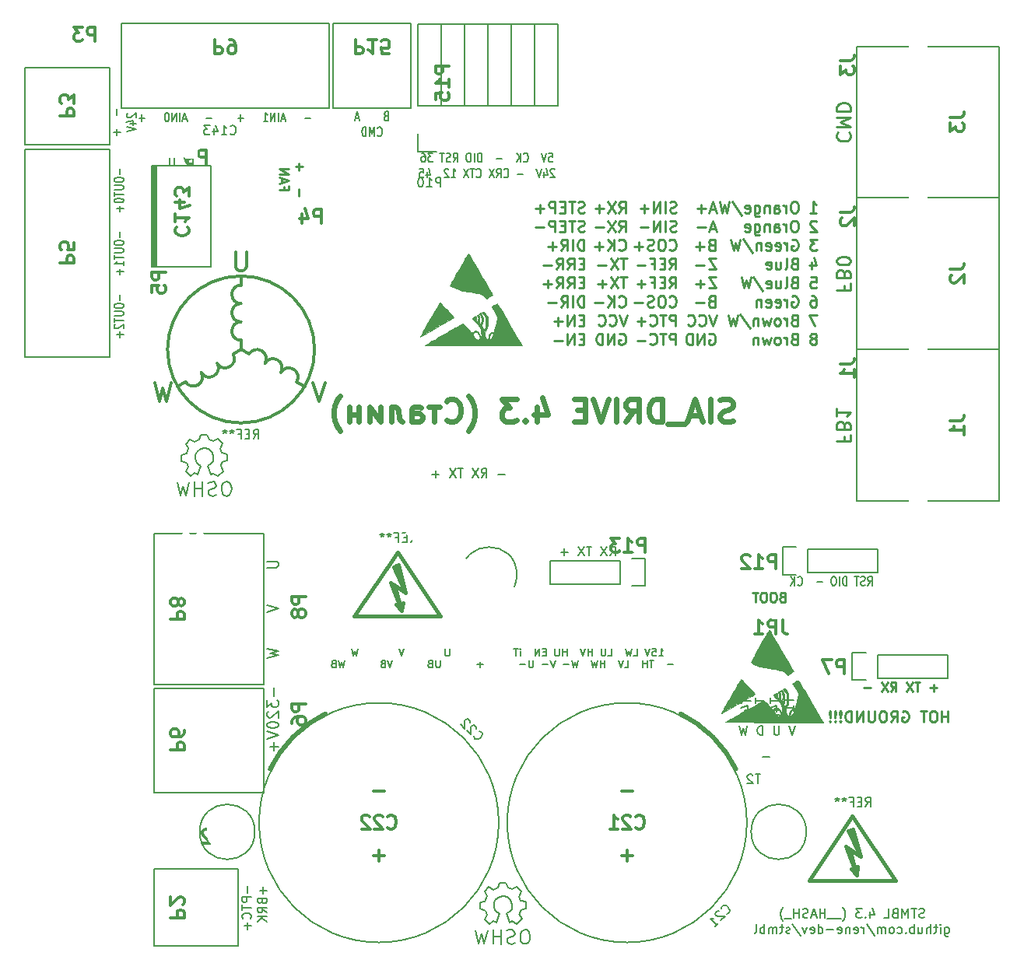
<source format=gbo>
%TF.GenerationSoftware,KiCad,Pcbnew,(5.0.0-rc2-198-gb8bbb15aa)*%
%TF.CreationDate,2018-10-15T22:21:02+08:00*%
%TF.ProjectId,stmbl_4.0,73746D626C5F342E302E6B696361645F,rev?*%
%TF.SameCoordinates,Original*%
%TF.FileFunction,Legend,Bot*%
%TF.FilePolarity,Positive*%
%FSLAX46Y46*%
G04 Gerber Fmt 4.6, Leading zero omitted, Abs format (unit mm)*
G04 Created by KiCad (PCBNEW (5.0.0-rc2-198-gb8bbb15aa)) date 10/15/18 22:21:02*
%MOMM*%
%LPD*%
G01*
G04 APERTURE LIST*
%ADD10C,0.300000*%
%ADD11C,0.200000*%
%ADD12C,0.250000*%
%ADD13C,0.600000*%
%ADD14C,0.010000*%
%ADD15C,0.381000*%
%ADD16C,0.150000*%
%ADD17C,0.500000*%
%ADD18C,0.450000*%
%ADD19O,1.927200X2.232000*%
%ADD20C,0.100000*%
%ADD21C,1.927200*%
%ADD22C,1.500000*%
%ADD23C,3.500000*%
%ADD24C,1.200000*%
%ADD25C,1.700000*%
%ADD26C,1.950000*%
%ADD27O,3.700000X2.200000*%
%ADD28C,2.232000*%
%ADD29O,2.232000X2.232000*%
%ADD30C,3.300000*%
%ADD31C,2.100000*%
%ADD32O,2.200000X2.200000*%
%ADD33O,1.700000X1.950000*%
%ADD34C,4.500000*%
%ADD35O,1.927200X1.927200*%
G04 APERTURE END LIST*
D10*
X161464285Y-136285714D02*
X161535714Y-136357142D01*
X161750000Y-136428571D01*
X161892857Y-136428571D01*
X162107142Y-136357142D01*
X162250000Y-136214285D01*
X162321428Y-136071428D01*
X162392857Y-135785714D01*
X162392857Y-135571428D01*
X162321428Y-135285714D01*
X162250000Y-135142857D01*
X162107142Y-135000000D01*
X161892857Y-134928571D01*
X161750000Y-134928571D01*
X161535714Y-135000000D01*
X161464285Y-135071428D01*
X160892857Y-135071428D02*
X160821428Y-135000000D01*
X160678571Y-134928571D01*
X160321428Y-134928571D01*
X160178571Y-135000000D01*
X160107142Y-135071428D01*
X160035714Y-135214285D01*
X160035714Y-135357142D01*
X160107142Y-135571428D01*
X160964285Y-136428571D01*
X160035714Y-136428571D01*
X158607142Y-136428571D02*
X159464285Y-136428571D01*
X159035714Y-136428571D02*
X159035714Y-134928571D01*
X159178571Y-135142857D01*
X159321428Y-135285714D01*
X159464285Y-135357142D01*
X134464285Y-136285714D02*
X134535714Y-136357142D01*
X134750000Y-136428571D01*
X134892857Y-136428571D01*
X135107142Y-136357142D01*
X135250000Y-136214285D01*
X135321428Y-136071428D01*
X135392857Y-135785714D01*
X135392857Y-135571428D01*
X135321428Y-135285714D01*
X135250000Y-135142857D01*
X135107142Y-135000000D01*
X134892857Y-134928571D01*
X134750000Y-134928571D01*
X134535714Y-135000000D01*
X134464285Y-135071428D01*
X133892857Y-135071428D02*
X133821428Y-135000000D01*
X133678571Y-134928571D01*
X133321428Y-134928571D01*
X133178571Y-135000000D01*
X133107142Y-135071428D01*
X133035714Y-135214285D01*
X133035714Y-135357142D01*
X133107142Y-135571428D01*
X133964285Y-136428571D01*
X133035714Y-136428571D01*
X132464285Y-135071428D02*
X132392857Y-135000000D01*
X132250000Y-134928571D01*
X131892857Y-134928571D01*
X131750000Y-135000000D01*
X131678571Y-135071428D01*
X131607142Y-135214285D01*
X131607142Y-135357142D01*
X131678571Y-135571428D01*
X132535714Y-136428571D01*
X131607142Y-136428571D01*
X111464285Y-70928571D02*
X111392857Y-71000000D01*
X111321428Y-71214285D01*
X111321428Y-71357142D01*
X111392857Y-71571428D01*
X111535714Y-71714285D01*
X111678571Y-71785714D01*
X111964285Y-71857142D01*
X112178571Y-71857142D01*
X112464285Y-71785714D01*
X112607142Y-71714285D01*
X112750000Y-71571428D01*
X112821428Y-71357142D01*
X112821428Y-71214285D01*
X112750000Y-71000000D01*
X112678571Y-70928571D01*
X111321428Y-69500000D02*
X111321428Y-70357142D01*
X111321428Y-69928571D02*
X112821428Y-69928571D01*
X112607142Y-70071428D01*
X112464285Y-70214285D01*
X112392857Y-70357142D01*
X112321428Y-68214285D02*
X111321428Y-68214285D01*
X112892857Y-68571428D02*
X111821428Y-68928571D01*
X111821428Y-68000000D01*
X112821428Y-67571428D02*
X112821428Y-66642857D01*
X112250000Y-67142857D01*
X112250000Y-66928571D01*
X112178571Y-66785714D01*
X112107142Y-66714285D01*
X111964285Y-66642857D01*
X111607142Y-66642857D01*
X111464285Y-66714285D01*
X111392857Y-66785714D01*
X111321428Y-66928571D01*
X111321428Y-67357142D01*
X111392857Y-67500000D01*
X111464285Y-67571428D01*
X110821428Y-146107142D02*
X112321428Y-146107142D01*
X112321428Y-145535714D01*
X112250000Y-145392857D01*
X112178571Y-145321428D01*
X112035714Y-145250000D01*
X111821428Y-145250000D01*
X111678571Y-145321428D01*
X111607142Y-145392857D01*
X111535714Y-145535714D01*
X111535714Y-146107142D01*
X112178571Y-144678571D02*
X112250000Y-144607142D01*
X112321428Y-144464285D01*
X112321428Y-144107142D01*
X112250000Y-143964285D01*
X112178571Y-143892857D01*
X112035714Y-143821428D01*
X111892857Y-143821428D01*
X111678571Y-143892857D01*
X110821428Y-144750000D01*
X110821428Y-143821428D01*
X110821428Y-127857142D02*
X112321428Y-127857142D01*
X112321428Y-127285714D01*
X112250000Y-127142857D01*
X112178571Y-127071428D01*
X112035714Y-127000000D01*
X111821428Y-127000000D01*
X111678571Y-127071428D01*
X111607142Y-127142857D01*
X111535714Y-127285714D01*
X111535714Y-127857142D01*
X112321428Y-125714285D02*
X112321428Y-126000000D01*
X112250000Y-126142857D01*
X112178571Y-126214285D01*
X111964285Y-126357142D01*
X111678571Y-126428571D01*
X111107142Y-126428571D01*
X110964285Y-126357142D01*
X110892857Y-126285714D01*
X110821428Y-126142857D01*
X110821428Y-125857142D01*
X110892857Y-125714285D01*
X110964285Y-125642857D01*
X111107142Y-125571428D01*
X111464285Y-125571428D01*
X111607142Y-125642857D01*
X111678571Y-125714285D01*
X111750000Y-125857142D01*
X111750000Y-126142857D01*
X111678571Y-126285714D01*
X111607142Y-126357142D01*
X111464285Y-126428571D01*
X110821428Y-113607142D02*
X112321428Y-113607142D01*
X112321428Y-113035714D01*
X112250000Y-112892857D01*
X112178571Y-112821428D01*
X112035714Y-112750000D01*
X111821428Y-112750000D01*
X111678571Y-112821428D01*
X111607142Y-112892857D01*
X111535714Y-113035714D01*
X111535714Y-113607142D01*
X111678571Y-111892857D02*
X111750000Y-112035714D01*
X111821428Y-112107142D01*
X111964285Y-112178571D01*
X112035714Y-112178571D01*
X112178571Y-112107142D01*
X112250000Y-112035714D01*
X112321428Y-111892857D01*
X112321428Y-111607142D01*
X112250000Y-111464285D01*
X112178571Y-111392857D01*
X112035714Y-111321428D01*
X111964285Y-111321428D01*
X111821428Y-111392857D01*
X111750000Y-111464285D01*
X111678571Y-111607142D01*
X111678571Y-111892857D01*
X111607142Y-112035714D01*
X111535714Y-112107142D01*
X111392857Y-112178571D01*
X111107142Y-112178571D01*
X110964285Y-112107142D01*
X110892857Y-112035714D01*
X110821428Y-111892857D01*
X110821428Y-111607142D01*
X110892857Y-111464285D01*
X110964285Y-111392857D01*
X111107142Y-111321428D01*
X111392857Y-111321428D01*
X111535714Y-111392857D01*
X111607142Y-111464285D01*
X111678571Y-111607142D01*
X195678571Y-92000000D02*
X196750000Y-92000000D01*
X196964285Y-91928571D01*
X197107142Y-91785714D01*
X197178571Y-91571428D01*
X197178571Y-91428571D01*
X197178571Y-93500000D02*
X197178571Y-92642857D01*
X197178571Y-93071428D02*
X195678571Y-93071428D01*
X195892857Y-92928571D01*
X196035714Y-92785714D01*
X196107142Y-92642857D01*
X195678571Y-75500000D02*
X196750000Y-75500000D01*
X196964285Y-75428571D01*
X197107142Y-75285714D01*
X197178571Y-75071428D01*
X197178571Y-74928571D01*
X195821428Y-76142857D02*
X195750000Y-76214285D01*
X195678571Y-76357142D01*
X195678571Y-76714285D01*
X195750000Y-76857142D01*
X195821428Y-76928571D01*
X195964285Y-77000000D01*
X196107142Y-77000000D01*
X196321428Y-76928571D01*
X197178571Y-76071428D01*
X197178571Y-77000000D01*
X195678571Y-59000000D02*
X196750000Y-59000000D01*
X196964285Y-58928571D01*
X197107142Y-58785714D01*
X197178571Y-58571428D01*
X197178571Y-58428571D01*
X195678571Y-59571428D02*
X195678571Y-60500000D01*
X196250000Y-60000000D01*
X196250000Y-60214285D01*
X196321428Y-60357142D01*
X196392857Y-60428571D01*
X196535714Y-60500000D01*
X196892857Y-60500000D01*
X197035714Y-60428571D01*
X197107142Y-60357142D01*
X197178571Y-60214285D01*
X197178571Y-59785714D01*
X197107142Y-59642857D01*
X197035714Y-59571428D01*
X130928571Y-50571428D02*
X130928571Y-52071428D01*
X131500000Y-52071428D01*
X131642857Y-52000000D01*
X131714285Y-51928571D01*
X131785714Y-51785714D01*
X131785714Y-51571428D01*
X131714285Y-51428571D01*
X131642857Y-51357142D01*
X131500000Y-51285714D01*
X130928571Y-51285714D01*
X133214285Y-50571428D02*
X132357142Y-50571428D01*
X132785714Y-50571428D02*
X132785714Y-52071428D01*
X132642857Y-51857142D01*
X132500000Y-51714285D01*
X132357142Y-51642857D01*
X134571428Y-52071428D02*
X133857142Y-52071428D01*
X133785714Y-51357142D01*
X133857142Y-51428571D01*
X134000000Y-51500000D01*
X134357142Y-51500000D01*
X134500000Y-51428571D01*
X134571428Y-51357142D01*
X134642857Y-51214285D01*
X134642857Y-50857142D01*
X134571428Y-50714285D01*
X134500000Y-50642857D01*
X134357142Y-50571428D01*
X134000000Y-50571428D01*
X133857142Y-50642857D01*
X133785714Y-50714285D01*
X115642857Y-50571428D02*
X115642857Y-52071428D01*
X116214285Y-52071428D01*
X116357142Y-52000000D01*
X116428571Y-51928571D01*
X116500000Y-51785714D01*
X116500000Y-51571428D01*
X116428571Y-51428571D01*
X116357142Y-51357142D01*
X116214285Y-51285714D01*
X115642857Y-51285714D01*
X117214285Y-50571428D02*
X117500000Y-50571428D01*
X117642857Y-50642857D01*
X117714285Y-50714285D01*
X117857142Y-50928571D01*
X117928571Y-51214285D01*
X117928571Y-51785714D01*
X117857142Y-51928571D01*
X117785714Y-52000000D01*
X117642857Y-52071428D01*
X117357142Y-52071428D01*
X117214285Y-52000000D01*
X117142857Y-51928571D01*
X117071428Y-51785714D01*
X117071428Y-51428571D01*
X117142857Y-51285714D01*
X117214285Y-51214285D01*
X117357142Y-51142857D01*
X117642857Y-51142857D01*
X117785714Y-51214285D01*
X117857142Y-51285714D01*
X117928571Y-51428571D01*
X98821428Y-58857142D02*
X100321428Y-58857142D01*
X100321428Y-58285714D01*
X100250000Y-58142857D01*
X100178571Y-58071428D01*
X100035714Y-58000000D01*
X99821428Y-58000000D01*
X99678571Y-58071428D01*
X99607142Y-58142857D01*
X99535714Y-58285714D01*
X99535714Y-58857142D01*
X100321428Y-57500000D02*
X100321428Y-56571428D01*
X99750000Y-57071428D01*
X99750000Y-56857142D01*
X99678571Y-56714285D01*
X99607142Y-56642857D01*
X99464285Y-56571428D01*
X99107142Y-56571428D01*
X98964285Y-56642857D01*
X98892857Y-56714285D01*
X98821428Y-56857142D01*
X98821428Y-57285714D01*
X98892857Y-57428571D01*
X98964285Y-57500000D01*
X98821428Y-74857142D02*
X100321428Y-74857142D01*
X100321428Y-74285714D01*
X100250000Y-74142857D01*
X100178571Y-74071428D01*
X100035714Y-74000000D01*
X99821428Y-74000000D01*
X99678571Y-74071428D01*
X99607142Y-74142857D01*
X99535714Y-74285714D01*
X99535714Y-74857142D01*
X100321428Y-72642857D02*
X100321428Y-73357142D01*
X99607142Y-73428571D01*
X99678571Y-73357142D01*
X99750000Y-73214285D01*
X99750000Y-72857142D01*
X99678571Y-72714285D01*
X99607142Y-72642857D01*
X99464285Y-72571428D01*
X99107142Y-72571428D01*
X98964285Y-72642857D01*
X98892857Y-72714285D01*
X98821428Y-72857142D01*
X98821428Y-73214285D01*
X98892857Y-73357142D01*
X98964285Y-73428571D01*
D11*
X175980952Y-128621428D02*
X175219047Y-128621428D01*
D10*
X132928571Y-132357142D02*
X134071428Y-132357142D01*
X159928571Y-132357142D02*
X161071428Y-132357142D01*
X132928571Y-139357142D02*
X134071428Y-139357142D01*
X133500000Y-139928571D02*
X133500000Y-138785714D01*
X159928571Y-139357142D02*
X161071428Y-139357142D01*
X160499999Y-139928571D02*
X160499999Y-138785714D01*
D11*
X178821428Y-125202380D02*
X178488095Y-126202380D01*
X178154761Y-125202380D01*
X177059523Y-125202380D02*
X177059523Y-126011904D01*
X177011904Y-126107142D01*
X176964285Y-126154761D01*
X176869047Y-126202380D01*
X176678571Y-126202380D01*
X176583333Y-126154761D01*
X176535714Y-126107142D01*
X176488095Y-126011904D01*
X176488095Y-125202380D01*
X175250000Y-126202380D02*
X175250000Y-125202380D01*
X175011904Y-125202380D01*
X174869047Y-125250000D01*
X174773809Y-125345238D01*
X174726190Y-125440476D01*
X174678571Y-125630952D01*
X174678571Y-125773809D01*
X174726190Y-125964285D01*
X174773809Y-126059523D01*
X174869047Y-126154761D01*
X175011904Y-126202380D01*
X175250000Y-126202380D01*
X173583333Y-125202380D02*
X173345238Y-126202380D01*
X173154761Y-125488095D01*
X172964285Y-126202380D01*
X172726190Y-125202380D01*
D12*
X195428571Y-124792857D02*
X195428571Y-123592857D01*
X195428571Y-124164285D02*
X194742857Y-124164285D01*
X194742857Y-124792857D02*
X194742857Y-123592857D01*
X193942857Y-123592857D02*
X193714285Y-123592857D01*
X193600000Y-123650000D01*
X193485714Y-123764285D01*
X193428571Y-123992857D01*
X193428571Y-124392857D01*
X193485714Y-124621428D01*
X193600000Y-124735714D01*
X193714285Y-124792857D01*
X193942857Y-124792857D01*
X194057142Y-124735714D01*
X194171428Y-124621428D01*
X194228571Y-124392857D01*
X194228571Y-123992857D01*
X194171428Y-123764285D01*
X194057142Y-123650000D01*
X193942857Y-123592857D01*
X193085714Y-123592857D02*
X192400000Y-123592857D01*
X192742857Y-124792857D02*
X192742857Y-123592857D01*
X190457142Y-123650000D02*
X190571428Y-123592857D01*
X190742857Y-123592857D01*
X190914285Y-123650000D01*
X191028571Y-123764285D01*
X191085714Y-123878571D01*
X191142857Y-124107142D01*
X191142857Y-124278571D01*
X191085714Y-124507142D01*
X191028571Y-124621428D01*
X190914285Y-124735714D01*
X190742857Y-124792857D01*
X190628571Y-124792857D01*
X190457142Y-124735714D01*
X190400000Y-124678571D01*
X190400000Y-124278571D01*
X190628571Y-124278571D01*
X189200000Y-124792857D02*
X189600000Y-124221428D01*
X189885714Y-124792857D02*
X189885714Y-123592857D01*
X189428571Y-123592857D01*
X189314285Y-123650000D01*
X189257142Y-123707142D01*
X189200000Y-123821428D01*
X189200000Y-123992857D01*
X189257142Y-124107142D01*
X189314285Y-124164285D01*
X189428571Y-124221428D01*
X189885714Y-124221428D01*
X188457142Y-123592857D02*
X188228571Y-123592857D01*
X188114285Y-123650000D01*
X188000000Y-123764285D01*
X187942857Y-123992857D01*
X187942857Y-124392857D01*
X188000000Y-124621428D01*
X188114285Y-124735714D01*
X188228571Y-124792857D01*
X188457142Y-124792857D01*
X188571428Y-124735714D01*
X188685714Y-124621428D01*
X188742857Y-124392857D01*
X188742857Y-123992857D01*
X188685714Y-123764285D01*
X188571428Y-123650000D01*
X188457142Y-123592857D01*
X187428571Y-123592857D02*
X187428571Y-124564285D01*
X187371428Y-124678571D01*
X187314285Y-124735714D01*
X187200000Y-124792857D01*
X186971428Y-124792857D01*
X186857142Y-124735714D01*
X186800000Y-124678571D01*
X186742857Y-124564285D01*
X186742857Y-123592857D01*
X186171428Y-124792857D02*
X186171428Y-123592857D01*
X185485714Y-124792857D01*
X185485714Y-123592857D01*
X184914285Y-124792857D02*
X184914285Y-123592857D01*
X184628571Y-123592857D01*
X184457142Y-123650000D01*
X184342857Y-123764285D01*
X184285714Y-123878571D01*
X184228571Y-124107142D01*
X184228571Y-124278571D01*
X184285714Y-124507142D01*
X184342857Y-124621428D01*
X184457142Y-124735714D01*
X184628571Y-124792857D01*
X184914285Y-124792857D01*
X183714285Y-124678571D02*
X183657142Y-124735714D01*
X183714285Y-124792857D01*
X183771428Y-124735714D01*
X183714285Y-124678571D01*
X183714285Y-124792857D01*
X183714285Y-124335714D02*
X183771428Y-123650000D01*
X183714285Y-123592857D01*
X183657142Y-123650000D01*
X183714285Y-124335714D01*
X183714285Y-123592857D01*
X183142857Y-124678571D02*
X183085714Y-124735714D01*
X183142857Y-124792857D01*
X183200000Y-124735714D01*
X183142857Y-124678571D01*
X183142857Y-124792857D01*
X183142857Y-124335714D02*
X183200000Y-123650000D01*
X183142857Y-123592857D01*
X183085714Y-123650000D01*
X183142857Y-124335714D01*
X183142857Y-123592857D01*
X182571428Y-124678571D02*
X182514285Y-124735714D01*
X182571428Y-124792857D01*
X182628571Y-124735714D01*
X182571428Y-124678571D01*
X182571428Y-124792857D01*
X182571428Y-124335714D02*
X182628571Y-123650000D01*
X182571428Y-123592857D01*
X182514285Y-123650000D01*
X182571428Y-124335714D01*
X182571428Y-123592857D01*
X155858928Y-69310714D02*
X155687500Y-69367857D01*
X155401785Y-69367857D01*
X155287500Y-69310714D01*
X155230357Y-69253571D01*
X155173214Y-69139285D01*
X155173214Y-69025000D01*
X155230357Y-68910714D01*
X155287500Y-68853571D01*
X155401785Y-68796428D01*
X155630357Y-68739285D01*
X155744642Y-68682142D01*
X155801785Y-68625000D01*
X155858928Y-68510714D01*
X155858928Y-68396428D01*
X155801785Y-68282142D01*
X155744642Y-68225000D01*
X155630357Y-68167857D01*
X155344642Y-68167857D01*
X155173214Y-68225000D01*
X154830357Y-68167857D02*
X154144642Y-68167857D01*
X154487500Y-69367857D02*
X154487500Y-68167857D01*
X153744642Y-68739285D02*
X153344642Y-68739285D01*
X153173214Y-69367857D02*
X153744642Y-69367857D01*
X153744642Y-68167857D01*
X153173214Y-68167857D01*
X152658928Y-69367857D02*
X152658928Y-68167857D01*
X152201785Y-68167857D01*
X152087500Y-68225000D01*
X152030357Y-68282142D01*
X151973214Y-68396428D01*
X151973214Y-68567857D01*
X152030357Y-68682142D01*
X152087500Y-68739285D01*
X152201785Y-68796428D01*
X152658928Y-68796428D01*
X151458928Y-68910714D02*
X150544642Y-68910714D01*
X151001785Y-69367857D02*
X151001785Y-68453571D01*
X155858928Y-71360714D02*
X155687500Y-71417857D01*
X155401785Y-71417857D01*
X155287500Y-71360714D01*
X155230357Y-71303571D01*
X155173214Y-71189285D01*
X155173214Y-71075000D01*
X155230357Y-70960714D01*
X155287500Y-70903571D01*
X155401785Y-70846428D01*
X155630357Y-70789285D01*
X155744642Y-70732142D01*
X155801785Y-70675000D01*
X155858928Y-70560714D01*
X155858928Y-70446428D01*
X155801785Y-70332142D01*
X155744642Y-70275000D01*
X155630357Y-70217857D01*
X155344642Y-70217857D01*
X155173214Y-70275000D01*
X154830357Y-70217857D02*
X154144642Y-70217857D01*
X154487500Y-71417857D02*
X154487500Y-70217857D01*
X153744642Y-70789285D02*
X153344642Y-70789285D01*
X153173214Y-71417857D02*
X153744642Y-71417857D01*
X153744642Y-70217857D01*
X153173214Y-70217857D01*
X152658928Y-71417857D02*
X152658928Y-70217857D01*
X152201785Y-70217857D01*
X152087500Y-70275000D01*
X152030357Y-70332142D01*
X151973214Y-70446428D01*
X151973214Y-70617857D01*
X152030357Y-70732142D01*
X152087500Y-70789285D01*
X152201785Y-70846428D01*
X152658928Y-70846428D01*
X151458928Y-70960714D02*
X150544642Y-70960714D01*
X155801785Y-73467857D02*
X155801785Y-72267857D01*
X155516071Y-72267857D01*
X155344642Y-72325000D01*
X155230357Y-72439285D01*
X155173214Y-72553571D01*
X155116071Y-72782142D01*
X155116071Y-72953571D01*
X155173214Y-73182142D01*
X155230357Y-73296428D01*
X155344642Y-73410714D01*
X155516071Y-73467857D01*
X155801785Y-73467857D01*
X154601785Y-73467857D02*
X154601785Y-72267857D01*
X153344642Y-73467857D02*
X153744642Y-72896428D01*
X154030357Y-73467857D02*
X154030357Y-72267857D01*
X153573214Y-72267857D01*
X153458928Y-72325000D01*
X153401785Y-72382142D01*
X153344642Y-72496428D01*
X153344642Y-72667857D01*
X153401785Y-72782142D01*
X153458928Y-72839285D01*
X153573214Y-72896428D01*
X154030357Y-72896428D01*
X152830357Y-73010714D02*
X151916071Y-73010714D01*
X152373214Y-73467857D02*
X152373214Y-72553571D01*
X155801785Y-74889285D02*
X155401785Y-74889285D01*
X155230357Y-75517857D02*
X155801785Y-75517857D01*
X155801785Y-74317857D01*
X155230357Y-74317857D01*
X154030357Y-75517857D02*
X154430357Y-74946428D01*
X154716071Y-75517857D02*
X154716071Y-74317857D01*
X154258928Y-74317857D01*
X154144642Y-74375000D01*
X154087500Y-74432142D01*
X154030357Y-74546428D01*
X154030357Y-74717857D01*
X154087500Y-74832142D01*
X154144642Y-74889285D01*
X154258928Y-74946428D01*
X154716071Y-74946428D01*
X152830357Y-75517857D02*
X153230357Y-74946428D01*
X153516071Y-75517857D02*
X153516071Y-74317857D01*
X153058928Y-74317857D01*
X152944642Y-74375000D01*
X152887500Y-74432142D01*
X152830357Y-74546428D01*
X152830357Y-74717857D01*
X152887500Y-74832142D01*
X152944642Y-74889285D01*
X153058928Y-74946428D01*
X153516071Y-74946428D01*
X152316071Y-75060714D02*
X151401785Y-75060714D01*
X155801785Y-76939285D02*
X155401785Y-76939285D01*
X155230357Y-77567857D02*
X155801785Y-77567857D01*
X155801785Y-76367857D01*
X155230357Y-76367857D01*
X154030357Y-77567857D02*
X154430357Y-76996428D01*
X154716071Y-77567857D02*
X154716071Y-76367857D01*
X154258928Y-76367857D01*
X154144642Y-76425000D01*
X154087500Y-76482142D01*
X154030357Y-76596428D01*
X154030357Y-76767857D01*
X154087500Y-76882142D01*
X154144642Y-76939285D01*
X154258928Y-76996428D01*
X154716071Y-76996428D01*
X152830357Y-77567857D02*
X153230357Y-76996428D01*
X153516071Y-77567857D02*
X153516071Y-76367857D01*
X153058928Y-76367857D01*
X152944642Y-76425000D01*
X152887500Y-76482142D01*
X152830357Y-76596428D01*
X152830357Y-76767857D01*
X152887500Y-76882142D01*
X152944642Y-76939285D01*
X153058928Y-76996428D01*
X153516071Y-76996428D01*
X152316071Y-77110714D02*
X151401785Y-77110714D01*
X151858928Y-77567857D02*
X151858928Y-76653571D01*
X155801785Y-79617857D02*
X155801785Y-78417857D01*
X155516071Y-78417857D01*
X155344642Y-78475000D01*
X155230357Y-78589285D01*
X155173214Y-78703571D01*
X155116071Y-78932142D01*
X155116071Y-79103571D01*
X155173214Y-79332142D01*
X155230357Y-79446428D01*
X155344642Y-79560714D01*
X155516071Y-79617857D01*
X155801785Y-79617857D01*
X154601785Y-79617857D02*
X154601785Y-78417857D01*
X153344642Y-79617857D02*
X153744642Y-79046428D01*
X154030357Y-79617857D02*
X154030357Y-78417857D01*
X153573214Y-78417857D01*
X153458928Y-78475000D01*
X153401785Y-78532142D01*
X153344642Y-78646428D01*
X153344642Y-78817857D01*
X153401785Y-78932142D01*
X153458928Y-78989285D01*
X153573214Y-79046428D01*
X154030357Y-79046428D01*
X152830357Y-79160714D02*
X151916071Y-79160714D01*
X155801785Y-81039285D02*
X155401785Y-81039285D01*
X155230357Y-81667857D02*
X155801785Y-81667857D01*
X155801785Y-80467857D01*
X155230357Y-80467857D01*
X154716071Y-81667857D02*
X154716071Y-80467857D01*
X154030357Y-81667857D01*
X154030357Y-80467857D01*
X153458928Y-81210714D02*
X152544642Y-81210714D01*
X153001785Y-81667857D02*
X153001785Y-80753571D01*
X155801785Y-83089285D02*
X155401785Y-83089285D01*
X155230357Y-83717857D02*
X155801785Y-83717857D01*
X155801785Y-82517857D01*
X155230357Y-82517857D01*
X154716071Y-83717857D02*
X154716071Y-82517857D01*
X154030357Y-83717857D01*
X154030357Y-82517857D01*
X153458928Y-83260714D02*
X152544642Y-83260714D01*
D11*
X151992857Y-62852380D02*
X152373809Y-62852380D01*
X152411904Y-63328571D01*
X152373809Y-63280952D01*
X152297619Y-63233333D01*
X152107142Y-63233333D01*
X152030952Y-63280952D01*
X151992857Y-63328571D01*
X151954761Y-63423809D01*
X151954761Y-63661904D01*
X151992857Y-63757142D01*
X152030952Y-63804761D01*
X152107142Y-63852380D01*
X152297619Y-63852380D01*
X152373809Y-63804761D01*
X152411904Y-63757142D01*
X151726190Y-62852380D02*
X151459523Y-63852380D01*
X151192857Y-62852380D01*
X149250000Y-63757142D02*
X149288095Y-63804761D01*
X149402380Y-63852380D01*
X149478571Y-63852380D01*
X149592857Y-63804761D01*
X149669047Y-63709523D01*
X149707142Y-63614285D01*
X149745238Y-63423809D01*
X149745238Y-63280952D01*
X149707142Y-63090476D01*
X149669047Y-62995238D01*
X149592857Y-62900000D01*
X149478571Y-62852380D01*
X149402380Y-62852380D01*
X149288095Y-62900000D01*
X149250000Y-62947619D01*
X148907142Y-63852380D02*
X148907142Y-62852380D01*
X148450000Y-63852380D02*
X148792857Y-63280952D01*
X148450000Y-62852380D02*
X148907142Y-63423809D01*
X146888095Y-63471428D02*
X146278571Y-63471428D01*
X144678571Y-63852380D02*
X144678571Y-62852380D01*
X144488095Y-62852380D01*
X144373809Y-62900000D01*
X144297619Y-62995238D01*
X144259523Y-63090476D01*
X144221428Y-63280952D01*
X144221428Y-63423809D01*
X144259523Y-63614285D01*
X144297619Y-63709523D01*
X144373809Y-63804761D01*
X144488095Y-63852380D01*
X144678571Y-63852380D01*
X143878571Y-63852380D02*
X143878571Y-62852380D01*
X143345238Y-62852380D02*
X143192857Y-62852380D01*
X143116666Y-62900000D01*
X143040476Y-62995238D01*
X143002380Y-63185714D01*
X143002380Y-63519047D01*
X143040476Y-63709523D01*
X143116666Y-63804761D01*
X143192857Y-63852380D01*
X143345238Y-63852380D01*
X143421428Y-63804761D01*
X143497619Y-63709523D01*
X143535714Y-63519047D01*
X143535714Y-63185714D01*
X143497619Y-62995238D01*
X143421428Y-62900000D01*
X143345238Y-62852380D01*
X141592857Y-63852380D02*
X141859523Y-63376190D01*
X142050000Y-63852380D02*
X142050000Y-62852380D01*
X141745238Y-62852380D01*
X141669047Y-62900000D01*
X141630952Y-62947619D01*
X141592857Y-63042857D01*
X141592857Y-63185714D01*
X141630952Y-63280952D01*
X141669047Y-63328571D01*
X141745238Y-63376190D01*
X142050000Y-63376190D01*
X141288095Y-63804761D02*
X141173809Y-63852380D01*
X140983333Y-63852380D01*
X140907142Y-63804761D01*
X140869047Y-63757142D01*
X140830952Y-63661904D01*
X140830952Y-63566666D01*
X140869047Y-63471428D01*
X140907142Y-63423809D01*
X140983333Y-63376190D01*
X141135714Y-63328571D01*
X141211904Y-63280952D01*
X141250000Y-63233333D01*
X141288095Y-63138095D01*
X141288095Y-63042857D01*
X141250000Y-62947619D01*
X141211904Y-62900000D01*
X141135714Y-62852380D01*
X140945238Y-62852380D01*
X140830952Y-62900000D01*
X140602380Y-62852380D02*
X140145238Y-62852380D01*
X140373809Y-63852380D02*
X140373809Y-62852380D01*
X139345238Y-62852380D02*
X138850000Y-62852380D01*
X139116666Y-63233333D01*
X139002380Y-63233333D01*
X138926190Y-63280952D01*
X138888095Y-63328571D01*
X138850000Y-63423809D01*
X138850000Y-63661904D01*
X138888095Y-63757142D01*
X138926190Y-63804761D01*
X139002380Y-63852380D01*
X139230952Y-63852380D01*
X139307142Y-63804761D01*
X139345238Y-63757142D01*
X138164285Y-62852380D02*
X138316666Y-62852380D01*
X138392857Y-62900000D01*
X138430952Y-62947619D01*
X138507142Y-63090476D01*
X138545238Y-63280952D01*
X138545238Y-63661904D01*
X138507142Y-63757142D01*
X138469047Y-63804761D01*
X138392857Y-63852380D01*
X138240476Y-63852380D01*
X138164285Y-63804761D01*
X138126190Y-63757142D01*
X138088095Y-63661904D01*
X138088095Y-63423809D01*
X138126190Y-63328571D01*
X138164285Y-63280952D01*
X138240476Y-63233333D01*
X138392857Y-63233333D01*
X138469047Y-63280952D01*
X138507142Y-63328571D01*
X138545238Y-63423809D01*
X152621428Y-64647619D02*
X152583333Y-64600000D01*
X152507142Y-64552380D01*
X152316666Y-64552380D01*
X152240476Y-64600000D01*
X152202380Y-64647619D01*
X152164285Y-64742857D01*
X152164285Y-64838095D01*
X152202380Y-64980952D01*
X152659523Y-65552380D01*
X152164285Y-65552380D01*
X151478571Y-64885714D02*
X151478571Y-65552380D01*
X151669047Y-64504761D02*
X151859523Y-65219047D01*
X151364285Y-65219047D01*
X151173809Y-64552380D02*
X150907142Y-65552380D01*
X150640476Y-64552380D01*
X149154761Y-65171428D02*
X148545238Y-65171428D01*
X147097619Y-65457142D02*
X147135714Y-65504761D01*
X147250000Y-65552380D01*
X147326190Y-65552380D01*
X147440476Y-65504761D01*
X147516666Y-65409523D01*
X147554761Y-65314285D01*
X147592857Y-65123809D01*
X147592857Y-64980952D01*
X147554761Y-64790476D01*
X147516666Y-64695238D01*
X147440476Y-64600000D01*
X147326190Y-64552380D01*
X147250000Y-64552380D01*
X147135714Y-64600000D01*
X147097619Y-64647619D01*
X146297619Y-65552380D02*
X146564285Y-65076190D01*
X146754761Y-65552380D02*
X146754761Y-64552380D01*
X146450000Y-64552380D01*
X146373809Y-64600000D01*
X146335714Y-64647619D01*
X146297619Y-64742857D01*
X146297619Y-64885714D01*
X146335714Y-64980952D01*
X146373809Y-65028571D01*
X146450000Y-65076190D01*
X146754761Y-65076190D01*
X146030952Y-64552380D02*
X145497619Y-65552380D01*
X145497619Y-64552380D02*
X146030952Y-65552380D01*
X144126190Y-65457142D02*
X144164285Y-65504761D01*
X144278571Y-65552380D01*
X144354761Y-65552380D01*
X144469047Y-65504761D01*
X144545238Y-65409523D01*
X144583333Y-65314285D01*
X144621428Y-65123809D01*
X144621428Y-64980952D01*
X144583333Y-64790476D01*
X144545238Y-64695238D01*
X144469047Y-64600000D01*
X144354761Y-64552380D01*
X144278571Y-64552380D01*
X144164285Y-64600000D01*
X144126190Y-64647619D01*
X143897619Y-64552380D02*
X143440476Y-64552380D01*
X143669047Y-65552380D02*
X143669047Y-64552380D01*
X143250000Y-64552380D02*
X142716666Y-65552380D01*
X142716666Y-64552380D02*
X143250000Y-65552380D01*
X141383333Y-65552380D02*
X141840476Y-65552380D01*
X141611904Y-65552380D02*
X141611904Y-64552380D01*
X141688095Y-64695238D01*
X141764285Y-64790476D01*
X141840476Y-64838095D01*
X141078571Y-64647619D02*
X141040476Y-64600000D01*
X140964285Y-64552380D01*
X140773809Y-64552380D01*
X140697619Y-64600000D01*
X140659523Y-64647619D01*
X140621428Y-64742857D01*
X140621428Y-64838095D01*
X140659523Y-64980952D01*
X141116666Y-65552380D01*
X140621428Y-65552380D01*
X138716666Y-64885714D02*
X138716666Y-65552380D01*
X138907142Y-64504761D02*
X139097619Y-65219047D01*
X138602380Y-65219047D01*
X137916666Y-64552380D02*
X138297619Y-64552380D01*
X138335714Y-65028571D01*
X138297619Y-64980952D01*
X138221428Y-64933333D01*
X138030952Y-64933333D01*
X137954761Y-64980952D01*
X137916666Y-65028571D01*
X137878571Y-65123809D01*
X137878571Y-65361904D01*
X137916666Y-65457142D01*
X137954761Y-65504761D01*
X138030952Y-65552380D01*
X138221428Y-65552380D01*
X138297619Y-65504761D01*
X138335714Y-65457142D01*
X186711904Y-109952380D02*
X186978571Y-109476190D01*
X187169047Y-109952380D02*
X187169047Y-108952380D01*
X186864285Y-108952380D01*
X186788095Y-109000000D01*
X186750000Y-109047619D01*
X186711904Y-109142857D01*
X186711904Y-109285714D01*
X186750000Y-109380952D01*
X186788095Y-109428571D01*
X186864285Y-109476190D01*
X187169047Y-109476190D01*
X186407142Y-109904761D02*
X186292857Y-109952380D01*
X186102380Y-109952380D01*
X186026190Y-109904761D01*
X185988095Y-109857142D01*
X185950000Y-109761904D01*
X185950000Y-109666666D01*
X185988095Y-109571428D01*
X186026190Y-109523809D01*
X186102380Y-109476190D01*
X186254761Y-109428571D01*
X186330952Y-109380952D01*
X186369047Y-109333333D01*
X186407142Y-109238095D01*
X186407142Y-109142857D01*
X186369047Y-109047619D01*
X186330952Y-109000000D01*
X186254761Y-108952380D01*
X186064285Y-108952380D01*
X185950000Y-109000000D01*
X185721428Y-108952380D02*
X185264285Y-108952380D01*
X185492857Y-109952380D02*
X185492857Y-108952380D01*
X184388095Y-109952380D02*
X184388095Y-108952380D01*
X184197619Y-108952380D01*
X184083333Y-109000000D01*
X184007142Y-109095238D01*
X183969047Y-109190476D01*
X183930952Y-109380952D01*
X183930952Y-109523809D01*
X183969047Y-109714285D01*
X184007142Y-109809523D01*
X184083333Y-109904761D01*
X184197619Y-109952380D01*
X184388095Y-109952380D01*
X183588095Y-109952380D02*
X183588095Y-108952380D01*
X183054761Y-108952380D02*
X182902380Y-108952380D01*
X182826190Y-109000000D01*
X182750000Y-109095238D01*
X182711904Y-109285714D01*
X182711904Y-109619047D01*
X182750000Y-109809523D01*
X182826190Y-109904761D01*
X182902380Y-109952380D01*
X183054761Y-109952380D01*
X183130952Y-109904761D01*
X183207142Y-109809523D01*
X183245238Y-109619047D01*
X183245238Y-109285714D01*
X183207142Y-109095238D01*
X183130952Y-109000000D01*
X183054761Y-108952380D01*
X181759523Y-109571428D02*
X181150000Y-109571428D01*
X179092857Y-109857142D02*
X179130952Y-109904761D01*
X179245238Y-109952380D01*
X179321428Y-109952380D01*
X179435714Y-109904761D01*
X179511904Y-109809523D01*
X179550000Y-109714285D01*
X179588095Y-109523809D01*
X179588095Y-109380952D01*
X179550000Y-109190476D01*
X179511904Y-109095238D01*
X179435714Y-109000000D01*
X179321428Y-108952380D01*
X179245238Y-108952380D01*
X179130952Y-109000000D01*
X179092857Y-109047619D01*
X178750000Y-109952380D02*
X178750000Y-108952380D01*
X178292857Y-109952380D02*
X178635714Y-109380952D01*
X178292857Y-108952380D02*
X178750000Y-109523809D01*
D12*
X159616071Y-69367857D02*
X160016071Y-68796428D01*
X160301785Y-69367857D02*
X160301785Y-68167857D01*
X159844642Y-68167857D01*
X159730357Y-68225000D01*
X159673214Y-68282142D01*
X159616071Y-68396428D01*
X159616071Y-68567857D01*
X159673214Y-68682142D01*
X159730357Y-68739285D01*
X159844642Y-68796428D01*
X160301785Y-68796428D01*
X159216071Y-68167857D02*
X158416071Y-69367857D01*
X158416071Y-68167857D02*
X159216071Y-69367857D01*
X157958928Y-68910714D02*
X157044642Y-68910714D01*
X157501785Y-69367857D02*
X157501785Y-68453571D01*
X159616071Y-71417857D02*
X160016071Y-70846428D01*
X160301785Y-71417857D02*
X160301785Y-70217857D01*
X159844642Y-70217857D01*
X159730357Y-70275000D01*
X159673214Y-70332142D01*
X159616071Y-70446428D01*
X159616071Y-70617857D01*
X159673214Y-70732142D01*
X159730357Y-70789285D01*
X159844642Y-70846428D01*
X160301785Y-70846428D01*
X159216071Y-70217857D02*
X158416071Y-71417857D01*
X158416071Y-70217857D02*
X159216071Y-71417857D01*
X157958928Y-70960714D02*
X157044642Y-70960714D01*
X159616071Y-73353571D02*
X159673214Y-73410714D01*
X159844642Y-73467857D01*
X159958928Y-73467857D01*
X160130357Y-73410714D01*
X160244642Y-73296428D01*
X160301785Y-73182142D01*
X160358928Y-72953571D01*
X160358928Y-72782142D01*
X160301785Y-72553571D01*
X160244642Y-72439285D01*
X160130357Y-72325000D01*
X159958928Y-72267857D01*
X159844642Y-72267857D01*
X159673214Y-72325000D01*
X159616071Y-72382142D01*
X159101785Y-73467857D02*
X159101785Y-72267857D01*
X158416071Y-73467857D02*
X158930357Y-72782142D01*
X158416071Y-72267857D02*
X159101785Y-72953571D01*
X157901785Y-73010714D02*
X156987500Y-73010714D01*
X157444642Y-73467857D02*
X157444642Y-72553571D01*
X160473214Y-74317857D02*
X159787500Y-74317857D01*
X160130357Y-75517857D02*
X160130357Y-74317857D01*
X159501785Y-74317857D02*
X158701785Y-75517857D01*
X158701785Y-74317857D02*
X159501785Y-75517857D01*
X158244642Y-75060714D02*
X157330357Y-75060714D01*
X160473214Y-76367857D02*
X159787500Y-76367857D01*
X160130357Y-77567857D02*
X160130357Y-76367857D01*
X159501785Y-76367857D02*
X158701785Y-77567857D01*
X158701785Y-76367857D02*
X159501785Y-77567857D01*
X158244642Y-77110714D02*
X157330357Y-77110714D01*
X157787500Y-77567857D02*
X157787500Y-76653571D01*
X159616071Y-79503571D02*
X159673214Y-79560714D01*
X159844642Y-79617857D01*
X159958928Y-79617857D01*
X160130357Y-79560714D01*
X160244642Y-79446428D01*
X160301785Y-79332142D01*
X160358928Y-79103571D01*
X160358928Y-78932142D01*
X160301785Y-78703571D01*
X160244642Y-78589285D01*
X160130357Y-78475000D01*
X159958928Y-78417857D01*
X159844642Y-78417857D01*
X159673214Y-78475000D01*
X159616071Y-78532142D01*
X159101785Y-79617857D02*
X159101785Y-78417857D01*
X158416071Y-79617857D02*
X158930357Y-78932142D01*
X158416071Y-78417857D02*
X159101785Y-79103571D01*
X157901785Y-79160714D02*
X156987500Y-79160714D01*
X160473214Y-80467857D02*
X160073214Y-81667857D01*
X159673214Y-80467857D01*
X158587500Y-81553571D02*
X158644642Y-81610714D01*
X158816071Y-81667857D01*
X158930357Y-81667857D01*
X159101785Y-81610714D01*
X159216071Y-81496428D01*
X159273214Y-81382142D01*
X159330357Y-81153571D01*
X159330357Y-80982142D01*
X159273214Y-80753571D01*
X159216071Y-80639285D01*
X159101785Y-80525000D01*
X158930357Y-80467857D01*
X158816071Y-80467857D01*
X158644642Y-80525000D01*
X158587500Y-80582142D01*
X157387500Y-81553571D02*
X157444642Y-81610714D01*
X157616071Y-81667857D01*
X157730357Y-81667857D01*
X157901785Y-81610714D01*
X158016071Y-81496428D01*
X158073214Y-81382142D01*
X158130357Y-81153571D01*
X158130357Y-80982142D01*
X158073214Y-80753571D01*
X158016071Y-80639285D01*
X157901785Y-80525000D01*
X157730357Y-80467857D01*
X157616071Y-80467857D01*
X157444642Y-80525000D01*
X157387500Y-80582142D01*
X159673214Y-82575000D02*
X159787500Y-82517857D01*
X159958928Y-82517857D01*
X160130357Y-82575000D01*
X160244642Y-82689285D01*
X160301785Y-82803571D01*
X160358928Y-83032142D01*
X160358928Y-83203571D01*
X160301785Y-83432142D01*
X160244642Y-83546428D01*
X160130357Y-83660714D01*
X159958928Y-83717857D01*
X159844642Y-83717857D01*
X159673214Y-83660714D01*
X159616071Y-83603571D01*
X159616071Y-83203571D01*
X159844642Y-83203571D01*
X159101785Y-83717857D02*
X159101785Y-82517857D01*
X158416071Y-83717857D01*
X158416071Y-82517857D01*
X157844642Y-83717857D02*
X157844642Y-82517857D01*
X157558928Y-82517857D01*
X157387500Y-82575000D01*
X157273214Y-82689285D01*
X157216071Y-82803571D01*
X157158928Y-83032142D01*
X157158928Y-83203571D01*
X157216071Y-83432142D01*
X157273214Y-83546428D01*
X157387500Y-83660714D01*
X157558928Y-83717857D01*
X157844642Y-83717857D01*
X165858928Y-69310714D02*
X165687500Y-69367857D01*
X165401785Y-69367857D01*
X165287500Y-69310714D01*
X165230357Y-69253571D01*
X165173214Y-69139285D01*
X165173214Y-69025000D01*
X165230357Y-68910714D01*
X165287500Y-68853571D01*
X165401785Y-68796428D01*
X165630357Y-68739285D01*
X165744642Y-68682142D01*
X165801785Y-68625000D01*
X165858928Y-68510714D01*
X165858928Y-68396428D01*
X165801785Y-68282142D01*
X165744642Y-68225000D01*
X165630357Y-68167857D01*
X165344642Y-68167857D01*
X165173214Y-68225000D01*
X164658928Y-69367857D02*
X164658928Y-68167857D01*
X164087500Y-69367857D02*
X164087500Y-68167857D01*
X163401785Y-69367857D01*
X163401785Y-68167857D01*
X162830357Y-68910714D02*
X161916071Y-68910714D01*
X162373214Y-69367857D02*
X162373214Y-68453571D01*
X165858928Y-71360714D02*
X165687500Y-71417857D01*
X165401785Y-71417857D01*
X165287500Y-71360714D01*
X165230357Y-71303571D01*
X165173214Y-71189285D01*
X165173214Y-71075000D01*
X165230357Y-70960714D01*
X165287500Y-70903571D01*
X165401785Y-70846428D01*
X165630357Y-70789285D01*
X165744642Y-70732142D01*
X165801785Y-70675000D01*
X165858928Y-70560714D01*
X165858928Y-70446428D01*
X165801785Y-70332142D01*
X165744642Y-70275000D01*
X165630357Y-70217857D01*
X165344642Y-70217857D01*
X165173214Y-70275000D01*
X164658928Y-71417857D02*
X164658928Y-70217857D01*
X164087500Y-71417857D02*
X164087500Y-70217857D01*
X163401785Y-71417857D01*
X163401785Y-70217857D01*
X162830357Y-70960714D02*
X161916071Y-70960714D01*
X165116071Y-73353571D02*
X165173214Y-73410714D01*
X165344642Y-73467857D01*
X165458928Y-73467857D01*
X165630357Y-73410714D01*
X165744642Y-73296428D01*
X165801785Y-73182142D01*
X165858928Y-72953571D01*
X165858928Y-72782142D01*
X165801785Y-72553571D01*
X165744642Y-72439285D01*
X165630357Y-72325000D01*
X165458928Y-72267857D01*
X165344642Y-72267857D01*
X165173214Y-72325000D01*
X165116071Y-72382142D01*
X164373214Y-72267857D02*
X164144642Y-72267857D01*
X164030357Y-72325000D01*
X163916071Y-72439285D01*
X163858928Y-72667857D01*
X163858928Y-73067857D01*
X163916071Y-73296428D01*
X164030357Y-73410714D01*
X164144642Y-73467857D01*
X164373214Y-73467857D01*
X164487500Y-73410714D01*
X164601785Y-73296428D01*
X164658928Y-73067857D01*
X164658928Y-72667857D01*
X164601785Y-72439285D01*
X164487500Y-72325000D01*
X164373214Y-72267857D01*
X163401785Y-73410714D02*
X163230357Y-73467857D01*
X162944642Y-73467857D01*
X162830357Y-73410714D01*
X162773214Y-73353571D01*
X162716071Y-73239285D01*
X162716071Y-73125000D01*
X162773214Y-73010714D01*
X162830357Y-72953571D01*
X162944642Y-72896428D01*
X163173214Y-72839285D01*
X163287500Y-72782142D01*
X163344642Y-72725000D01*
X163401785Y-72610714D01*
X163401785Y-72496428D01*
X163344642Y-72382142D01*
X163287500Y-72325000D01*
X163173214Y-72267857D01*
X162887500Y-72267857D01*
X162716071Y-72325000D01*
X162201785Y-73010714D02*
X161287500Y-73010714D01*
X161744642Y-73467857D02*
X161744642Y-72553571D01*
X165116071Y-75517857D02*
X165516071Y-74946428D01*
X165801785Y-75517857D02*
X165801785Y-74317857D01*
X165344642Y-74317857D01*
X165230357Y-74375000D01*
X165173214Y-74432142D01*
X165116071Y-74546428D01*
X165116071Y-74717857D01*
X165173214Y-74832142D01*
X165230357Y-74889285D01*
X165344642Y-74946428D01*
X165801785Y-74946428D01*
X164601785Y-74889285D02*
X164201785Y-74889285D01*
X164030357Y-75517857D02*
X164601785Y-75517857D01*
X164601785Y-74317857D01*
X164030357Y-74317857D01*
X163116071Y-74889285D02*
X163516071Y-74889285D01*
X163516071Y-75517857D02*
X163516071Y-74317857D01*
X162944642Y-74317857D01*
X162487500Y-75060714D02*
X161573214Y-75060714D01*
X165116071Y-77567857D02*
X165516071Y-76996428D01*
X165801785Y-77567857D02*
X165801785Y-76367857D01*
X165344642Y-76367857D01*
X165230357Y-76425000D01*
X165173214Y-76482142D01*
X165116071Y-76596428D01*
X165116071Y-76767857D01*
X165173214Y-76882142D01*
X165230357Y-76939285D01*
X165344642Y-76996428D01*
X165801785Y-76996428D01*
X164601785Y-76939285D02*
X164201785Y-76939285D01*
X164030357Y-77567857D02*
X164601785Y-77567857D01*
X164601785Y-76367857D01*
X164030357Y-76367857D01*
X163116071Y-76939285D02*
X163516071Y-76939285D01*
X163516071Y-77567857D02*
X163516071Y-76367857D01*
X162944642Y-76367857D01*
X162487500Y-77110714D02*
X161573214Y-77110714D01*
X162030357Y-77567857D02*
X162030357Y-76653571D01*
X165116071Y-79503571D02*
X165173214Y-79560714D01*
X165344642Y-79617857D01*
X165458928Y-79617857D01*
X165630357Y-79560714D01*
X165744642Y-79446428D01*
X165801785Y-79332142D01*
X165858928Y-79103571D01*
X165858928Y-78932142D01*
X165801785Y-78703571D01*
X165744642Y-78589285D01*
X165630357Y-78475000D01*
X165458928Y-78417857D01*
X165344642Y-78417857D01*
X165173214Y-78475000D01*
X165116071Y-78532142D01*
X164373214Y-78417857D02*
X164144642Y-78417857D01*
X164030357Y-78475000D01*
X163916071Y-78589285D01*
X163858928Y-78817857D01*
X163858928Y-79217857D01*
X163916071Y-79446428D01*
X164030357Y-79560714D01*
X164144642Y-79617857D01*
X164373214Y-79617857D01*
X164487500Y-79560714D01*
X164601785Y-79446428D01*
X164658928Y-79217857D01*
X164658928Y-78817857D01*
X164601785Y-78589285D01*
X164487500Y-78475000D01*
X164373214Y-78417857D01*
X163401785Y-79560714D02*
X163230357Y-79617857D01*
X162944642Y-79617857D01*
X162830357Y-79560714D01*
X162773214Y-79503571D01*
X162716071Y-79389285D01*
X162716071Y-79275000D01*
X162773214Y-79160714D01*
X162830357Y-79103571D01*
X162944642Y-79046428D01*
X163173214Y-78989285D01*
X163287500Y-78932142D01*
X163344642Y-78875000D01*
X163401785Y-78760714D01*
X163401785Y-78646428D01*
X163344642Y-78532142D01*
X163287500Y-78475000D01*
X163173214Y-78417857D01*
X162887500Y-78417857D01*
X162716071Y-78475000D01*
X162201785Y-79160714D02*
X161287500Y-79160714D01*
X165801785Y-81667857D02*
X165801785Y-80467857D01*
X165344642Y-80467857D01*
X165230357Y-80525000D01*
X165173214Y-80582142D01*
X165116071Y-80696428D01*
X165116071Y-80867857D01*
X165173214Y-80982142D01*
X165230357Y-81039285D01*
X165344642Y-81096428D01*
X165801785Y-81096428D01*
X164773214Y-80467857D02*
X164087500Y-80467857D01*
X164430357Y-81667857D02*
X164430357Y-80467857D01*
X163001785Y-81553571D02*
X163058928Y-81610714D01*
X163230357Y-81667857D01*
X163344642Y-81667857D01*
X163516071Y-81610714D01*
X163630357Y-81496428D01*
X163687500Y-81382142D01*
X163744642Y-81153571D01*
X163744642Y-80982142D01*
X163687500Y-80753571D01*
X163630357Y-80639285D01*
X163516071Y-80525000D01*
X163344642Y-80467857D01*
X163230357Y-80467857D01*
X163058928Y-80525000D01*
X163001785Y-80582142D01*
X162487500Y-81210714D02*
X161573214Y-81210714D01*
X162030357Y-81667857D02*
X162030357Y-80753571D01*
X165801785Y-83717857D02*
X165801785Y-82517857D01*
X165344642Y-82517857D01*
X165230357Y-82575000D01*
X165173214Y-82632142D01*
X165116071Y-82746428D01*
X165116071Y-82917857D01*
X165173214Y-83032142D01*
X165230357Y-83089285D01*
X165344642Y-83146428D01*
X165801785Y-83146428D01*
X164773214Y-82517857D02*
X164087500Y-82517857D01*
X164430357Y-83717857D02*
X164430357Y-82517857D01*
X163001785Y-83603571D02*
X163058928Y-83660714D01*
X163230357Y-83717857D01*
X163344642Y-83717857D01*
X163516071Y-83660714D01*
X163630357Y-83546428D01*
X163687500Y-83432142D01*
X163744642Y-83203571D01*
X163744642Y-83032142D01*
X163687500Y-82803571D01*
X163630357Y-82689285D01*
X163516071Y-82575000D01*
X163344642Y-82517857D01*
X163230357Y-82517857D01*
X163058928Y-82575000D01*
X163001785Y-82632142D01*
X162487500Y-83260714D02*
X161573214Y-83260714D01*
X170108928Y-69025000D02*
X169537500Y-69025000D01*
X170223214Y-69367857D02*
X169823214Y-68167857D01*
X169423214Y-69367857D01*
X169023214Y-68910714D02*
X168108928Y-68910714D01*
X168566071Y-69367857D02*
X168566071Y-68453571D01*
X170108928Y-71075000D02*
X169537500Y-71075000D01*
X170223214Y-71417857D02*
X169823214Y-70217857D01*
X169423214Y-71417857D01*
X169023214Y-70960714D02*
X168108928Y-70960714D01*
X169651785Y-72839285D02*
X169480357Y-72896428D01*
X169423214Y-72953571D01*
X169366071Y-73067857D01*
X169366071Y-73239285D01*
X169423214Y-73353571D01*
X169480357Y-73410714D01*
X169594642Y-73467857D01*
X170051785Y-73467857D01*
X170051785Y-72267857D01*
X169651785Y-72267857D01*
X169537500Y-72325000D01*
X169480357Y-72382142D01*
X169423214Y-72496428D01*
X169423214Y-72610714D01*
X169480357Y-72725000D01*
X169537500Y-72782142D01*
X169651785Y-72839285D01*
X170051785Y-72839285D01*
X168851785Y-73010714D02*
X167937500Y-73010714D01*
X168394642Y-73467857D02*
X168394642Y-72553571D01*
X170166071Y-74317857D02*
X169366071Y-74317857D01*
X170166071Y-75517857D01*
X169366071Y-75517857D01*
X168908928Y-75060714D02*
X167994642Y-75060714D01*
X170166071Y-76367857D02*
X169366071Y-76367857D01*
X170166071Y-77567857D01*
X169366071Y-77567857D01*
X168908928Y-77110714D02*
X167994642Y-77110714D01*
X168451785Y-77567857D02*
X168451785Y-76653571D01*
X169651785Y-78989285D02*
X169480357Y-79046428D01*
X169423214Y-79103571D01*
X169366071Y-79217857D01*
X169366071Y-79389285D01*
X169423214Y-79503571D01*
X169480357Y-79560714D01*
X169594642Y-79617857D01*
X170051785Y-79617857D01*
X170051785Y-78417857D01*
X169651785Y-78417857D01*
X169537500Y-78475000D01*
X169480357Y-78532142D01*
X169423214Y-78646428D01*
X169423214Y-78760714D01*
X169480357Y-78875000D01*
X169537500Y-78932142D01*
X169651785Y-78989285D01*
X170051785Y-78989285D01*
X168851785Y-79160714D02*
X167937500Y-79160714D01*
X170223214Y-80467857D02*
X169823214Y-81667857D01*
X169423214Y-80467857D01*
X168337500Y-81553571D02*
X168394642Y-81610714D01*
X168566071Y-81667857D01*
X168680357Y-81667857D01*
X168851785Y-81610714D01*
X168966071Y-81496428D01*
X169023214Y-81382142D01*
X169080357Y-81153571D01*
X169080357Y-80982142D01*
X169023214Y-80753571D01*
X168966071Y-80639285D01*
X168851785Y-80525000D01*
X168680357Y-80467857D01*
X168566071Y-80467857D01*
X168394642Y-80525000D01*
X168337500Y-80582142D01*
X167137500Y-81553571D02*
X167194642Y-81610714D01*
X167366071Y-81667857D01*
X167480357Y-81667857D01*
X167651785Y-81610714D01*
X167766071Y-81496428D01*
X167823214Y-81382142D01*
X167880357Y-81153571D01*
X167880357Y-80982142D01*
X167823214Y-80753571D01*
X167766071Y-80639285D01*
X167651785Y-80525000D01*
X167480357Y-80467857D01*
X167366071Y-80467857D01*
X167194642Y-80525000D01*
X167137500Y-80582142D01*
X169423214Y-82575000D02*
X169537500Y-82517857D01*
X169708928Y-82517857D01*
X169880357Y-82575000D01*
X169994642Y-82689285D01*
X170051785Y-82803571D01*
X170108928Y-83032142D01*
X170108928Y-83203571D01*
X170051785Y-83432142D01*
X169994642Y-83546428D01*
X169880357Y-83660714D01*
X169708928Y-83717857D01*
X169594642Y-83717857D01*
X169423214Y-83660714D01*
X169366071Y-83603571D01*
X169366071Y-83203571D01*
X169594642Y-83203571D01*
X168851785Y-83717857D02*
X168851785Y-82517857D01*
X168166071Y-83717857D01*
X168166071Y-82517857D01*
X167594642Y-83717857D02*
X167594642Y-82517857D01*
X167308928Y-82517857D01*
X167137500Y-82575000D01*
X167023214Y-82689285D01*
X166966071Y-82803571D01*
X166908928Y-83032142D01*
X166908928Y-83203571D01*
X166966071Y-83432142D01*
X167023214Y-83546428D01*
X167137500Y-83660714D01*
X167308928Y-83717857D01*
X167594642Y-83717857D01*
X178823214Y-68167857D02*
X178594642Y-68167857D01*
X178480357Y-68225000D01*
X178366071Y-68339285D01*
X178308928Y-68567857D01*
X178308928Y-68967857D01*
X178366071Y-69196428D01*
X178480357Y-69310714D01*
X178594642Y-69367857D01*
X178823214Y-69367857D01*
X178937500Y-69310714D01*
X179051785Y-69196428D01*
X179108928Y-68967857D01*
X179108928Y-68567857D01*
X179051785Y-68339285D01*
X178937500Y-68225000D01*
X178823214Y-68167857D01*
X177794642Y-69367857D02*
X177794642Y-68567857D01*
X177794642Y-68796428D02*
X177737500Y-68682142D01*
X177680357Y-68625000D01*
X177566071Y-68567857D01*
X177451785Y-68567857D01*
X176537500Y-69367857D02*
X176537500Y-68739285D01*
X176594642Y-68625000D01*
X176708928Y-68567857D01*
X176937500Y-68567857D01*
X177051785Y-68625000D01*
X176537500Y-69310714D02*
X176651785Y-69367857D01*
X176937500Y-69367857D01*
X177051785Y-69310714D01*
X177108928Y-69196428D01*
X177108928Y-69082142D01*
X177051785Y-68967857D01*
X176937500Y-68910714D01*
X176651785Y-68910714D01*
X176537500Y-68853571D01*
X175966071Y-68567857D02*
X175966071Y-69367857D01*
X175966071Y-68682142D02*
X175908928Y-68625000D01*
X175794642Y-68567857D01*
X175623214Y-68567857D01*
X175508928Y-68625000D01*
X175451785Y-68739285D01*
X175451785Y-69367857D01*
X174366071Y-68567857D02*
X174366071Y-69539285D01*
X174423214Y-69653571D01*
X174480357Y-69710714D01*
X174594642Y-69767857D01*
X174766071Y-69767857D01*
X174880357Y-69710714D01*
X174366071Y-69310714D02*
X174480357Y-69367857D01*
X174708928Y-69367857D01*
X174823214Y-69310714D01*
X174880357Y-69253571D01*
X174937500Y-69139285D01*
X174937500Y-68796428D01*
X174880357Y-68682142D01*
X174823214Y-68625000D01*
X174708928Y-68567857D01*
X174480357Y-68567857D01*
X174366071Y-68625000D01*
X173337500Y-69310714D02*
X173451785Y-69367857D01*
X173680357Y-69367857D01*
X173794642Y-69310714D01*
X173851785Y-69196428D01*
X173851785Y-68739285D01*
X173794642Y-68625000D01*
X173680357Y-68567857D01*
X173451785Y-68567857D01*
X173337500Y-68625000D01*
X173280357Y-68739285D01*
X173280357Y-68853571D01*
X173851785Y-68967857D01*
X171908928Y-68110714D02*
X172937500Y-69653571D01*
X171623214Y-68167857D02*
X171337500Y-69367857D01*
X171108928Y-68510714D01*
X170880357Y-69367857D01*
X170594642Y-68167857D01*
X178823214Y-70217857D02*
X178594642Y-70217857D01*
X178480357Y-70275000D01*
X178366071Y-70389285D01*
X178308928Y-70617857D01*
X178308928Y-71017857D01*
X178366071Y-71246428D01*
X178480357Y-71360714D01*
X178594642Y-71417857D01*
X178823214Y-71417857D01*
X178937500Y-71360714D01*
X179051785Y-71246428D01*
X179108928Y-71017857D01*
X179108928Y-70617857D01*
X179051785Y-70389285D01*
X178937500Y-70275000D01*
X178823214Y-70217857D01*
X177794642Y-71417857D02*
X177794642Y-70617857D01*
X177794642Y-70846428D02*
X177737500Y-70732142D01*
X177680357Y-70675000D01*
X177566071Y-70617857D01*
X177451785Y-70617857D01*
X176537500Y-71417857D02*
X176537500Y-70789285D01*
X176594642Y-70675000D01*
X176708928Y-70617857D01*
X176937500Y-70617857D01*
X177051785Y-70675000D01*
X176537500Y-71360714D02*
X176651785Y-71417857D01*
X176937500Y-71417857D01*
X177051785Y-71360714D01*
X177108928Y-71246428D01*
X177108928Y-71132142D01*
X177051785Y-71017857D01*
X176937500Y-70960714D01*
X176651785Y-70960714D01*
X176537500Y-70903571D01*
X175966071Y-70617857D02*
X175966071Y-71417857D01*
X175966071Y-70732142D02*
X175908928Y-70675000D01*
X175794642Y-70617857D01*
X175623214Y-70617857D01*
X175508928Y-70675000D01*
X175451785Y-70789285D01*
X175451785Y-71417857D01*
X174366071Y-70617857D02*
X174366071Y-71589285D01*
X174423214Y-71703571D01*
X174480357Y-71760714D01*
X174594642Y-71817857D01*
X174766071Y-71817857D01*
X174880357Y-71760714D01*
X174366071Y-71360714D02*
X174480357Y-71417857D01*
X174708928Y-71417857D01*
X174823214Y-71360714D01*
X174880357Y-71303571D01*
X174937500Y-71189285D01*
X174937500Y-70846428D01*
X174880357Y-70732142D01*
X174823214Y-70675000D01*
X174708928Y-70617857D01*
X174480357Y-70617857D01*
X174366071Y-70675000D01*
X173337500Y-71360714D02*
X173451785Y-71417857D01*
X173680357Y-71417857D01*
X173794642Y-71360714D01*
X173851785Y-71246428D01*
X173851785Y-70789285D01*
X173794642Y-70675000D01*
X173680357Y-70617857D01*
X173451785Y-70617857D01*
X173337500Y-70675000D01*
X173280357Y-70789285D01*
X173280357Y-70903571D01*
X173851785Y-71017857D01*
X178423214Y-72325000D02*
X178537500Y-72267857D01*
X178708928Y-72267857D01*
X178880357Y-72325000D01*
X178994642Y-72439285D01*
X179051785Y-72553571D01*
X179108928Y-72782142D01*
X179108928Y-72953571D01*
X179051785Y-73182142D01*
X178994642Y-73296428D01*
X178880357Y-73410714D01*
X178708928Y-73467857D01*
X178594642Y-73467857D01*
X178423214Y-73410714D01*
X178366071Y-73353571D01*
X178366071Y-72953571D01*
X178594642Y-72953571D01*
X177851785Y-73467857D02*
X177851785Y-72667857D01*
X177851785Y-72896428D02*
X177794642Y-72782142D01*
X177737500Y-72725000D01*
X177623214Y-72667857D01*
X177508928Y-72667857D01*
X176651785Y-73410714D02*
X176766071Y-73467857D01*
X176994642Y-73467857D01*
X177108928Y-73410714D01*
X177166071Y-73296428D01*
X177166071Y-72839285D01*
X177108928Y-72725000D01*
X176994642Y-72667857D01*
X176766071Y-72667857D01*
X176651785Y-72725000D01*
X176594642Y-72839285D01*
X176594642Y-72953571D01*
X177166071Y-73067857D01*
X175623214Y-73410714D02*
X175737500Y-73467857D01*
X175966071Y-73467857D01*
X176080357Y-73410714D01*
X176137500Y-73296428D01*
X176137500Y-72839285D01*
X176080357Y-72725000D01*
X175966071Y-72667857D01*
X175737500Y-72667857D01*
X175623214Y-72725000D01*
X175566071Y-72839285D01*
X175566071Y-72953571D01*
X176137500Y-73067857D01*
X175051785Y-72667857D02*
X175051785Y-73467857D01*
X175051785Y-72782142D02*
X174994642Y-72725000D01*
X174880357Y-72667857D01*
X174708928Y-72667857D01*
X174594642Y-72725000D01*
X174537500Y-72839285D01*
X174537500Y-73467857D01*
X173108928Y-72210714D02*
X174137500Y-73753571D01*
X172823214Y-72267857D02*
X172537500Y-73467857D01*
X172308928Y-72610714D01*
X172080357Y-73467857D01*
X171794642Y-72267857D01*
X178651785Y-74889285D02*
X178480357Y-74946428D01*
X178423214Y-75003571D01*
X178366071Y-75117857D01*
X178366071Y-75289285D01*
X178423214Y-75403571D01*
X178480357Y-75460714D01*
X178594642Y-75517857D01*
X179051785Y-75517857D01*
X179051785Y-74317857D01*
X178651785Y-74317857D01*
X178537500Y-74375000D01*
X178480357Y-74432142D01*
X178423214Y-74546428D01*
X178423214Y-74660714D01*
X178480357Y-74775000D01*
X178537500Y-74832142D01*
X178651785Y-74889285D01*
X179051785Y-74889285D01*
X177680357Y-75517857D02*
X177794642Y-75460714D01*
X177851785Y-75346428D01*
X177851785Y-74317857D01*
X176708928Y-74717857D02*
X176708928Y-75517857D01*
X177223214Y-74717857D02*
X177223214Y-75346428D01*
X177166071Y-75460714D01*
X177051785Y-75517857D01*
X176880357Y-75517857D01*
X176766071Y-75460714D01*
X176708928Y-75403571D01*
X175680357Y-75460714D02*
X175794642Y-75517857D01*
X176023214Y-75517857D01*
X176137500Y-75460714D01*
X176194642Y-75346428D01*
X176194642Y-74889285D01*
X176137500Y-74775000D01*
X176023214Y-74717857D01*
X175794642Y-74717857D01*
X175680357Y-74775000D01*
X175623214Y-74889285D01*
X175623214Y-75003571D01*
X176194642Y-75117857D01*
X178651785Y-76939285D02*
X178480357Y-76996428D01*
X178423214Y-77053571D01*
X178366071Y-77167857D01*
X178366071Y-77339285D01*
X178423214Y-77453571D01*
X178480357Y-77510714D01*
X178594642Y-77567857D01*
X179051785Y-77567857D01*
X179051785Y-76367857D01*
X178651785Y-76367857D01*
X178537500Y-76425000D01*
X178480357Y-76482142D01*
X178423214Y-76596428D01*
X178423214Y-76710714D01*
X178480357Y-76825000D01*
X178537500Y-76882142D01*
X178651785Y-76939285D01*
X179051785Y-76939285D01*
X177680357Y-77567857D02*
X177794642Y-77510714D01*
X177851785Y-77396428D01*
X177851785Y-76367857D01*
X176708928Y-76767857D02*
X176708928Y-77567857D01*
X177223214Y-76767857D02*
X177223214Y-77396428D01*
X177166071Y-77510714D01*
X177051785Y-77567857D01*
X176880357Y-77567857D01*
X176766071Y-77510714D01*
X176708928Y-77453571D01*
X175680357Y-77510714D02*
X175794642Y-77567857D01*
X176023214Y-77567857D01*
X176137500Y-77510714D01*
X176194642Y-77396428D01*
X176194642Y-76939285D01*
X176137500Y-76825000D01*
X176023214Y-76767857D01*
X175794642Y-76767857D01*
X175680357Y-76825000D01*
X175623214Y-76939285D01*
X175623214Y-77053571D01*
X176194642Y-77167857D01*
X174251785Y-76310714D02*
X175280357Y-77853571D01*
X173966071Y-76367857D02*
X173680357Y-77567857D01*
X173451785Y-76710714D01*
X173223214Y-77567857D01*
X172937500Y-76367857D01*
X178423214Y-78475000D02*
X178537500Y-78417857D01*
X178708928Y-78417857D01*
X178880357Y-78475000D01*
X178994642Y-78589285D01*
X179051785Y-78703571D01*
X179108928Y-78932142D01*
X179108928Y-79103571D01*
X179051785Y-79332142D01*
X178994642Y-79446428D01*
X178880357Y-79560714D01*
X178708928Y-79617857D01*
X178594642Y-79617857D01*
X178423214Y-79560714D01*
X178366071Y-79503571D01*
X178366071Y-79103571D01*
X178594642Y-79103571D01*
X177851785Y-79617857D02*
X177851785Y-78817857D01*
X177851785Y-79046428D02*
X177794642Y-78932142D01*
X177737500Y-78875000D01*
X177623214Y-78817857D01*
X177508928Y-78817857D01*
X176651785Y-79560714D02*
X176766071Y-79617857D01*
X176994642Y-79617857D01*
X177108928Y-79560714D01*
X177166071Y-79446428D01*
X177166071Y-78989285D01*
X177108928Y-78875000D01*
X176994642Y-78817857D01*
X176766071Y-78817857D01*
X176651785Y-78875000D01*
X176594642Y-78989285D01*
X176594642Y-79103571D01*
X177166071Y-79217857D01*
X175623214Y-79560714D02*
X175737500Y-79617857D01*
X175966071Y-79617857D01*
X176080357Y-79560714D01*
X176137500Y-79446428D01*
X176137500Y-78989285D01*
X176080357Y-78875000D01*
X175966071Y-78817857D01*
X175737500Y-78817857D01*
X175623214Y-78875000D01*
X175566071Y-78989285D01*
X175566071Y-79103571D01*
X176137500Y-79217857D01*
X175051785Y-78817857D02*
X175051785Y-79617857D01*
X175051785Y-78932142D02*
X174994642Y-78875000D01*
X174880357Y-78817857D01*
X174708928Y-78817857D01*
X174594642Y-78875000D01*
X174537500Y-78989285D01*
X174537500Y-79617857D01*
X178651785Y-81039285D02*
X178480357Y-81096428D01*
X178423214Y-81153571D01*
X178366071Y-81267857D01*
X178366071Y-81439285D01*
X178423214Y-81553571D01*
X178480357Y-81610714D01*
X178594642Y-81667857D01*
X179051785Y-81667857D01*
X179051785Y-80467857D01*
X178651785Y-80467857D01*
X178537500Y-80525000D01*
X178480357Y-80582142D01*
X178423214Y-80696428D01*
X178423214Y-80810714D01*
X178480357Y-80925000D01*
X178537500Y-80982142D01*
X178651785Y-81039285D01*
X179051785Y-81039285D01*
X177851785Y-81667857D02*
X177851785Y-80867857D01*
X177851785Y-81096428D02*
X177794642Y-80982142D01*
X177737500Y-80925000D01*
X177623214Y-80867857D01*
X177508928Y-80867857D01*
X176937500Y-81667857D02*
X177051785Y-81610714D01*
X177108928Y-81553571D01*
X177166071Y-81439285D01*
X177166071Y-81096428D01*
X177108928Y-80982142D01*
X177051785Y-80925000D01*
X176937500Y-80867857D01*
X176766071Y-80867857D01*
X176651785Y-80925000D01*
X176594642Y-80982142D01*
X176537500Y-81096428D01*
X176537500Y-81439285D01*
X176594642Y-81553571D01*
X176651785Y-81610714D01*
X176766071Y-81667857D01*
X176937500Y-81667857D01*
X176137500Y-80867857D02*
X175908928Y-81667857D01*
X175680357Y-81096428D01*
X175451785Y-81667857D01*
X175223214Y-80867857D01*
X174766071Y-80867857D02*
X174766071Y-81667857D01*
X174766071Y-80982142D02*
X174708928Y-80925000D01*
X174594642Y-80867857D01*
X174423214Y-80867857D01*
X174308928Y-80925000D01*
X174251785Y-81039285D01*
X174251785Y-81667857D01*
X172823214Y-80410714D02*
X173851785Y-81953571D01*
X172537500Y-80467857D02*
X172251785Y-81667857D01*
X172023214Y-80810714D01*
X171794642Y-81667857D01*
X171508928Y-80467857D01*
X178651785Y-83089285D02*
X178480357Y-83146428D01*
X178423214Y-83203571D01*
X178366071Y-83317857D01*
X178366071Y-83489285D01*
X178423214Y-83603571D01*
X178480357Y-83660714D01*
X178594642Y-83717857D01*
X179051785Y-83717857D01*
X179051785Y-82517857D01*
X178651785Y-82517857D01*
X178537500Y-82575000D01*
X178480357Y-82632142D01*
X178423214Y-82746428D01*
X178423214Y-82860714D01*
X178480357Y-82975000D01*
X178537500Y-83032142D01*
X178651785Y-83089285D01*
X179051785Y-83089285D01*
X177851785Y-83717857D02*
X177851785Y-82917857D01*
X177851785Y-83146428D02*
X177794642Y-83032142D01*
X177737500Y-82975000D01*
X177623214Y-82917857D01*
X177508928Y-82917857D01*
X176937500Y-83717857D02*
X177051785Y-83660714D01*
X177108928Y-83603571D01*
X177166071Y-83489285D01*
X177166071Y-83146428D01*
X177108928Y-83032142D01*
X177051785Y-82975000D01*
X176937500Y-82917857D01*
X176766071Y-82917857D01*
X176651785Y-82975000D01*
X176594642Y-83032142D01*
X176537500Y-83146428D01*
X176537500Y-83489285D01*
X176594642Y-83603571D01*
X176651785Y-83660714D01*
X176766071Y-83717857D01*
X176937500Y-83717857D01*
X176137500Y-82917857D02*
X175908928Y-83717857D01*
X175680357Y-83146428D01*
X175451785Y-83717857D01*
X175223214Y-82917857D01*
X174766071Y-82917857D02*
X174766071Y-83717857D01*
X174766071Y-83032142D02*
X174708928Y-82975000D01*
X174594642Y-82917857D01*
X174423214Y-82917857D01*
X174308928Y-82975000D01*
X174251785Y-83089285D01*
X174251785Y-83717857D01*
X180423214Y-69367857D02*
X181108928Y-69367857D01*
X180766071Y-69367857D02*
X180766071Y-68167857D01*
X180880357Y-68339285D01*
X180994642Y-68453571D01*
X181108928Y-68510714D01*
X181108928Y-70332142D02*
X181051785Y-70275000D01*
X180937500Y-70217857D01*
X180651785Y-70217857D01*
X180537500Y-70275000D01*
X180480357Y-70332142D01*
X180423214Y-70446428D01*
X180423214Y-70560714D01*
X180480357Y-70732142D01*
X181166071Y-71417857D01*
X180423214Y-71417857D01*
X181166071Y-72267857D02*
X180423214Y-72267857D01*
X180823214Y-72725000D01*
X180651785Y-72725000D01*
X180537500Y-72782142D01*
X180480357Y-72839285D01*
X180423214Y-72953571D01*
X180423214Y-73239285D01*
X180480357Y-73353571D01*
X180537500Y-73410714D01*
X180651785Y-73467857D01*
X180994642Y-73467857D01*
X181108928Y-73410714D01*
X181166071Y-73353571D01*
X180537500Y-74717857D02*
X180537500Y-75517857D01*
X180823214Y-74260714D02*
X181108928Y-75117857D01*
X180366071Y-75117857D01*
X180480357Y-76367857D02*
X181051785Y-76367857D01*
X181108928Y-76939285D01*
X181051785Y-76882142D01*
X180937500Y-76825000D01*
X180651785Y-76825000D01*
X180537500Y-76882142D01*
X180480357Y-76939285D01*
X180423214Y-77053571D01*
X180423214Y-77339285D01*
X180480357Y-77453571D01*
X180537500Y-77510714D01*
X180651785Y-77567857D01*
X180937500Y-77567857D01*
X181051785Y-77510714D01*
X181108928Y-77453571D01*
X180537500Y-78417857D02*
X180766071Y-78417857D01*
X180880357Y-78475000D01*
X180937500Y-78532142D01*
X181051785Y-78703571D01*
X181108928Y-78932142D01*
X181108928Y-79389285D01*
X181051785Y-79503571D01*
X180994642Y-79560714D01*
X180880357Y-79617857D01*
X180651785Y-79617857D01*
X180537500Y-79560714D01*
X180480357Y-79503571D01*
X180423214Y-79389285D01*
X180423214Y-79103571D01*
X180480357Y-78989285D01*
X180537500Y-78932142D01*
X180651785Y-78875000D01*
X180880357Y-78875000D01*
X180994642Y-78932142D01*
X181051785Y-78989285D01*
X181108928Y-79103571D01*
X181166071Y-80467857D02*
X180366071Y-80467857D01*
X180880357Y-81667857D01*
X180880357Y-83032142D02*
X180994642Y-82975000D01*
X181051785Y-82917857D01*
X181108928Y-82803571D01*
X181108928Y-82746428D01*
X181051785Y-82632142D01*
X180994642Y-82575000D01*
X180880357Y-82517857D01*
X180651785Y-82517857D01*
X180537500Y-82575000D01*
X180480357Y-82632142D01*
X180423214Y-82746428D01*
X180423214Y-82803571D01*
X180480357Y-82917857D01*
X180537500Y-82975000D01*
X180651785Y-83032142D01*
X180880357Y-83032142D01*
X180994642Y-83089285D01*
X181051785Y-83146428D01*
X181108928Y-83260714D01*
X181108928Y-83489285D01*
X181051785Y-83603571D01*
X180994642Y-83660714D01*
X180880357Y-83717857D01*
X180651785Y-83717857D01*
X180537500Y-83660714D01*
X180480357Y-83603571D01*
X180423214Y-83489285D01*
X180423214Y-83260714D01*
X180480357Y-83146428D01*
X180537500Y-83089285D01*
X180651785Y-83032142D01*
X177357142Y-111178571D02*
X177214285Y-111226190D01*
X177166666Y-111273809D01*
X177119047Y-111369047D01*
X177119047Y-111511904D01*
X177166666Y-111607142D01*
X177214285Y-111654761D01*
X177309523Y-111702380D01*
X177690476Y-111702380D01*
X177690476Y-110702380D01*
X177357142Y-110702380D01*
X177261904Y-110750000D01*
X177214285Y-110797619D01*
X177166666Y-110892857D01*
X177166666Y-110988095D01*
X177214285Y-111083333D01*
X177261904Y-111130952D01*
X177357142Y-111178571D01*
X177690476Y-111178571D01*
X176500000Y-110702380D02*
X176309523Y-110702380D01*
X176214285Y-110750000D01*
X176119047Y-110845238D01*
X176071428Y-111035714D01*
X176071428Y-111369047D01*
X176119047Y-111559523D01*
X176214285Y-111654761D01*
X176309523Y-111702380D01*
X176500000Y-111702380D01*
X176595238Y-111654761D01*
X176690476Y-111559523D01*
X176738095Y-111369047D01*
X176738095Y-111035714D01*
X176690476Y-110845238D01*
X176595238Y-110750000D01*
X176500000Y-110702380D01*
X175452380Y-110702380D02*
X175261904Y-110702380D01*
X175166666Y-110750000D01*
X175071428Y-110845238D01*
X175023809Y-111035714D01*
X175023809Y-111369047D01*
X175071428Y-111559523D01*
X175166666Y-111654761D01*
X175261904Y-111702380D01*
X175452380Y-111702380D01*
X175547619Y-111654761D01*
X175642857Y-111559523D01*
X175690476Y-111369047D01*
X175690476Y-111035714D01*
X175642857Y-110845238D01*
X175547619Y-110750000D01*
X175452380Y-110702380D01*
X174738095Y-110702380D02*
X174166666Y-110702380D01*
X174452380Y-111702380D02*
X174452380Y-110702380D01*
D11*
X163976190Y-117611904D02*
X164433333Y-117611904D01*
X164204761Y-117611904D02*
X164204761Y-116811904D01*
X164280952Y-116926190D01*
X164357142Y-117002380D01*
X164433333Y-117040476D01*
X163252380Y-116811904D02*
X163633333Y-116811904D01*
X163671428Y-117192857D01*
X163633333Y-117154761D01*
X163557142Y-117116666D01*
X163366666Y-117116666D01*
X163290476Y-117154761D01*
X163252380Y-117192857D01*
X163214285Y-117269047D01*
X163214285Y-117459523D01*
X163252380Y-117535714D01*
X163290476Y-117573809D01*
X163366666Y-117611904D01*
X163557142Y-117611904D01*
X163633333Y-117573809D01*
X163671428Y-117535714D01*
X162985714Y-116811904D02*
X162719047Y-117611904D01*
X162452380Y-116811904D01*
X161195238Y-117611904D02*
X161576190Y-117611904D01*
X161576190Y-116811904D01*
X161004761Y-116811904D02*
X160814285Y-117611904D01*
X160661904Y-117040476D01*
X160509523Y-117611904D01*
X160319047Y-116811904D01*
X158414285Y-117611904D02*
X158795238Y-117611904D01*
X158795238Y-116811904D01*
X158147619Y-116811904D02*
X158147619Y-117459523D01*
X158109523Y-117535714D01*
X158071428Y-117573809D01*
X157995238Y-117611904D01*
X157842857Y-117611904D01*
X157766666Y-117573809D01*
X157728571Y-117535714D01*
X157690476Y-117459523D01*
X157690476Y-116811904D01*
X156700000Y-117611904D02*
X156700000Y-116811904D01*
X156700000Y-117192857D02*
X156242857Y-117192857D01*
X156242857Y-117611904D02*
X156242857Y-116811904D01*
X155976190Y-116811904D02*
X155709523Y-117611904D01*
X155442857Y-116811904D01*
X153957142Y-117611904D02*
X153957142Y-116811904D01*
X153957142Y-117192857D02*
X153500000Y-117192857D01*
X153500000Y-117611904D02*
X153500000Y-116811904D01*
X153119047Y-116811904D02*
X153119047Y-117459523D01*
X153080952Y-117535714D01*
X153042857Y-117573809D01*
X152966666Y-117611904D01*
X152814285Y-117611904D01*
X152738095Y-117573809D01*
X152700000Y-117535714D01*
X152661904Y-117459523D01*
X152661904Y-116811904D01*
X151671428Y-117192857D02*
X151404761Y-117192857D01*
X151290476Y-117611904D02*
X151671428Y-117611904D01*
X151671428Y-116811904D01*
X151290476Y-116811904D01*
X150947619Y-117611904D02*
X150947619Y-116811904D01*
X150490476Y-117611904D01*
X150490476Y-116811904D01*
X148890476Y-117611904D02*
X148890476Y-117078571D01*
X148890476Y-116811904D02*
X148928571Y-116850000D01*
X148890476Y-116888095D01*
X148852380Y-116850000D01*
X148890476Y-116811904D01*
X148890476Y-116888095D01*
X148623809Y-116811904D02*
X148166666Y-116811904D01*
X148395238Y-117611904D02*
X148395238Y-116811904D01*
X141195238Y-116811904D02*
X141195238Y-117459523D01*
X141157142Y-117535714D01*
X141119047Y-117573809D01*
X141042857Y-117611904D01*
X140890476Y-117611904D01*
X140814285Y-117573809D01*
X140776190Y-117535714D01*
X140738095Y-117459523D01*
X140738095Y-116811904D01*
X136204761Y-116811904D02*
X135938095Y-117611904D01*
X135671428Y-116811904D01*
X131214285Y-116811904D02*
X131023809Y-117611904D01*
X130871428Y-117040476D01*
X130719047Y-117611904D01*
X130528571Y-116811904D01*
X165497619Y-118557142D02*
X164888095Y-118557142D01*
X163402380Y-118061904D02*
X162945238Y-118061904D01*
X163173809Y-118861904D02*
X163173809Y-118061904D01*
X162678571Y-118861904D02*
X162678571Y-118061904D01*
X162678571Y-118442857D02*
X162221428Y-118442857D01*
X162221428Y-118861904D02*
X162221428Y-118061904D01*
X160240476Y-118861904D02*
X160621428Y-118861904D01*
X160621428Y-118061904D01*
X160088095Y-118061904D02*
X159821428Y-118861904D01*
X159554761Y-118061904D01*
X158069047Y-118861904D02*
X158069047Y-118061904D01*
X158069047Y-118442857D02*
X157611904Y-118442857D01*
X157611904Y-118861904D02*
X157611904Y-118061904D01*
X157307142Y-118061904D02*
X157116666Y-118861904D01*
X156964285Y-118290476D01*
X156811904Y-118861904D01*
X156621428Y-118061904D01*
X155173809Y-118061904D02*
X154983333Y-118861904D01*
X154830952Y-118290476D01*
X154678571Y-118861904D01*
X154488095Y-118061904D01*
X154183333Y-118557142D02*
X153573809Y-118557142D01*
X152697619Y-118061904D02*
X152430952Y-118861904D01*
X152164285Y-118061904D01*
X151897619Y-118557142D02*
X151288095Y-118557142D01*
X150297619Y-118061904D02*
X150297619Y-118709523D01*
X150259523Y-118785714D01*
X150221428Y-118823809D01*
X150145238Y-118861904D01*
X149992857Y-118861904D01*
X149916666Y-118823809D01*
X149878571Y-118785714D01*
X149840476Y-118709523D01*
X149840476Y-118061904D01*
X149459523Y-118557142D02*
X148850000Y-118557142D01*
X144811904Y-118557142D02*
X144202380Y-118557142D01*
X144507142Y-118861904D02*
X144507142Y-118252380D01*
X140164285Y-118061904D02*
X140164285Y-118709523D01*
X140126190Y-118785714D01*
X140088095Y-118823809D01*
X140011904Y-118861904D01*
X139859523Y-118861904D01*
X139783333Y-118823809D01*
X139745238Y-118785714D01*
X139707142Y-118709523D01*
X139707142Y-118061904D01*
X139059523Y-118442857D02*
X138945238Y-118480952D01*
X138907142Y-118519047D01*
X138869047Y-118595238D01*
X138869047Y-118709523D01*
X138907142Y-118785714D01*
X138945238Y-118823809D01*
X139021428Y-118861904D01*
X139326190Y-118861904D01*
X139326190Y-118061904D01*
X139059523Y-118061904D01*
X138983333Y-118100000D01*
X138945238Y-118138095D01*
X138907142Y-118214285D01*
X138907142Y-118290476D01*
X138945238Y-118366666D01*
X138983333Y-118404761D01*
X139059523Y-118442857D01*
X139326190Y-118442857D01*
X134983333Y-118061904D02*
X134716666Y-118861904D01*
X134450000Y-118061904D01*
X133916666Y-118442857D02*
X133802380Y-118480952D01*
X133764285Y-118519047D01*
X133726190Y-118595238D01*
X133726190Y-118709523D01*
X133764285Y-118785714D01*
X133802380Y-118823809D01*
X133878571Y-118861904D01*
X134183333Y-118861904D01*
X134183333Y-118061904D01*
X133916666Y-118061904D01*
X133840476Y-118100000D01*
X133802380Y-118138095D01*
X133764285Y-118214285D01*
X133764285Y-118290476D01*
X133802380Y-118366666D01*
X133840476Y-118404761D01*
X133916666Y-118442857D01*
X134183333Y-118442857D01*
X129802380Y-118061904D02*
X129611904Y-118861904D01*
X129459523Y-118290476D01*
X129307142Y-118861904D01*
X129116666Y-118061904D01*
X128545238Y-118442857D02*
X128430952Y-118480952D01*
X128392857Y-118519047D01*
X128354761Y-118595238D01*
X128354761Y-118709523D01*
X128392857Y-118785714D01*
X128430952Y-118823809D01*
X128507142Y-118861904D01*
X128811904Y-118861904D01*
X128811904Y-118061904D01*
X128545238Y-118061904D01*
X128469047Y-118100000D01*
X128430952Y-118138095D01*
X128392857Y-118214285D01*
X128392857Y-118290476D01*
X128430952Y-118366666D01*
X128469047Y-118404761D01*
X128545238Y-118442857D01*
X128811904Y-118442857D01*
X121342857Y-107300000D02*
X122314285Y-107300000D01*
X122428571Y-107357142D01*
X122485714Y-107414285D01*
X122542857Y-107528571D01*
X122542857Y-107757142D01*
X122485714Y-107871428D01*
X122428571Y-107928571D01*
X122314285Y-107985714D01*
X121342857Y-107985714D01*
X121342857Y-112042857D02*
X122542857Y-112442857D01*
X121342857Y-112842857D01*
X121342857Y-116785714D02*
X122542857Y-117071428D01*
X121685714Y-117300000D01*
X122542857Y-117528571D01*
X121342857Y-117814285D01*
X122085714Y-121071428D02*
X122085714Y-121985714D01*
X121342857Y-122442857D02*
X121342857Y-123185714D01*
X121800000Y-122785714D01*
X121800000Y-122957142D01*
X121857142Y-123071428D01*
X121914285Y-123128571D01*
X122028571Y-123185714D01*
X122314285Y-123185714D01*
X122428571Y-123128571D01*
X122485714Y-123071428D01*
X122542857Y-122957142D01*
X122542857Y-122614285D01*
X122485714Y-122500000D01*
X122428571Y-122442857D01*
X121457142Y-123642857D02*
X121400000Y-123700000D01*
X121342857Y-123814285D01*
X121342857Y-124100000D01*
X121400000Y-124214285D01*
X121457142Y-124271428D01*
X121571428Y-124328571D01*
X121685714Y-124328571D01*
X121857142Y-124271428D01*
X122542857Y-123585714D01*
X122542857Y-124328571D01*
X121342857Y-125071428D02*
X121342857Y-125185714D01*
X121400000Y-125300000D01*
X121457142Y-125357142D01*
X121571428Y-125414285D01*
X121800000Y-125471428D01*
X122085714Y-125471428D01*
X122314285Y-125414285D01*
X122428571Y-125357142D01*
X122485714Y-125300000D01*
X122542857Y-125185714D01*
X122542857Y-125071428D01*
X122485714Y-124957142D01*
X122428571Y-124900000D01*
X122314285Y-124842857D01*
X122085714Y-124785714D01*
X121800000Y-124785714D01*
X121571428Y-124842857D01*
X121457142Y-124900000D01*
X121400000Y-124957142D01*
X121342857Y-125071428D01*
X121342857Y-125814285D02*
X122542857Y-126214285D01*
X121342857Y-126614285D01*
X122085714Y-127014285D02*
X122085714Y-127928571D01*
X122542857Y-127471428D02*
X121628571Y-127471428D01*
X119221428Y-142619047D02*
X119221428Y-143380952D01*
X119602380Y-143857142D02*
X118602380Y-143857142D01*
X118602380Y-144238095D01*
X118650000Y-144333333D01*
X118697619Y-144380952D01*
X118792857Y-144428571D01*
X118935714Y-144428571D01*
X119030952Y-144380952D01*
X119078571Y-144333333D01*
X119126190Y-144238095D01*
X119126190Y-143857142D01*
X118602380Y-144714285D02*
X118602380Y-145285714D01*
X119602380Y-145000000D02*
X118602380Y-145000000D01*
X119507142Y-146190476D02*
X119554761Y-146142857D01*
X119602380Y-146000000D01*
X119602380Y-145904761D01*
X119554761Y-145761904D01*
X119459523Y-145666666D01*
X119364285Y-145619047D01*
X119173809Y-145571428D01*
X119030952Y-145571428D01*
X118840476Y-145619047D01*
X118745238Y-145666666D01*
X118650000Y-145761904D01*
X118602380Y-145904761D01*
X118602380Y-146000000D01*
X118650000Y-146142857D01*
X118697619Y-146190476D01*
X119221428Y-146619047D02*
X119221428Y-147380952D01*
X119602380Y-147000000D02*
X118840476Y-147000000D01*
X120921428Y-142738095D02*
X120921428Y-143500000D01*
X121302380Y-143119047D02*
X120540476Y-143119047D01*
X120778571Y-144309523D02*
X120826190Y-144452380D01*
X120873809Y-144500000D01*
X120969047Y-144547619D01*
X121111904Y-144547619D01*
X121207142Y-144500000D01*
X121254761Y-144452380D01*
X121302380Y-144357142D01*
X121302380Y-143976190D01*
X120302380Y-143976190D01*
X120302380Y-144309523D01*
X120350000Y-144404761D01*
X120397619Y-144452380D01*
X120492857Y-144500000D01*
X120588095Y-144500000D01*
X120683333Y-144452380D01*
X120730952Y-144404761D01*
X120778571Y-144309523D01*
X120778571Y-143976190D01*
X121302380Y-145547619D02*
X120826190Y-145214285D01*
X121302380Y-144976190D02*
X120302380Y-144976190D01*
X120302380Y-145357142D01*
X120350000Y-145452380D01*
X120397619Y-145500000D01*
X120492857Y-145547619D01*
X120635714Y-145547619D01*
X120730952Y-145500000D01*
X120778571Y-145452380D01*
X120826190Y-145357142D01*
X120826190Y-144976190D01*
X121302380Y-145976190D02*
X120302380Y-145976190D01*
X121302380Y-146547619D02*
X120730952Y-146119047D01*
X120302380Y-146547619D02*
X120873809Y-145976190D01*
D12*
X194226190Y-121071428D02*
X193464285Y-121071428D01*
X193845238Y-121452380D02*
X193845238Y-120690476D01*
X192369047Y-120452380D02*
X191797619Y-120452380D01*
X192083333Y-121452380D02*
X192083333Y-120452380D01*
X191559523Y-120452380D02*
X190892857Y-121452380D01*
X190892857Y-120452380D02*
X191559523Y-121452380D01*
X189178571Y-121452380D02*
X189511904Y-120976190D01*
X189750000Y-121452380D02*
X189750000Y-120452380D01*
X189369047Y-120452380D01*
X189273809Y-120500000D01*
X189226190Y-120547619D01*
X189178571Y-120642857D01*
X189178571Y-120785714D01*
X189226190Y-120880952D01*
X189273809Y-120928571D01*
X189369047Y-120976190D01*
X189750000Y-120976190D01*
X188845238Y-120452380D02*
X188178571Y-121452380D01*
X188178571Y-120452380D02*
X188845238Y-121452380D01*
X187035714Y-121071428D02*
X186273809Y-121071428D01*
D11*
X161226190Y-106321428D02*
X160464285Y-106321428D01*
X158654761Y-106702380D02*
X158988095Y-106226190D01*
X159226190Y-106702380D02*
X159226190Y-105702380D01*
X158845238Y-105702380D01*
X158750000Y-105750000D01*
X158702380Y-105797619D01*
X158654761Y-105892857D01*
X158654761Y-106035714D01*
X158702380Y-106130952D01*
X158750000Y-106178571D01*
X158845238Y-106226190D01*
X159226190Y-106226190D01*
X158321428Y-105702380D02*
X157654761Y-106702380D01*
X157654761Y-105702380D02*
X158321428Y-106702380D01*
X156654761Y-105702380D02*
X156083333Y-105702380D01*
X156369047Y-106702380D02*
X156369047Y-105702380D01*
X155845238Y-105702380D02*
X155178571Y-106702380D01*
X155178571Y-105702380D02*
X155845238Y-106702380D01*
X154035714Y-106321428D02*
X153273809Y-106321428D01*
X153654761Y-106702380D02*
X153654761Y-105940476D01*
X147226190Y-97821428D02*
X146464285Y-97821428D01*
X144654761Y-98202380D02*
X144988095Y-97726190D01*
X145226190Y-98202380D02*
X145226190Y-97202380D01*
X144845238Y-97202380D01*
X144750000Y-97250000D01*
X144702380Y-97297619D01*
X144654761Y-97392857D01*
X144654761Y-97535714D01*
X144702380Y-97630952D01*
X144750000Y-97678571D01*
X144845238Y-97726190D01*
X145226190Y-97726190D01*
X144321428Y-97202380D02*
X143654761Y-98202380D01*
X143654761Y-97202380D02*
X144321428Y-98202380D01*
X142654761Y-97202380D02*
X142083333Y-97202380D01*
X142369047Y-98202380D02*
X142369047Y-97202380D01*
X141845238Y-97202380D02*
X141178571Y-98202380D01*
X141178571Y-97202380D02*
X141845238Y-98202380D01*
X140035714Y-97821428D02*
X139273809Y-97821428D01*
X139654761Y-98202380D02*
X139654761Y-97440476D01*
D12*
X184107142Y-93750000D02*
X184107142Y-94250000D01*
X183321428Y-94250000D02*
X184821428Y-94250000D01*
X184821428Y-93535714D01*
X184107142Y-92464285D02*
X184035714Y-92250000D01*
X183964285Y-92178571D01*
X183821428Y-92107142D01*
X183607142Y-92107142D01*
X183464285Y-92178571D01*
X183392857Y-92250000D01*
X183321428Y-92392857D01*
X183321428Y-92964285D01*
X184821428Y-92964285D01*
X184821428Y-92464285D01*
X184750000Y-92321428D01*
X184678571Y-92250000D01*
X184535714Y-92178571D01*
X184392857Y-92178571D01*
X184250000Y-92250000D01*
X184178571Y-92321428D01*
X184107142Y-92464285D01*
X184107142Y-92964285D01*
X183321428Y-90678571D02*
X183321428Y-91535714D01*
X183321428Y-91107142D02*
X184821428Y-91107142D01*
X184607142Y-91250000D01*
X184464285Y-91392857D01*
X184392857Y-91535714D01*
X184107142Y-77250000D02*
X184107142Y-77750000D01*
X183321428Y-77750000D02*
X184821428Y-77750000D01*
X184821428Y-77035714D01*
X184107142Y-75964285D02*
X184035714Y-75750000D01*
X183964285Y-75678571D01*
X183821428Y-75607142D01*
X183607142Y-75607142D01*
X183464285Y-75678571D01*
X183392857Y-75750000D01*
X183321428Y-75892857D01*
X183321428Y-76464285D01*
X184821428Y-76464285D01*
X184821428Y-75964285D01*
X184750000Y-75821428D01*
X184678571Y-75750000D01*
X184535714Y-75678571D01*
X184392857Y-75678571D01*
X184250000Y-75750000D01*
X184178571Y-75821428D01*
X184107142Y-75964285D01*
X184107142Y-76464285D01*
X184821428Y-74678571D02*
X184821428Y-74535714D01*
X184750000Y-74392857D01*
X184678571Y-74321428D01*
X184535714Y-74250000D01*
X184250000Y-74178571D01*
X183892857Y-74178571D01*
X183607142Y-74250000D01*
X183464285Y-74321428D01*
X183392857Y-74392857D01*
X183321428Y-74535714D01*
X183321428Y-74678571D01*
X183392857Y-74821428D01*
X183464285Y-74892857D01*
X183607142Y-74964285D01*
X183892857Y-75035714D01*
X184250000Y-75035714D01*
X184535714Y-74964285D01*
X184678571Y-74892857D01*
X184750000Y-74821428D01*
X184821428Y-74678571D01*
X183464285Y-60642857D02*
X183392857Y-60714285D01*
X183321428Y-60928571D01*
X183321428Y-61071428D01*
X183392857Y-61285714D01*
X183535714Y-61428571D01*
X183678571Y-61500000D01*
X183964285Y-61571428D01*
X184178571Y-61571428D01*
X184464285Y-61500000D01*
X184607142Y-61428571D01*
X184750000Y-61285714D01*
X184821428Y-61071428D01*
X184821428Y-60928571D01*
X184750000Y-60714285D01*
X184678571Y-60642857D01*
X183321428Y-60000000D02*
X184821428Y-60000000D01*
X183750000Y-59500000D01*
X184821428Y-59000000D01*
X183321428Y-59000000D01*
X183321428Y-58285714D02*
X184821428Y-58285714D01*
X184821428Y-57928571D01*
X184750000Y-57714285D01*
X184607142Y-57571428D01*
X184464285Y-57500000D01*
X184178571Y-57428571D01*
X183964285Y-57428571D01*
X183678571Y-57500000D01*
X183535714Y-57571428D01*
X183392857Y-57714285D01*
X183321428Y-57928571D01*
X183321428Y-58285714D01*
D11*
X104971428Y-58090476D02*
X104971428Y-58700000D01*
X104971428Y-60300000D02*
X104971428Y-60909523D01*
X105352380Y-60604761D02*
X104590476Y-60604761D01*
X106147619Y-58547619D02*
X106100000Y-58585714D01*
X106052380Y-58661904D01*
X106052380Y-58852380D01*
X106100000Y-58928571D01*
X106147619Y-58966666D01*
X106242857Y-59004761D01*
X106338095Y-59004761D01*
X106480952Y-58966666D01*
X107052380Y-58509523D01*
X107052380Y-59004761D01*
X106385714Y-59690476D02*
X107052380Y-59690476D01*
X106004761Y-59500000D02*
X106719047Y-59309523D01*
X106719047Y-59804761D01*
X106052380Y-59995238D02*
X107052380Y-60261904D01*
X106052380Y-60528571D01*
D12*
X124803571Y-67511904D02*
X124803571Y-66750000D01*
X124803571Y-64750000D02*
X124803571Y-63988095D01*
X124422619Y-64369047D02*
X125184523Y-64369047D01*
X123196428Y-66559523D02*
X123196428Y-66892857D01*
X122672619Y-66892857D02*
X123672619Y-66892857D01*
X123672619Y-66416666D01*
X122958333Y-66083333D02*
X122958333Y-65607142D01*
X122672619Y-66178571D02*
X123672619Y-65845238D01*
X122672619Y-65511904D01*
X122672619Y-65178571D02*
X123672619Y-65178571D01*
X122672619Y-64607142D01*
X123672619Y-64607142D01*
D11*
X134254761Y-58828571D02*
X134140476Y-58876190D01*
X134102380Y-58923809D01*
X134064285Y-59019047D01*
X134064285Y-59161904D01*
X134102380Y-59257142D01*
X134140476Y-59304761D01*
X134216666Y-59352380D01*
X134521428Y-59352380D01*
X134521428Y-58352380D01*
X134254761Y-58352380D01*
X134178571Y-58400000D01*
X134140476Y-58447619D01*
X134102380Y-58542857D01*
X134102380Y-58638095D01*
X134140476Y-58733333D01*
X134178571Y-58780952D01*
X134254761Y-58828571D01*
X134521428Y-58828571D01*
X131321428Y-59066666D02*
X130940476Y-59066666D01*
X131397619Y-59352380D02*
X131130952Y-58352380D01*
X130864285Y-59352380D01*
X133359523Y-60957142D02*
X133397619Y-61004761D01*
X133511904Y-61052380D01*
X133588095Y-61052380D01*
X133702380Y-61004761D01*
X133778571Y-60909523D01*
X133816666Y-60814285D01*
X133854761Y-60623809D01*
X133854761Y-60480952D01*
X133816666Y-60290476D01*
X133778571Y-60195238D01*
X133702380Y-60100000D01*
X133588095Y-60052380D01*
X133511904Y-60052380D01*
X133397619Y-60100000D01*
X133359523Y-60147619D01*
X133016666Y-61052380D02*
X133016666Y-60052380D01*
X132750000Y-60766666D01*
X132483333Y-60052380D01*
X132483333Y-61052380D01*
X132102380Y-61052380D02*
X132102380Y-60052380D01*
X131911904Y-60052380D01*
X131797619Y-60100000D01*
X131721428Y-60195238D01*
X131683333Y-60290476D01*
X131645238Y-60480952D01*
X131645238Y-60623809D01*
X131683333Y-60814285D01*
X131721428Y-60909523D01*
X131797619Y-61004761D01*
X131911904Y-61052380D01*
X132102380Y-61052380D01*
X126083333Y-59071428D02*
X125473809Y-59071428D01*
X123302380Y-59166666D02*
X122921428Y-59166666D01*
X123378571Y-59452380D02*
X123111904Y-58452380D01*
X122845238Y-59452380D01*
X122578571Y-59452380D02*
X122578571Y-58452380D01*
X122197619Y-59452380D02*
X122197619Y-58452380D01*
X121740476Y-59452380D01*
X121740476Y-58452380D01*
X120940476Y-59452380D02*
X121397619Y-59452380D01*
X121169047Y-59452380D02*
X121169047Y-58452380D01*
X121245238Y-58595238D01*
X121321428Y-58690476D01*
X121397619Y-58738095D01*
X118769047Y-59071428D02*
X118159523Y-59071428D01*
X118464285Y-59452380D02*
X118464285Y-58690476D01*
X115340476Y-59071428D02*
X114730952Y-59071428D01*
X112559523Y-59166666D02*
X112178571Y-59166666D01*
X112635714Y-59452380D02*
X112369047Y-58452380D01*
X112102380Y-59452380D01*
X111835714Y-59452380D02*
X111835714Y-58452380D01*
X111454761Y-59452380D02*
X111454761Y-58452380D01*
X110997619Y-59452380D01*
X110997619Y-58452380D01*
X110464285Y-58452380D02*
X110388095Y-58452380D01*
X110311904Y-58500000D01*
X110273809Y-58547619D01*
X110235714Y-58642857D01*
X110197619Y-58833333D01*
X110197619Y-59071428D01*
X110235714Y-59261904D01*
X110273809Y-59357142D01*
X110311904Y-59404761D01*
X110388095Y-59452380D01*
X110464285Y-59452380D01*
X110540476Y-59404761D01*
X110578571Y-59357142D01*
X110616666Y-59261904D01*
X110654761Y-59071428D01*
X110654761Y-58833333D01*
X110616666Y-58642857D01*
X110578571Y-58547619D01*
X110540476Y-58500000D01*
X110464285Y-58452380D01*
X108026190Y-59071428D02*
X107416666Y-59071428D01*
X107721428Y-59452380D02*
X107721428Y-58690476D01*
X105321428Y-64569047D02*
X105321428Y-65178571D01*
X104702380Y-65711904D02*
X104702380Y-65864285D01*
X104750000Y-65940476D01*
X104845238Y-66016666D01*
X105035714Y-66054761D01*
X105369047Y-66054761D01*
X105559523Y-66016666D01*
X105654761Y-65940476D01*
X105702380Y-65864285D01*
X105702380Y-65711904D01*
X105654761Y-65635714D01*
X105559523Y-65559523D01*
X105369047Y-65521428D01*
X105035714Y-65521428D01*
X104845238Y-65559523D01*
X104750000Y-65635714D01*
X104702380Y-65711904D01*
X104702380Y-66397619D02*
X105511904Y-66397619D01*
X105607142Y-66435714D01*
X105654761Y-66473809D01*
X105702380Y-66550000D01*
X105702380Y-66702380D01*
X105654761Y-66778571D01*
X105607142Y-66816666D01*
X105511904Y-66854761D01*
X104702380Y-66854761D01*
X104702380Y-67121428D02*
X104702380Y-67578571D01*
X105702380Y-67350000D02*
X104702380Y-67350000D01*
X104702380Y-67997619D02*
X104702380Y-68073809D01*
X104750000Y-68150000D01*
X104797619Y-68188095D01*
X104892857Y-68226190D01*
X105083333Y-68264285D01*
X105321428Y-68264285D01*
X105511904Y-68226190D01*
X105607142Y-68188095D01*
X105654761Y-68150000D01*
X105702380Y-68073809D01*
X105702380Y-67997619D01*
X105654761Y-67921428D01*
X105607142Y-67883333D01*
X105511904Y-67845238D01*
X105321428Y-67807142D01*
X105083333Y-67807142D01*
X104892857Y-67845238D01*
X104797619Y-67883333D01*
X104750000Y-67921428D01*
X104702380Y-67997619D01*
X105321428Y-68607142D02*
X105321428Y-69216666D01*
X105702380Y-68911904D02*
X104940476Y-68911904D01*
X105321428Y-71426190D02*
X105321428Y-72035714D01*
X104702380Y-72569047D02*
X104702380Y-72721428D01*
X104750000Y-72797619D01*
X104845238Y-72873809D01*
X105035714Y-72911904D01*
X105369047Y-72911904D01*
X105559523Y-72873809D01*
X105654761Y-72797619D01*
X105702380Y-72721428D01*
X105702380Y-72569047D01*
X105654761Y-72492857D01*
X105559523Y-72416666D01*
X105369047Y-72378571D01*
X105035714Y-72378571D01*
X104845238Y-72416666D01*
X104750000Y-72492857D01*
X104702380Y-72569047D01*
X104702380Y-73254761D02*
X105511904Y-73254761D01*
X105607142Y-73292857D01*
X105654761Y-73330952D01*
X105702380Y-73407142D01*
X105702380Y-73559523D01*
X105654761Y-73635714D01*
X105607142Y-73673809D01*
X105511904Y-73711904D01*
X104702380Y-73711904D01*
X104702380Y-73978571D02*
X104702380Y-74435714D01*
X105702380Y-74207142D02*
X104702380Y-74207142D01*
X105702380Y-75121428D02*
X105702380Y-74664285D01*
X105702380Y-74892857D02*
X104702380Y-74892857D01*
X104845238Y-74816666D01*
X104940476Y-74740476D01*
X104988095Y-74664285D01*
X105321428Y-75464285D02*
X105321428Y-76073809D01*
X105702380Y-75769047D02*
X104940476Y-75769047D01*
X105321428Y-78283333D02*
X105321428Y-78892857D01*
X104702380Y-79426190D02*
X104702380Y-79578571D01*
X104750000Y-79654761D01*
X104845238Y-79730952D01*
X105035714Y-79769047D01*
X105369047Y-79769047D01*
X105559523Y-79730952D01*
X105654761Y-79654761D01*
X105702380Y-79578571D01*
X105702380Y-79426190D01*
X105654761Y-79350000D01*
X105559523Y-79273809D01*
X105369047Y-79235714D01*
X105035714Y-79235714D01*
X104845238Y-79273809D01*
X104750000Y-79350000D01*
X104702380Y-79426190D01*
X104702380Y-80111904D02*
X105511904Y-80111904D01*
X105607142Y-80150000D01*
X105654761Y-80188095D01*
X105702380Y-80264285D01*
X105702380Y-80416666D01*
X105654761Y-80492857D01*
X105607142Y-80530952D01*
X105511904Y-80569047D01*
X104702380Y-80569047D01*
X104702380Y-80835714D02*
X104702380Y-81292857D01*
X105702380Y-81064285D02*
X104702380Y-81064285D01*
X104797619Y-81521428D02*
X104750000Y-81559523D01*
X104702380Y-81635714D01*
X104702380Y-81826190D01*
X104750000Y-81902380D01*
X104797619Y-81940476D01*
X104892857Y-81978571D01*
X104988095Y-81978571D01*
X105130952Y-81940476D01*
X105702380Y-81483333D01*
X105702380Y-81978571D01*
X105321428Y-82321428D02*
X105321428Y-82930952D01*
X105702380Y-82626190D02*
X104940476Y-82626190D01*
D13*
X172035714Y-92011904D02*
X171678571Y-92130952D01*
X171083333Y-92130952D01*
X170845238Y-92011904D01*
X170726190Y-91892857D01*
X170607142Y-91654761D01*
X170607142Y-91416666D01*
X170726190Y-91178571D01*
X170845238Y-91059523D01*
X171083333Y-90940476D01*
X171559523Y-90821428D01*
X171797619Y-90702380D01*
X171916666Y-90583333D01*
X172035714Y-90345238D01*
X172035714Y-90107142D01*
X171916666Y-89869047D01*
X171797619Y-89750000D01*
X171559523Y-89630952D01*
X170964285Y-89630952D01*
X170607142Y-89750000D01*
X169535714Y-92130952D02*
X169535714Y-89630952D01*
X168464285Y-91416666D02*
X167273809Y-91416666D01*
X168702380Y-92130952D02*
X167869047Y-89630952D01*
X167035714Y-92130952D01*
X166797619Y-92369047D02*
X164892857Y-92369047D01*
X164297619Y-92130952D02*
X164297619Y-89630952D01*
X163702380Y-89630952D01*
X163345238Y-89750000D01*
X163107142Y-89988095D01*
X162988095Y-90226190D01*
X162869047Y-90702380D01*
X162869047Y-91059523D01*
X162988095Y-91535714D01*
X163107142Y-91773809D01*
X163345238Y-92011904D01*
X163702380Y-92130952D01*
X164297619Y-92130952D01*
X160369047Y-92130952D02*
X161202380Y-90940476D01*
X161797619Y-92130952D02*
X161797619Y-89630952D01*
X160845238Y-89630952D01*
X160607142Y-89750000D01*
X160488095Y-89869047D01*
X160369047Y-90107142D01*
X160369047Y-90464285D01*
X160488095Y-90702380D01*
X160607142Y-90821428D01*
X160845238Y-90940476D01*
X161797619Y-90940476D01*
X159297619Y-92130952D02*
X159297619Y-89630952D01*
X158464285Y-89630952D02*
X157630952Y-92130952D01*
X156797619Y-89630952D01*
X155964285Y-90821428D02*
X155130952Y-90821428D01*
X154773809Y-92130952D02*
X155964285Y-92130952D01*
X155964285Y-89630952D01*
X154773809Y-89630952D01*
X150726190Y-90464285D02*
X150726190Y-92130952D01*
X151321428Y-89511904D02*
X151916666Y-91297619D01*
X150369047Y-91297619D01*
X149416666Y-91892857D02*
X149297619Y-92011904D01*
X149416666Y-92130952D01*
X149535714Y-92011904D01*
X149416666Y-91892857D01*
X149416666Y-92130952D01*
X148464285Y-89630952D02*
X146916666Y-89630952D01*
X147750000Y-90583333D01*
X147392857Y-90583333D01*
X147154761Y-90702380D01*
X147035714Y-90821428D01*
X146916666Y-91059523D01*
X146916666Y-91654761D01*
X147035714Y-91892857D01*
X147154761Y-92011904D01*
X147392857Y-92130952D01*
X148107142Y-92130952D01*
X148345238Y-92011904D01*
X148464285Y-91892857D01*
X143226190Y-93083333D02*
X143345238Y-92964285D01*
X143583333Y-92607142D01*
X143702380Y-92369047D01*
X143821428Y-92011904D01*
X143940476Y-91416666D01*
X143940476Y-90940476D01*
X143821428Y-90345238D01*
X143702380Y-89988095D01*
X143583333Y-89750000D01*
X143345238Y-89392857D01*
X143226190Y-89273809D01*
X140845238Y-91892857D02*
X140964285Y-92011904D01*
X141321428Y-92130952D01*
X141559523Y-92130952D01*
X141916666Y-92011904D01*
X142154761Y-91773809D01*
X142273809Y-91535714D01*
X142392857Y-91059523D01*
X142392857Y-90702380D01*
X142273809Y-90226190D01*
X142154761Y-89988095D01*
X141916666Y-89750000D01*
X141559523Y-89630952D01*
X141321428Y-89630952D01*
X140964285Y-89750000D01*
X140845238Y-89869047D01*
X140130952Y-90464285D02*
X138940476Y-90464285D01*
X139535714Y-90464285D02*
X139535714Y-92130952D01*
X137035714Y-92130952D02*
X137035714Y-90821428D01*
X137154761Y-90583333D01*
X137392857Y-90464285D01*
X137869047Y-90464285D01*
X138107142Y-90583333D01*
X137035714Y-92011904D02*
X137273809Y-92130952D01*
X137869047Y-92130952D01*
X138107142Y-92011904D01*
X138226190Y-91773809D01*
X138226190Y-91535714D01*
X138107142Y-91297619D01*
X137869047Y-91178571D01*
X137273809Y-91178571D01*
X137035714Y-91059523D01*
X134892857Y-92130952D02*
X134892857Y-90464285D01*
X135250000Y-90464285D01*
X135488095Y-90583333D01*
X135607142Y-90821428D01*
X135726190Y-91773809D01*
X135845238Y-92011904D01*
X136083333Y-92130952D01*
X133702380Y-90464285D02*
X133702380Y-92130952D01*
X132511904Y-90464285D01*
X132511904Y-92130952D01*
X131321428Y-91297619D02*
X130250000Y-91297619D01*
X131321428Y-90464285D02*
X131321428Y-92130952D01*
X130250000Y-90464285D02*
X130250000Y-92130952D01*
X129297619Y-93083333D02*
X129178571Y-92964285D01*
X128940476Y-92607142D01*
X128821428Y-92369047D01*
X128702380Y-92011904D01*
X128583333Y-91416666D01*
X128583333Y-90940476D01*
X128702380Y-90345238D01*
X128821428Y-89988095D01*
X128940476Y-89750000D01*
X129178571Y-89392857D01*
X129297619Y-89273809D01*
D11*
X192857142Y-146054761D02*
X192714285Y-146102380D01*
X192476190Y-146102380D01*
X192380952Y-146054761D01*
X192333333Y-146007142D01*
X192285714Y-145911904D01*
X192285714Y-145816666D01*
X192333333Y-145721428D01*
X192380952Y-145673809D01*
X192476190Y-145626190D01*
X192666666Y-145578571D01*
X192761904Y-145530952D01*
X192809523Y-145483333D01*
X192857142Y-145388095D01*
X192857142Y-145292857D01*
X192809523Y-145197619D01*
X192761904Y-145150000D01*
X192666666Y-145102380D01*
X192428571Y-145102380D01*
X192285714Y-145150000D01*
X192000000Y-145102380D02*
X191428571Y-145102380D01*
X191714285Y-146102380D02*
X191714285Y-145102380D01*
X191095238Y-146102380D02*
X191095238Y-145102380D01*
X190761904Y-145816666D01*
X190428571Y-145102380D01*
X190428571Y-146102380D01*
X189619047Y-145578571D02*
X189476190Y-145626190D01*
X189428571Y-145673809D01*
X189380952Y-145769047D01*
X189380952Y-145911904D01*
X189428571Y-146007142D01*
X189476190Y-146054761D01*
X189571428Y-146102380D01*
X189952380Y-146102380D01*
X189952380Y-145102380D01*
X189619047Y-145102380D01*
X189523809Y-145150000D01*
X189476190Y-145197619D01*
X189428571Y-145292857D01*
X189428571Y-145388095D01*
X189476190Y-145483333D01*
X189523809Y-145530952D01*
X189619047Y-145578571D01*
X189952380Y-145578571D01*
X188476190Y-146102380D02*
X188952380Y-146102380D01*
X188952380Y-145102380D01*
X186952380Y-145435714D02*
X186952380Y-146102380D01*
X187190476Y-145054761D02*
X187428571Y-145769047D01*
X186809523Y-145769047D01*
X186428571Y-146007142D02*
X186380952Y-146054761D01*
X186428571Y-146102380D01*
X186476190Y-146054761D01*
X186428571Y-146007142D01*
X186428571Y-146102380D01*
X186047619Y-145102380D02*
X185428571Y-145102380D01*
X185761904Y-145483333D01*
X185619047Y-145483333D01*
X185523809Y-145530952D01*
X185476190Y-145578571D01*
X185428571Y-145673809D01*
X185428571Y-145911904D01*
X185476190Y-146007142D01*
X185523809Y-146054761D01*
X185619047Y-146102380D01*
X185904761Y-146102380D01*
X186000000Y-146054761D01*
X186047619Y-146007142D01*
X183952380Y-146483333D02*
X184000000Y-146435714D01*
X184095238Y-146292857D01*
X184142857Y-146197619D01*
X184190476Y-146054761D01*
X184238095Y-145816666D01*
X184238095Y-145626190D01*
X184190476Y-145388095D01*
X184142857Y-145245238D01*
X184095238Y-145150000D01*
X184000000Y-145007142D01*
X183952380Y-144959523D01*
X183809523Y-146197619D02*
X183047619Y-146197619D01*
X183047619Y-146197619D02*
X182285714Y-146197619D01*
X182047619Y-146102380D02*
X182047619Y-145102380D01*
X182047619Y-145578571D02*
X181476190Y-145578571D01*
X181476190Y-146102380D02*
X181476190Y-145102380D01*
X181047619Y-145816666D02*
X180571428Y-145816666D01*
X181142857Y-146102380D02*
X180809523Y-145102380D01*
X180476190Y-146102380D01*
X180190476Y-146054761D02*
X180047619Y-146102380D01*
X179809523Y-146102380D01*
X179714285Y-146054761D01*
X179666666Y-146007142D01*
X179619047Y-145911904D01*
X179619047Y-145816666D01*
X179666666Y-145721428D01*
X179714285Y-145673809D01*
X179809523Y-145626190D01*
X180000000Y-145578571D01*
X180095238Y-145530952D01*
X180142857Y-145483333D01*
X180190476Y-145388095D01*
X180190476Y-145292857D01*
X180142857Y-145197619D01*
X180095238Y-145150000D01*
X180000000Y-145102380D01*
X179761904Y-145102380D01*
X179619047Y-145150000D01*
X179190476Y-146102380D02*
X179190476Y-145102380D01*
X179190476Y-145578571D02*
X178619047Y-145578571D01*
X178619047Y-146102380D02*
X178619047Y-145102380D01*
X178380952Y-146197619D02*
X177619047Y-146197619D01*
X177476190Y-146483333D02*
X177428571Y-146435714D01*
X177333333Y-146292857D01*
X177285714Y-146197619D01*
X177238095Y-146054761D01*
X177190476Y-145816666D01*
X177190476Y-145626190D01*
X177238095Y-145388095D01*
X177285714Y-145245238D01*
X177333333Y-145150000D01*
X177428571Y-145007142D01*
X177476190Y-144959523D01*
X195071428Y-147135714D02*
X195071428Y-147945238D01*
X195119047Y-148040476D01*
X195166666Y-148088095D01*
X195261904Y-148135714D01*
X195404761Y-148135714D01*
X195500000Y-148088095D01*
X195071428Y-147754761D02*
X195166666Y-147802380D01*
X195357142Y-147802380D01*
X195452380Y-147754761D01*
X195500000Y-147707142D01*
X195547619Y-147611904D01*
X195547619Y-147326190D01*
X195500000Y-147230952D01*
X195452380Y-147183333D01*
X195357142Y-147135714D01*
X195166666Y-147135714D01*
X195071428Y-147183333D01*
X194595238Y-147802380D02*
X194595238Y-147135714D01*
X194595238Y-146802380D02*
X194642857Y-146850000D01*
X194595238Y-146897619D01*
X194547619Y-146850000D01*
X194595238Y-146802380D01*
X194595238Y-146897619D01*
X194261904Y-147135714D02*
X193880952Y-147135714D01*
X194119047Y-146802380D02*
X194119047Y-147659523D01*
X194071428Y-147754761D01*
X193976190Y-147802380D01*
X193880952Y-147802380D01*
X193547619Y-147802380D02*
X193547619Y-146802380D01*
X193119047Y-147802380D02*
X193119047Y-147278571D01*
X193166666Y-147183333D01*
X193261904Y-147135714D01*
X193404761Y-147135714D01*
X193500000Y-147183333D01*
X193547619Y-147230952D01*
X192214285Y-147135714D02*
X192214285Y-147802380D01*
X192642857Y-147135714D02*
X192642857Y-147659523D01*
X192595238Y-147754761D01*
X192500000Y-147802380D01*
X192357142Y-147802380D01*
X192261904Y-147754761D01*
X192214285Y-147707142D01*
X191738095Y-147802380D02*
X191738095Y-146802380D01*
X191738095Y-147183333D02*
X191642857Y-147135714D01*
X191452380Y-147135714D01*
X191357142Y-147183333D01*
X191309523Y-147230952D01*
X191261904Y-147326190D01*
X191261904Y-147611904D01*
X191309523Y-147707142D01*
X191357142Y-147754761D01*
X191452380Y-147802380D01*
X191642857Y-147802380D01*
X191738095Y-147754761D01*
X190833333Y-147707142D02*
X190785714Y-147754761D01*
X190833333Y-147802380D01*
X190880952Y-147754761D01*
X190833333Y-147707142D01*
X190833333Y-147802380D01*
X189928571Y-147754761D02*
X190023809Y-147802380D01*
X190214285Y-147802380D01*
X190309523Y-147754761D01*
X190357142Y-147707142D01*
X190404761Y-147611904D01*
X190404761Y-147326190D01*
X190357142Y-147230952D01*
X190309523Y-147183333D01*
X190214285Y-147135714D01*
X190023809Y-147135714D01*
X189928571Y-147183333D01*
X189357142Y-147802380D02*
X189452380Y-147754761D01*
X189500000Y-147707142D01*
X189547619Y-147611904D01*
X189547619Y-147326190D01*
X189500000Y-147230952D01*
X189452380Y-147183333D01*
X189357142Y-147135714D01*
X189214285Y-147135714D01*
X189119047Y-147183333D01*
X189071428Y-147230952D01*
X189023809Y-147326190D01*
X189023809Y-147611904D01*
X189071428Y-147707142D01*
X189119047Y-147754761D01*
X189214285Y-147802380D01*
X189357142Y-147802380D01*
X188595238Y-147802380D02*
X188595238Y-147135714D01*
X188595238Y-147230952D02*
X188547619Y-147183333D01*
X188452380Y-147135714D01*
X188309523Y-147135714D01*
X188214285Y-147183333D01*
X188166666Y-147278571D01*
X188166666Y-147802380D01*
X188166666Y-147278571D02*
X188119047Y-147183333D01*
X188023809Y-147135714D01*
X187880952Y-147135714D01*
X187785714Y-147183333D01*
X187738095Y-147278571D01*
X187738095Y-147802380D01*
X186547619Y-146754761D02*
X187404761Y-148040476D01*
X186214285Y-147802380D02*
X186214285Y-147135714D01*
X186214285Y-147326190D02*
X186166666Y-147230952D01*
X186119047Y-147183333D01*
X186023809Y-147135714D01*
X185928571Y-147135714D01*
X185214285Y-147754761D02*
X185309523Y-147802380D01*
X185500000Y-147802380D01*
X185595238Y-147754761D01*
X185642857Y-147659523D01*
X185642857Y-147278571D01*
X185595238Y-147183333D01*
X185500000Y-147135714D01*
X185309523Y-147135714D01*
X185214285Y-147183333D01*
X185166666Y-147278571D01*
X185166666Y-147373809D01*
X185642857Y-147469047D01*
X184738095Y-147135714D02*
X184738095Y-147802380D01*
X184738095Y-147230952D02*
X184690476Y-147183333D01*
X184595238Y-147135714D01*
X184452380Y-147135714D01*
X184357142Y-147183333D01*
X184309523Y-147278571D01*
X184309523Y-147802380D01*
X183452380Y-147754761D02*
X183547619Y-147802380D01*
X183738095Y-147802380D01*
X183833333Y-147754761D01*
X183880952Y-147659523D01*
X183880952Y-147278571D01*
X183833333Y-147183333D01*
X183738095Y-147135714D01*
X183547619Y-147135714D01*
X183452380Y-147183333D01*
X183404761Y-147278571D01*
X183404761Y-147373809D01*
X183880952Y-147469047D01*
X182976190Y-147421428D02*
X182214285Y-147421428D01*
X181309523Y-147802380D02*
X181309523Y-146802380D01*
X181309523Y-147754761D02*
X181404761Y-147802380D01*
X181595238Y-147802380D01*
X181690476Y-147754761D01*
X181738095Y-147707142D01*
X181785714Y-147611904D01*
X181785714Y-147326190D01*
X181738095Y-147230952D01*
X181690476Y-147183333D01*
X181595238Y-147135714D01*
X181404761Y-147135714D01*
X181309523Y-147183333D01*
X180452380Y-147754761D02*
X180547619Y-147802380D01*
X180738095Y-147802380D01*
X180833333Y-147754761D01*
X180880952Y-147659523D01*
X180880952Y-147278571D01*
X180833333Y-147183333D01*
X180738095Y-147135714D01*
X180547619Y-147135714D01*
X180452380Y-147183333D01*
X180404761Y-147278571D01*
X180404761Y-147373809D01*
X180880952Y-147469047D01*
X180071428Y-147135714D02*
X179833333Y-147802380D01*
X179595238Y-147135714D01*
X178500000Y-146754761D02*
X179357142Y-148040476D01*
X178214285Y-147754761D02*
X178119047Y-147802380D01*
X177928571Y-147802380D01*
X177833333Y-147754761D01*
X177785714Y-147659523D01*
X177785714Y-147611904D01*
X177833333Y-147516666D01*
X177928571Y-147469047D01*
X178071428Y-147469047D01*
X178166666Y-147421428D01*
X178214285Y-147326190D01*
X178214285Y-147278571D01*
X178166666Y-147183333D01*
X178071428Y-147135714D01*
X177928571Y-147135714D01*
X177833333Y-147183333D01*
X177500000Y-147135714D02*
X177119047Y-147135714D01*
X177357142Y-146802380D02*
X177357142Y-147659523D01*
X177309523Y-147754761D01*
X177214285Y-147802380D01*
X177119047Y-147802380D01*
X176785714Y-147802380D02*
X176785714Y-147135714D01*
X176785714Y-147230952D02*
X176738095Y-147183333D01*
X176642857Y-147135714D01*
X176500000Y-147135714D01*
X176404761Y-147183333D01*
X176357142Y-147278571D01*
X176357142Y-147802380D01*
X176357142Y-147278571D02*
X176309523Y-147183333D01*
X176214285Y-147135714D01*
X176071428Y-147135714D01*
X175976190Y-147183333D01*
X175928571Y-147278571D01*
X175928571Y-147802380D01*
X175452380Y-147802380D02*
X175452380Y-146802380D01*
X175452380Y-147183333D02*
X175357142Y-147135714D01*
X175166666Y-147135714D01*
X175071428Y-147183333D01*
X175023809Y-147230952D01*
X174976190Y-147326190D01*
X174976190Y-147611904D01*
X175023809Y-147707142D01*
X175071428Y-147754761D01*
X175166666Y-147802380D01*
X175357142Y-147802380D01*
X175452380Y-147754761D01*
X174404761Y-147802380D02*
X174500000Y-147754761D01*
X174547619Y-147659523D01*
X174547619Y-146802380D01*
D14*
G36*
X179080581Y-120273834D02*
X178977924Y-120326568D01*
X178841326Y-120402051D01*
X178796841Y-120427499D01*
X178495911Y-120600998D01*
X178590615Y-120755582D01*
X178655274Y-120860353D01*
X178749146Y-121011514D01*
X178856477Y-121183718D01*
X178908993Y-121267757D01*
X179030843Y-121477927D01*
X179107132Y-121644172D01*
X179133109Y-121754590D01*
X179122461Y-121866552D01*
X179093003Y-122034589D01*
X179049262Y-122240885D01*
X178995766Y-122467622D01*
X178937043Y-122696984D01*
X178877620Y-122911155D01*
X178822024Y-123092317D01*
X178774783Y-123222655D01*
X178745815Y-123278658D01*
X178663205Y-123353710D01*
X178566624Y-123363914D01*
X178544994Y-123360149D01*
X178434154Y-123361958D01*
X178346610Y-123423376D01*
X178274298Y-123553287D01*
X178220658Y-123717346D01*
X178156397Y-123934519D01*
X178101559Y-124072214D01*
X178050159Y-124134206D01*
X177996214Y-124124270D01*
X177933739Y-124046181D01*
X177880075Y-123948872D01*
X177227667Y-123948872D01*
X177200664Y-124077572D01*
X177132538Y-124180909D01*
X177042611Y-124231820D01*
X177024558Y-124233333D01*
X176964272Y-124205052D01*
X176867571Y-124131026D01*
X176759056Y-124030817D01*
X176605230Y-123851637D01*
X176527463Y-123694688D01*
X176522648Y-123552182D01*
X176543521Y-123490546D01*
X176621602Y-123402567D01*
X176736798Y-123354385D01*
X176852193Y-123358736D01*
X176883207Y-123373352D01*
X176972339Y-123456684D01*
X177068461Y-123586655D01*
X177154282Y-123734372D01*
X177212509Y-123870944D01*
X177227667Y-123948872D01*
X177880075Y-123948872D01*
X177873250Y-123936498D01*
X177794794Y-123705446D01*
X177779373Y-123462136D01*
X177824253Y-123229037D01*
X177926696Y-123028617D01*
X177993010Y-122952999D01*
X178024337Y-122913478D01*
X178046060Y-122855322D01*
X178059920Y-122763881D01*
X178067659Y-122624503D01*
X178071019Y-122422537D01*
X178071605Y-122291904D01*
X178072951Y-121704642D01*
X177860414Y-121402001D01*
X177756448Y-121257154D01*
X177685784Y-121171513D01*
X177634816Y-121133795D01*
X177589940Y-121132720D01*
X177554189Y-121148080D01*
X177477341Y-121189764D01*
X177445870Y-121209226D01*
X177464074Y-121244952D01*
X177525355Y-121329057D01*
X177617830Y-121445517D01*
X177650760Y-121485430D01*
X177870280Y-121749210D01*
X177843472Y-122070522D01*
X177835648Y-122250805D01*
X177840940Y-122415459D01*
X177858230Y-122530693D01*
X177858746Y-122532448D01*
X177877561Y-122680764D01*
X177854346Y-122824236D01*
X177797420Y-122937687D01*
X177715101Y-122995944D01*
X177704964Y-122997886D01*
X177621397Y-122982171D01*
X177543718Y-122899787D01*
X177525241Y-122870886D01*
X177456780Y-122710870D01*
X177448420Y-122540487D01*
X177500849Y-122340632D01*
X177548446Y-122227231D01*
X177610115Y-122073265D01*
X177621120Y-122011249D01*
X177439334Y-122011249D01*
X177422038Y-122177215D01*
X177376400Y-122320561D01*
X177311793Y-122420243D01*
X177241501Y-122455333D01*
X177208932Y-122445818D01*
X177191423Y-122406697D01*
X177187227Y-122322103D01*
X177194592Y-122176170D01*
X177201042Y-122088482D01*
X177213105Y-121908600D01*
X177213716Y-121791501D01*
X177199875Y-121715723D01*
X177168583Y-121659805D01*
X177135881Y-121622255D01*
X177075939Y-121540128D01*
X177082442Y-121483947D01*
X177089916Y-121475485D01*
X177162593Y-121448573D01*
X177242289Y-121489906D01*
X177319373Y-121584718D01*
X177384214Y-121718240D01*
X177427180Y-121875704D01*
X177439334Y-122011249D01*
X177621120Y-122011249D01*
X177632877Y-121945003D01*
X177613959Y-121817386D01*
X177550586Y-121665355D01*
X177469678Y-121515759D01*
X177332936Y-121274684D01*
X177113183Y-121401557D01*
X176992746Y-121472992D01*
X176935018Y-121518831D01*
X176929216Y-121555518D01*
X176964554Y-121599493D01*
X176975882Y-121610882D01*
X177043669Y-121736366D01*
X177058334Y-121859204D01*
X177047566Y-122025155D01*
X177011687Y-122120644D01*
X176945331Y-122157540D01*
X176922832Y-122159000D01*
X176873139Y-122150196D01*
X176853358Y-122109497D01*
X176857222Y-122015477D01*
X176864012Y-121957917D01*
X176870374Y-121797034D01*
X176838470Y-121692803D01*
X176828441Y-121678473D01*
X176786864Y-121633439D01*
X176742092Y-121625659D01*
X176667368Y-121657245D01*
X176595457Y-121696852D01*
X176493190Y-121763791D01*
X176431528Y-121822408D01*
X176423334Y-121841629D01*
X176450726Y-121888669D01*
X176525863Y-121984428D01*
X176638186Y-122116233D01*
X176777138Y-122271408D01*
X176821663Y-122319787D01*
X177029123Y-122554332D01*
X177179755Y-122747934D01*
X177269590Y-122895351D01*
X177284420Y-122930703D01*
X177310848Y-123031727D01*
X177336684Y-123175200D01*
X177359736Y-123340552D01*
X177377812Y-123507215D01*
X177388720Y-123654619D01*
X177390267Y-123762195D01*
X177380263Y-123809374D01*
X177378125Y-123810000D01*
X177346397Y-123777202D01*
X177284093Y-123691576D01*
X177211536Y-123582183D01*
X177079073Y-123398160D01*
X176956510Y-123283797D01*
X176828883Y-123227818D01*
X176727232Y-123217333D01*
X176590846Y-123245504D01*
X176469235Y-123340515D01*
X176468581Y-123341214D01*
X176352859Y-123465095D01*
X175877059Y-122960214D01*
X175713922Y-122790650D01*
X175567740Y-122645335D01*
X175449474Y-122534651D01*
X175370088Y-122468980D01*
X175344024Y-122455333D01*
X175301273Y-122475727D01*
X175193313Y-122533818D01*
X175028260Y-122624975D01*
X174814229Y-122744564D01*
X174559337Y-122887951D01*
X174271698Y-123050505D01*
X173959429Y-123227591D01*
X173630645Y-123414577D01*
X173293461Y-123606830D01*
X172955995Y-123799717D01*
X172626360Y-123988604D01*
X172312674Y-124168858D01*
X172023051Y-124335847D01*
X171765608Y-124484937D01*
X171548459Y-124611496D01*
X171379722Y-124710890D01*
X171267510Y-124778486D01*
X171219941Y-124809651D01*
X171219862Y-124809724D01*
X171259118Y-124811756D01*
X171377999Y-124813716D01*
X171571465Y-124815587D01*
X171834474Y-124817353D01*
X172161985Y-124819000D01*
X172548958Y-124820512D01*
X172990349Y-124821873D01*
X173481120Y-124823067D01*
X174016228Y-124824079D01*
X174590632Y-124824894D01*
X175199292Y-124825496D01*
X175837166Y-124825870D01*
X176499212Y-124826000D01*
X181809405Y-124826000D01*
X181748884Y-124730750D01*
X181717227Y-124677601D01*
X181647204Y-124557816D01*
X181542711Y-124378123D01*
X181407646Y-124145251D01*
X181245903Y-123865928D01*
X181084042Y-123586067D01*
X178665801Y-123586067D01*
X178624223Y-123723709D01*
X178596942Y-123780352D01*
X178497916Y-123950465D01*
X178405366Y-124071338D01*
X178327120Y-124136916D01*
X178271008Y-124141144D01*
X178244857Y-124077967D01*
X178243903Y-124053417D01*
X178260849Y-123911063D01*
X178303325Y-123751669D01*
X178359695Y-123612485D01*
X178402602Y-123545417D01*
X178497009Y-123485470D01*
X178567728Y-123471333D01*
X178646848Y-123500658D01*
X178665801Y-123586067D01*
X181084042Y-123586067D01*
X181061379Y-123546883D01*
X180857972Y-123194844D01*
X180639576Y-122816540D01*
X180425110Y-122444750D01*
X180197637Y-122051169D01*
X179982266Y-121680276D01*
X179782761Y-121338437D01*
X179602884Y-121032018D01*
X179446401Y-120767384D01*
X179317074Y-120550902D01*
X179218668Y-120388938D01*
X179154947Y-120287857D01*
X179129814Y-120254000D01*
X179080581Y-120273834D01*
X179080581Y-120273834D01*
G37*
X179080581Y-120273834D02*
X178977924Y-120326568D01*
X178841326Y-120402051D01*
X178796841Y-120427499D01*
X178495911Y-120600998D01*
X178590615Y-120755582D01*
X178655274Y-120860353D01*
X178749146Y-121011514D01*
X178856477Y-121183718D01*
X178908993Y-121267757D01*
X179030843Y-121477927D01*
X179107132Y-121644172D01*
X179133109Y-121754590D01*
X179122461Y-121866552D01*
X179093003Y-122034589D01*
X179049262Y-122240885D01*
X178995766Y-122467622D01*
X178937043Y-122696984D01*
X178877620Y-122911155D01*
X178822024Y-123092317D01*
X178774783Y-123222655D01*
X178745815Y-123278658D01*
X178663205Y-123353710D01*
X178566624Y-123363914D01*
X178544994Y-123360149D01*
X178434154Y-123361958D01*
X178346610Y-123423376D01*
X178274298Y-123553287D01*
X178220658Y-123717346D01*
X178156397Y-123934519D01*
X178101559Y-124072214D01*
X178050159Y-124134206D01*
X177996214Y-124124270D01*
X177933739Y-124046181D01*
X177880075Y-123948872D01*
X177227667Y-123948872D01*
X177200664Y-124077572D01*
X177132538Y-124180909D01*
X177042611Y-124231820D01*
X177024558Y-124233333D01*
X176964272Y-124205052D01*
X176867571Y-124131026D01*
X176759056Y-124030817D01*
X176605230Y-123851637D01*
X176527463Y-123694688D01*
X176522648Y-123552182D01*
X176543521Y-123490546D01*
X176621602Y-123402567D01*
X176736798Y-123354385D01*
X176852193Y-123358736D01*
X176883207Y-123373352D01*
X176972339Y-123456684D01*
X177068461Y-123586655D01*
X177154282Y-123734372D01*
X177212509Y-123870944D01*
X177227667Y-123948872D01*
X177880075Y-123948872D01*
X177873250Y-123936498D01*
X177794794Y-123705446D01*
X177779373Y-123462136D01*
X177824253Y-123229037D01*
X177926696Y-123028617D01*
X177993010Y-122952999D01*
X178024337Y-122913478D01*
X178046060Y-122855322D01*
X178059920Y-122763881D01*
X178067659Y-122624503D01*
X178071019Y-122422537D01*
X178071605Y-122291904D01*
X178072951Y-121704642D01*
X177860414Y-121402001D01*
X177756448Y-121257154D01*
X177685784Y-121171513D01*
X177634816Y-121133795D01*
X177589940Y-121132720D01*
X177554189Y-121148080D01*
X177477341Y-121189764D01*
X177445870Y-121209226D01*
X177464074Y-121244952D01*
X177525355Y-121329057D01*
X177617830Y-121445517D01*
X177650760Y-121485430D01*
X177870280Y-121749210D01*
X177843472Y-122070522D01*
X177835648Y-122250805D01*
X177840940Y-122415459D01*
X177858230Y-122530693D01*
X177858746Y-122532448D01*
X177877561Y-122680764D01*
X177854346Y-122824236D01*
X177797420Y-122937687D01*
X177715101Y-122995944D01*
X177704964Y-122997886D01*
X177621397Y-122982171D01*
X177543718Y-122899787D01*
X177525241Y-122870886D01*
X177456780Y-122710870D01*
X177448420Y-122540487D01*
X177500849Y-122340632D01*
X177548446Y-122227231D01*
X177610115Y-122073265D01*
X177621120Y-122011249D01*
X177439334Y-122011249D01*
X177422038Y-122177215D01*
X177376400Y-122320561D01*
X177311793Y-122420243D01*
X177241501Y-122455333D01*
X177208932Y-122445818D01*
X177191423Y-122406697D01*
X177187227Y-122322103D01*
X177194592Y-122176170D01*
X177201042Y-122088482D01*
X177213105Y-121908600D01*
X177213716Y-121791501D01*
X177199875Y-121715723D01*
X177168583Y-121659805D01*
X177135881Y-121622255D01*
X177075939Y-121540128D01*
X177082442Y-121483947D01*
X177089916Y-121475485D01*
X177162593Y-121448573D01*
X177242289Y-121489906D01*
X177319373Y-121584718D01*
X177384214Y-121718240D01*
X177427180Y-121875704D01*
X177439334Y-122011249D01*
X177621120Y-122011249D01*
X177632877Y-121945003D01*
X177613959Y-121817386D01*
X177550586Y-121665355D01*
X177469678Y-121515759D01*
X177332936Y-121274684D01*
X177113183Y-121401557D01*
X176992746Y-121472992D01*
X176935018Y-121518831D01*
X176929216Y-121555518D01*
X176964554Y-121599493D01*
X176975882Y-121610882D01*
X177043669Y-121736366D01*
X177058334Y-121859204D01*
X177047566Y-122025155D01*
X177011687Y-122120644D01*
X176945331Y-122157540D01*
X176922832Y-122159000D01*
X176873139Y-122150196D01*
X176853358Y-122109497D01*
X176857222Y-122015477D01*
X176864012Y-121957917D01*
X176870374Y-121797034D01*
X176838470Y-121692803D01*
X176828441Y-121678473D01*
X176786864Y-121633439D01*
X176742092Y-121625659D01*
X176667368Y-121657245D01*
X176595457Y-121696852D01*
X176493190Y-121763791D01*
X176431528Y-121822408D01*
X176423334Y-121841629D01*
X176450726Y-121888669D01*
X176525863Y-121984428D01*
X176638186Y-122116233D01*
X176777138Y-122271408D01*
X176821663Y-122319787D01*
X177029123Y-122554332D01*
X177179755Y-122747934D01*
X177269590Y-122895351D01*
X177284420Y-122930703D01*
X177310848Y-123031727D01*
X177336684Y-123175200D01*
X177359736Y-123340552D01*
X177377812Y-123507215D01*
X177388720Y-123654619D01*
X177390267Y-123762195D01*
X177380263Y-123809374D01*
X177378125Y-123810000D01*
X177346397Y-123777202D01*
X177284093Y-123691576D01*
X177211536Y-123582183D01*
X177079073Y-123398160D01*
X176956510Y-123283797D01*
X176828883Y-123227818D01*
X176727232Y-123217333D01*
X176590846Y-123245504D01*
X176469235Y-123340515D01*
X176468581Y-123341214D01*
X176352859Y-123465095D01*
X175877059Y-122960214D01*
X175713922Y-122790650D01*
X175567740Y-122645335D01*
X175449474Y-122534651D01*
X175370088Y-122468980D01*
X175344024Y-122455333D01*
X175301273Y-122475727D01*
X175193313Y-122533818D01*
X175028260Y-122624975D01*
X174814229Y-122744564D01*
X174559337Y-122887951D01*
X174271698Y-123050505D01*
X173959429Y-123227591D01*
X173630645Y-123414577D01*
X173293461Y-123606830D01*
X172955995Y-123799717D01*
X172626360Y-123988604D01*
X172312674Y-124168858D01*
X172023051Y-124335847D01*
X171765608Y-124484937D01*
X171548459Y-124611496D01*
X171379722Y-124710890D01*
X171267510Y-124778486D01*
X171219941Y-124809651D01*
X171219862Y-124809724D01*
X171259118Y-124811756D01*
X171377999Y-124813716D01*
X171571465Y-124815587D01*
X171834474Y-124817353D01*
X172161985Y-124819000D01*
X172548958Y-124820512D01*
X172990349Y-124821873D01*
X173481120Y-124823067D01*
X174016228Y-124824079D01*
X174590632Y-124824894D01*
X175199292Y-124825496D01*
X175837166Y-124825870D01*
X176499212Y-124826000D01*
X181809405Y-124826000D01*
X181748884Y-124730750D01*
X181717227Y-124677601D01*
X181647204Y-124557816D01*
X181542711Y-124378123D01*
X181407646Y-124145251D01*
X181245903Y-123865928D01*
X181084042Y-123586067D01*
X178665801Y-123586067D01*
X178624223Y-123723709D01*
X178596942Y-123780352D01*
X178497916Y-123950465D01*
X178405366Y-124071338D01*
X178327120Y-124136916D01*
X178271008Y-124141144D01*
X178244857Y-124077967D01*
X178243903Y-124053417D01*
X178260849Y-123911063D01*
X178303325Y-123751669D01*
X178359695Y-123612485D01*
X178402602Y-123545417D01*
X178497009Y-123485470D01*
X178567728Y-123471333D01*
X178646848Y-123500658D01*
X178665801Y-123586067D01*
X181084042Y-123586067D01*
X181061379Y-123546883D01*
X180857972Y-123194844D01*
X180639576Y-122816540D01*
X180425110Y-122444750D01*
X180197637Y-122051169D01*
X179982266Y-121680276D01*
X179782761Y-121338437D01*
X179602884Y-121032018D01*
X179446401Y-120767384D01*
X179317074Y-120550902D01*
X179218668Y-120388938D01*
X179154947Y-120287857D01*
X179129814Y-120254000D01*
X179080581Y-120273834D01*
G36*
X172871754Y-120183668D02*
X172804680Y-120285217D01*
X172704543Y-120445379D01*
X172575839Y-120656721D01*
X172423067Y-120911809D01*
X172250725Y-121203210D01*
X172063311Y-121523490D01*
X171927907Y-121756833D01*
X171662811Y-122215389D01*
X171437357Y-122605811D01*
X171248661Y-122933177D01*
X171093839Y-123202567D01*
X170970006Y-123419058D01*
X170874277Y-123587729D01*
X170803770Y-123713658D01*
X170755598Y-123801922D01*
X170726879Y-123857601D01*
X170714728Y-123885773D01*
X170715274Y-123891884D01*
X170753577Y-123870721D01*
X170858013Y-123811080D01*
X171021519Y-123717041D01*
X171237034Y-123592683D01*
X171497497Y-123442087D01*
X171795846Y-123269331D01*
X172125019Y-123078496D01*
X172477955Y-122873661D01*
X172528799Y-122844134D01*
X172886171Y-122636514D01*
X173222057Y-122441240D01*
X173529187Y-122262547D01*
X173800292Y-122104670D01*
X174028105Y-121971846D01*
X174205355Y-121868310D01*
X174324775Y-121798297D01*
X174379095Y-121766043D01*
X174380876Y-121764922D01*
X174376245Y-121729291D01*
X174320969Y-121646535D01*
X174212835Y-121514014D01*
X174049634Y-121329092D01*
X173829154Y-121089131D01*
X173688968Y-120939422D01*
X173485765Y-120725223D01*
X173300345Y-120533028D01*
X173140893Y-120371059D01*
X173015592Y-120247534D01*
X172932626Y-120170676D01*
X172901266Y-120148167D01*
X172871754Y-120183668D01*
X172871754Y-120183668D01*
G37*
X172871754Y-120183668D02*
X172804680Y-120285217D01*
X172704543Y-120445379D01*
X172575839Y-120656721D01*
X172423067Y-120911809D01*
X172250725Y-121203210D01*
X172063311Y-121523490D01*
X171927907Y-121756833D01*
X171662811Y-122215389D01*
X171437357Y-122605811D01*
X171248661Y-122933177D01*
X171093839Y-123202567D01*
X170970006Y-123419058D01*
X170874277Y-123587729D01*
X170803770Y-123713658D01*
X170755598Y-123801922D01*
X170726879Y-123857601D01*
X170714728Y-123885773D01*
X170715274Y-123891884D01*
X170753577Y-123870721D01*
X170858013Y-123811080D01*
X171021519Y-123717041D01*
X171237034Y-123592683D01*
X171497497Y-123442087D01*
X171795846Y-123269331D01*
X172125019Y-123078496D01*
X172477955Y-122873661D01*
X172528799Y-122844134D01*
X172886171Y-122636514D01*
X173222057Y-122441240D01*
X173529187Y-122262547D01*
X173800292Y-122104670D01*
X174028105Y-121971846D01*
X174205355Y-121868310D01*
X174324775Y-121798297D01*
X174379095Y-121766043D01*
X174380876Y-121764922D01*
X174376245Y-121729291D01*
X174320969Y-121646535D01*
X174212835Y-121514014D01*
X174049634Y-121329092D01*
X173829154Y-121089131D01*
X173688968Y-120939422D01*
X173485765Y-120725223D01*
X173300345Y-120533028D01*
X173140893Y-120371059D01*
X173015592Y-120247534D01*
X172932626Y-120170676D01*
X172901266Y-120148167D01*
X172871754Y-120183668D01*
G36*
X175950438Y-114807387D02*
X175886716Y-114908199D01*
X175791873Y-115065497D01*
X175670889Y-115270506D01*
X175528745Y-115514454D01*
X175370420Y-115788568D01*
X175200895Y-116084073D01*
X175025150Y-116392198D01*
X174848167Y-116704167D01*
X174674924Y-117011209D01*
X174510402Y-117304550D01*
X174359583Y-117575416D01*
X174227445Y-117815034D01*
X174118969Y-118014631D01*
X174039137Y-118165434D01*
X173992927Y-118258669D01*
X173983370Y-118285658D01*
X174036519Y-118338204D01*
X174153773Y-118409567D01*
X174318697Y-118492446D01*
X174514858Y-118579540D01*
X174725822Y-118663549D01*
X174935157Y-118737170D01*
X175124435Y-118792600D01*
X175322446Y-118837497D01*
X175574945Y-118886949D01*
X175852344Y-118935546D01*
X176125053Y-118977878D01*
X176180548Y-118985685D01*
X176570086Y-119042921D01*
X176886094Y-119098744D01*
X177139553Y-119156890D01*
X177341442Y-119221096D01*
X177502742Y-119295102D01*
X177634433Y-119382643D01*
X177747494Y-119487457D01*
X177788096Y-119532873D01*
X177872703Y-119628154D01*
X177933312Y-119689808D01*
X177951395Y-119702902D01*
X177993104Y-119682667D01*
X178090367Y-119629140D01*
X178225786Y-119551997D01*
X178297767Y-119510274D01*
X178474779Y-119399598D01*
X178574550Y-119318974D01*
X178596368Y-119268984D01*
X178595605Y-119267622D01*
X178569321Y-119222755D01*
X178504467Y-119111058D01*
X178404802Y-118939030D01*
X178274085Y-118713170D01*
X178116074Y-118439974D01*
X177934526Y-118125942D01*
X177733201Y-117777570D01*
X177515856Y-117401357D01*
X177286249Y-117003801D01*
X177280782Y-116994333D01*
X177051616Y-116598015D01*
X176834928Y-116224315D01*
X176634417Y-115879545D01*
X176453783Y-115570017D01*
X176296726Y-115302042D01*
X176166944Y-115081931D01*
X176068137Y-114915996D01*
X176004005Y-114810549D01*
X175978248Y-114771901D01*
X175978058Y-114771833D01*
X175950438Y-114807387D01*
X175950438Y-114807387D01*
G37*
X175950438Y-114807387D02*
X175886716Y-114908199D01*
X175791873Y-115065497D01*
X175670889Y-115270506D01*
X175528745Y-115514454D01*
X175370420Y-115788568D01*
X175200895Y-116084073D01*
X175025150Y-116392198D01*
X174848167Y-116704167D01*
X174674924Y-117011209D01*
X174510402Y-117304550D01*
X174359583Y-117575416D01*
X174227445Y-117815034D01*
X174118969Y-118014631D01*
X174039137Y-118165434D01*
X173992927Y-118258669D01*
X173983370Y-118285658D01*
X174036519Y-118338204D01*
X174153773Y-118409567D01*
X174318697Y-118492446D01*
X174514858Y-118579540D01*
X174725822Y-118663549D01*
X174935157Y-118737170D01*
X175124435Y-118792600D01*
X175322446Y-118837497D01*
X175574945Y-118886949D01*
X175852344Y-118935546D01*
X176125053Y-118977878D01*
X176180548Y-118985685D01*
X176570086Y-119042921D01*
X176886094Y-119098744D01*
X177139553Y-119156890D01*
X177341442Y-119221096D01*
X177502742Y-119295102D01*
X177634433Y-119382643D01*
X177747494Y-119487457D01*
X177788096Y-119532873D01*
X177872703Y-119628154D01*
X177933312Y-119689808D01*
X177951395Y-119702902D01*
X177993104Y-119682667D01*
X178090367Y-119629140D01*
X178225786Y-119551997D01*
X178297767Y-119510274D01*
X178474779Y-119399598D01*
X178574550Y-119318974D01*
X178596368Y-119268984D01*
X178595605Y-119267622D01*
X178569321Y-119222755D01*
X178504467Y-119111058D01*
X178404802Y-118939030D01*
X178274085Y-118713170D01*
X178116074Y-118439974D01*
X177934526Y-118125942D01*
X177733201Y-117777570D01*
X177515856Y-117401357D01*
X177286249Y-117003801D01*
X177280782Y-116994333D01*
X177051616Y-116598015D01*
X176834928Y-116224315D01*
X176634417Y-115879545D01*
X176453783Y-115570017D01*
X176296726Y-115302042D01*
X176166944Y-115081931D01*
X176068137Y-114915996D01*
X176004005Y-114810549D01*
X175978248Y-114771901D01*
X175978058Y-114771833D01*
X175950438Y-114807387D01*
D15*
X135997840Y-112699640D02*
X134798960Y-109600840D01*
X134798960Y-109600840D02*
X136400000Y-110700000D01*
X136399160Y-110700660D02*
X135098680Y-107899040D01*
X135997840Y-112699640D02*
X135398400Y-112001140D01*
X135599060Y-107700920D02*
X136399160Y-110700660D01*
X136399160Y-110700660D02*
X135200280Y-109900560D01*
X135200280Y-109900560D02*
X135997840Y-112699640D01*
X135997840Y-112699640D02*
X136099440Y-111800480D01*
X135500000Y-106309000D02*
X130801000Y-113294000D01*
X130801000Y-113294000D02*
X140199000Y-113294000D01*
X140199000Y-113294000D02*
X135500000Y-106309000D01*
X135350000Y-107800000D02*
X136399160Y-110700660D01*
X135600000Y-107700000D02*
X135100000Y-107900000D01*
D16*
X115250000Y-64250000D02*
X108750000Y-64250000D01*
X115250000Y-64250000D02*
X115250000Y-75250000D01*
X109250000Y-64250000D02*
X109250000Y-75250000D01*
D17*
X109000000Y-64500000D02*
X109000000Y-75000000D01*
D16*
X110750000Y-62500000D02*
X110750000Y-64250000D01*
X111250000Y-62500000D02*
X110750000Y-62500000D01*
X111250000Y-64250000D02*
X111250000Y-62500000D01*
X112750000Y-62500000D02*
X112750000Y-64250000D01*
X113250000Y-62500000D02*
X112750000Y-62500000D01*
X113250000Y-62750000D02*
X113250000Y-62500000D01*
X113250000Y-64250000D02*
X113250000Y-62750000D01*
X108750000Y-75250000D02*
X108750000Y-64250000D01*
X115250000Y-75250000D02*
X108750000Y-75250000D01*
D17*
X121655962Y-129916368D02*
G75*
G02X127666369Y-123905961I11844038J-5833632D01*
G01*
D16*
X146537500Y-135750000D02*
G75*
G03X146537500Y-135750000I-13037500J0D01*
G01*
D17*
X166333632Y-123905962D02*
G75*
G02X172344039Y-129916369I-5833632J-11844038D01*
G01*
D16*
X173537500Y-135750000D02*
G75*
G03X173537500Y-135750000I-13037500J0D01*
G01*
D10*
X126500000Y-84250000D02*
G75*
G03X126500000Y-84250000I-8000000J0D01*
G01*
X118500000Y-77250000D02*
X118500000Y-76250000D01*
X118500000Y-79250000D02*
G75*
G02X118500000Y-77250000I0J1000000D01*
G01*
X118500000Y-81250000D02*
G75*
G02X118500000Y-79250000I0J1000000D01*
G01*
X118500000Y-83250000D02*
G75*
G02X118500000Y-81250000I0J1000000D01*
G01*
X118500000Y-84250000D02*
X118500000Y-83250000D01*
X118499898Y-84250013D02*
X119365924Y-84750013D01*
X119365923Y-84750013D02*
G75*
G02X121097975Y-85750013I866026J-500000D01*
G01*
X121097975Y-85750013D02*
G75*
G02X122830025Y-86750013I866025J-500000D01*
G01*
X122830026Y-86750013D02*
G75*
G02X124562076Y-87750013I866025J-500000D01*
G01*
X124562076Y-87750013D02*
X125428102Y-88250013D01*
X111571899Y-88250013D02*
X112437925Y-87750012D01*
X112437924Y-87750014D02*
G75*
G03X114169976Y-86750012I866026J500001D01*
G01*
X114169976Y-86750013D02*
G75*
G03X115902026Y-85750013I866025J500000D01*
G01*
X115902027Y-85750011D02*
G75*
G03X117634077Y-84750013I866025J499999D01*
G01*
X117634077Y-84750013D02*
X118500103Y-84250012D01*
D16*
X114149480Y-96899160D02*
X113750700Y-97899920D01*
X114850520Y-96899160D02*
X115201040Y-97899920D01*
X115201040Y-96701040D02*
X114850520Y-96899160D01*
X115449960Y-96398780D02*
X115201040Y-96701040D01*
X115500760Y-95900940D02*
X115449960Y-96398780D01*
X115350900Y-95448820D02*
X115500760Y-95900940D01*
X114949580Y-95100840D02*
X115350900Y-95448820D01*
X114550800Y-94999240D02*
X114949580Y-95100840D01*
X114101220Y-95050040D02*
X114550800Y-94999240D01*
X113649100Y-95400560D02*
X114101220Y-95050040D01*
X113499240Y-95751080D02*
X113649100Y-95400560D01*
X113499240Y-96149860D02*
X113499240Y-95751080D01*
X113649100Y-96551180D02*
X113499240Y-96149860D01*
X113849760Y-96749300D02*
X113649100Y-96551180D01*
X114149480Y-96899160D02*
X113849760Y-96749300D01*
X116430400Y-96520700D02*
X116290700Y-96919480D01*
X116989200Y-96320040D02*
X116430400Y-96520700D01*
X116979040Y-95619000D02*
X116989200Y-96320040D01*
X116430400Y-95519940D02*
X116979040Y-95619000D01*
X116260220Y-95039880D02*
X116430400Y-95519940D01*
X116509140Y-94498860D02*
X116260220Y-95039880D01*
X115990980Y-93970540D02*
X116509140Y-94498860D01*
X115439800Y-94239780D02*
X115990980Y-93970540D01*
X115020700Y-94069600D02*
X115439800Y-94239780D01*
X114809880Y-93520960D02*
X115020700Y-94069600D01*
X114119000Y-93538740D02*
X114809880Y-93520960D01*
X113948820Y-94079760D02*
X114119000Y-93538740D01*
X113478920Y-94280420D02*
X113948820Y-94079760D01*
X112960760Y-94018800D02*
X113478920Y-94280420D01*
X112490860Y-94529340D02*
X112960760Y-94018800D01*
X112760100Y-94999240D02*
X112490860Y-94529340D01*
X112559440Y-95570740D02*
X112760100Y-94999240D01*
X112000640Y-95710440D02*
X112559440Y-95570740D01*
X112000640Y-96391160D02*
X112000640Y-95710440D01*
X112610240Y-96579120D02*
X112000640Y-96391160D01*
X112800740Y-97049020D02*
X112610240Y-96579120D01*
X112518800Y-97529080D02*
X112800740Y-97049020D01*
X112991240Y-98019300D02*
X112518800Y-97529080D01*
X113430660Y-97689100D02*
X112991240Y-98019300D01*
X113760860Y-97879600D02*
X113430660Y-97689100D01*
X115480440Y-97739900D02*
X115201040Y-97899920D01*
X116001140Y-98009140D02*
X115480440Y-97739900D01*
X116539620Y-97490980D02*
X116001140Y-98009140D01*
X116280540Y-96929640D02*
X116539620Y-97490980D01*
X116539620Y-98788920D02*
X116900300Y-98659380D01*
X116430400Y-99070860D02*
X116539620Y-98788920D01*
X116379600Y-99479800D02*
X116430400Y-99070860D01*
X116450720Y-99939540D02*
X116379600Y-99479800D01*
X116669160Y-100119880D02*
X116450720Y-99939540D01*
X116979040Y-100191000D02*
X116669160Y-100119880D01*
X117230500Y-100069080D02*
X116979040Y-100191000D01*
X117431160Y-99749040D02*
X117230500Y-100069080D01*
X117459100Y-99401060D02*
X117431160Y-99749040D01*
X117370200Y-98910840D02*
X117459100Y-99401060D01*
X117128900Y-98669540D02*
X117370200Y-98910840D01*
X116879980Y-98649220D02*
X117128900Y-98669540D01*
X115490600Y-100208780D02*
X115841120Y-100099560D01*
X115170560Y-100180840D02*
X115490600Y-100208780D01*
X114939420Y-99959860D02*
X115170560Y-100180840D01*
X114980060Y-99660140D02*
X114939420Y-99959860D01*
X115160400Y-99500120D02*
X114980060Y-99660140D01*
X115549020Y-99370580D02*
X115160400Y-99500120D01*
X115790320Y-99129280D02*
X115549020Y-99370580D01*
X115759840Y-98860040D02*
X115790320Y-99129280D01*
X115521080Y-98659380D02*
X115759840Y-98860040D01*
X115201040Y-98669540D02*
X115521080Y-98659380D01*
X114850520Y-98750820D02*
X115201040Y-98669540D01*
X114299340Y-100218940D02*
X114289180Y-100208780D01*
X114299340Y-98649220D02*
X114299340Y-100218940D01*
X113410340Y-98659380D02*
X113410340Y-100201160D01*
X113450980Y-99380740D02*
X113450980Y-99370580D01*
X113461140Y-99370580D02*
X113450980Y-99380740D01*
X114251080Y-99380740D02*
X113461140Y-99370580D01*
X111881260Y-100170680D02*
X111540900Y-98720340D01*
X112191140Y-99098800D02*
X111881260Y-100170680D01*
X112470540Y-100160520D02*
X112191140Y-99098800D01*
X112831220Y-98689860D02*
X112470540Y-100160520D01*
X121000000Y-104280000D02*
X121000000Y-120720000D01*
X121000000Y-120720000D02*
X109000000Y-120720000D01*
X109000000Y-120720000D02*
X109000000Y-104280000D01*
X109000000Y-104280000D02*
X121000000Y-104280000D01*
X121000000Y-121110000D02*
X121000000Y-132470000D01*
X121000000Y-132470000D02*
X109000000Y-132470000D01*
X109000000Y-132470000D02*
X109000000Y-121110000D01*
X109000000Y-121110000D02*
X121000000Y-121110000D01*
X201000000Y-67750000D02*
X201000000Y-84250000D01*
X201000000Y-84250000D02*
X185500000Y-84250000D01*
X185500000Y-84250000D02*
X185500000Y-67750000D01*
X185500000Y-67750000D02*
X201000000Y-67750000D01*
X201000000Y-51250000D02*
X201000000Y-67750000D01*
X201000000Y-67750000D02*
X185500000Y-67750000D01*
X185500000Y-67750000D02*
X185500000Y-51250000D01*
X185500000Y-51250000D02*
X201000000Y-51250000D01*
X201000000Y-84250000D02*
X201000000Y-100750000D01*
X201000000Y-100750000D02*
X185500000Y-100750000D01*
X185500000Y-100750000D02*
X185500000Y-84250000D01*
X185500000Y-84250000D02*
X201000000Y-84250000D01*
X120000000Y-136750000D02*
G75*
G03X120000000Y-136750000I-3000000J0D01*
G01*
X148500000Y-108750000D02*
G75*
G03X148500000Y-108750000I-3000000J0D01*
G01*
X180000000Y-136750000D02*
G75*
G03X180000000Y-136750000I-3000000J0D01*
G01*
X146649480Y-145649160D02*
X146250700Y-146649920D01*
X147350520Y-145649160D02*
X147701040Y-146649920D01*
X147701040Y-145451040D02*
X147350520Y-145649160D01*
X147949960Y-145148780D02*
X147701040Y-145451040D01*
X148000760Y-144650940D02*
X147949960Y-145148780D01*
X147850900Y-144198820D02*
X148000760Y-144650940D01*
X147449580Y-143850840D02*
X147850900Y-144198820D01*
X147050800Y-143749240D02*
X147449580Y-143850840D01*
X146601220Y-143800040D02*
X147050800Y-143749240D01*
X146149100Y-144150560D02*
X146601220Y-143800040D01*
X145999240Y-144501080D02*
X146149100Y-144150560D01*
X145999240Y-144899860D02*
X145999240Y-144501080D01*
X146149100Y-145301180D02*
X145999240Y-144899860D01*
X146349760Y-145499300D02*
X146149100Y-145301180D01*
X146649480Y-145649160D02*
X146349760Y-145499300D01*
X148930400Y-145270700D02*
X148790700Y-145669480D01*
X149489200Y-145070040D02*
X148930400Y-145270700D01*
X149479040Y-144369000D02*
X149489200Y-145070040D01*
X148930400Y-144269940D02*
X149479040Y-144369000D01*
X148760220Y-143789880D02*
X148930400Y-144269940D01*
X149009140Y-143248860D02*
X148760220Y-143789880D01*
X148490980Y-142720540D02*
X149009140Y-143248860D01*
X147939800Y-142989780D02*
X148490980Y-142720540D01*
X147520700Y-142819600D02*
X147939800Y-142989780D01*
X147309880Y-142270960D02*
X147520700Y-142819600D01*
X146619000Y-142288740D02*
X147309880Y-142270960D01*
X146448820Y-142829760D02*
X146619000Y-142288740D01*
X145978920Y-143030420D02*
X146448820Y-142829760D01*
X145460760Y-142768800D02*
X145978920Y-143030420D01*
X144990860Y-143279340D02*
X145460760Y-142768800D01*
X145260100Y-143749240D02*
X144990860Y-143279340D01*
X145059440Y-144320740D02*
X145260100Y-143749240D01*
X144500640Y-144460440D02*
X145059440Y-144320740D01*
X144500640Y-145141160D02*
X144500640Y-144460440D01*
X145110240Y-145329120D02*
X144500640Y-145141160D01*
X145300740Y-145799020D02*
X145110240Y-145329120D01*
X145018800Y-146279080D02*
X145300740Y-145799020D01*
X145491240Y-146769300D02*
X145018800Y-146279080D01*
X145930660Y-146439100D02*
X145491240Y-146769300D01*
X146260860Y-146629600D02*
X145930660Y-146439100D01*
X147980440Y-146489900D02*
X147701040Y-146649920D01*
X148501140Y-146759140D02*
X147980440Y-146489900D01*
X149039620Y-146240980D02*
X148501140Y-146759140D01*
X148780540Y-145679640D02*
X149039620Y-146240980D01*
X149039620Y-147538920D02*
X149400300Y-147409380D01*
X148930400Y-147820860D02*
X149039620Y-147538920D01*
X148879600Y-148229800D02*
X148930400Y-147820860D01*
X148950720Y-148689540D02*
X148879600Y-148229800D01*
X149169160Y-148869880D02*
X148950720Y-148689540D01*
X149479040Y-148941000D02*
X149169160Y-148869880D01*
X149730500Y-148819080D02*
X149479040Y-148941000D01*
X149931160Y-148499040D02*
X149730500Y-148819080D01*
X149959100Y-148151060D02*
X149931160Y-148499040D01*
X149870200Y-147660840D02*
X149959100Y-148151060D01*
X149628900Y-147419540D02*
X149870200Y-147660840D01*
X149379980Y-147399220D02*
X149628900Y-147419540D01*
X147990600Y-148958780D02*
X148341120Y-148849560D01*
X147670560Y-148930840D02*
X147990600Y-148958780D01*
X147439420Y-148709860D02*
X147670560Y-148930840D01*
X147480060Y-148410140D02*
X147439420Y-148709860D01*
X147660400Y-148250120D02*
X147480060Y-148410140D01*
X148049020Y-148120580D02*
X147660400Y-148250120D01*
X148290320Y-147879280D02*
X148049020Y-148120580D01*
X148259840Y-147610040D02*
X148290320Y-147879280D01*
X148021080Y-147409380D02*
X148259840Y-147610040D01*
X147701040Y-147419540D02*
X148021080Y-147409380D01*
X147350520Y-147500820D02*
X147701040Y-147419540D01*
X146799340Y-148968940D02*
X146789180Y-148958780D01*
X146799340Y-147399220D02*
X146799340Y-148968940D01*
X145910340Y-147409380D02*
X145910340Y-148951160D01*
X145950980Y-148130740D02*
X145950980Y-148120580D01*
X145961140Y-148120580D02*
X145950980Y-148130740D01*
X146751080Y-148130740D02*
X145961140Y-148120580D01*
X144381260Y-148920680D02*
X144040900Y-147470340D01*
X144691140Y-147848800D02*
X144381260Y-148920680D01*
X144970540Y-148910520D02*
X144691140Y-147848800D01*
X145331220Y-147439860D02*
X144970540Y-148910520D01*
X185000000Y-117250000D02*
X185000000Y-120250000D01*
X186500000Y-117250000D02*
X185000000Y-117250000D01*
X187770000Y-120020000D02*
X187770000Y-117480000D01*
X195390000Y-117480000D02*
X195390000Y-120020000D01*
X185000000Y-120250000D02*
X186500000Y-120250000D01*
X187770000Y-120020000D02*
X195390000Y-120020000D01*
X187770000Y-117480000D02*
X195390000Y-117480000D01*
X140270000Y-48860000D02*
X140270000Y-57690000D01*
X137730000Y-48860000D02*
X140270000Y-48860000D01*
X137730000Y-57690000D02*
X137730000Y-48860000D01*
X137750000Y-62750000D02*
X137750000Y-60750000D01*
X139750000Y-62750000D02*
X137750000Y-62750000D01*
X137730000Y-57690000D02*
X140270000Y-57690000D01*
X140270000Y-57690000D02*
X140270000Y-48860000D01*
X142810000Y-57690000D02*
X142810000Y-48860000D01*
X140270000Y-57690000D02*
X142810000Y-57690000D01*
X140270000Y-48860000D02*
X142810000Y-48860000D01*
X142810000Y-48860000D02*
X142810000Y-57690000D01*
X145350000Y-48860000D02*
X145350000Y-57690000D01*
X142810000Y-48860000D02*
X145350000Y-48860000D01*
X142810000Y-57690000D02*
X145350000Y-57690000D01*
X145350000Y-57690000D02*
X145350000Y-48860000D01*
X147890000Y-57690000D02*
X147890000Y-48860000D01*
X145350000Y-57690000D02*
X147890000Y-57690000D01*
X145350000Y-48860000D02*
X147890000Y-48860000D01*
X147890000Y-48860000D02*
X147890000Y-57690000D01*
X150430000Y-48860000D02*
X150430000Y-57690000D01*
X147890000Y-48860000D02*
X150430000Y-48860000D01*
X147890000Y-57690000D02*
X150430000Y-57690000D01*
X150430000Y-57690000D02*
X150430000Y-48860000D01*
X152970000Y-57690000D02*
X152970000Y-48860000D01*
X150430000Y-57690000D02*
X152970000Y-57690000D01*
X150430000Y-48860000D02*
X152970000Y-48860000D01*
X152970000Y-48860000D02*
X152970000Y-57690000D01*
X177420000Y-105750000D02*
X177420000Y-108750000D01*
X178920000Y-105750000D02*
X177420000Y-105750000D01*
X180190000Y-108520000D02*
X180190000Y-105980000D01*
X187810000Y-105980000D02*
X187810000Y-108520000D01*
X177420000Y-108750000D02*
X178920000Y-108750000D01*
X180190000Y-108520000D02*
X187810000Y-108520000D01*
X180190000Y-105980000D02*
X187810000Y-105980000D01*
X162500000Y-107000000D02*
X162500000Y-110000000D01*
X161000000Y-107000000D02*
X162500000Y-107000000D01*
X159730000Y-109770000D02*
X159730000Y-107230000D01*
X152110000Y-107230000D02*
X152110000Y-109770000D01*
X162500000Y-110000000D02*
X161000000Y-110000000D01*
X159730000Y-109770000D02*
X152110000Y-109770000D01*
X159730000Y-107230000D02*
X152110000Y-107230000D01*
X109000000Y-149200000D02*
X109000000Y-140800000D01*
X118200000Y-140800000D02*
X109000000Y-140800000D01*
X118200000Y-149200000D02*
X118200000Y-140800000D01*
X109000000Y-149200000D02*
X118200000Y-149200000D01*
X95000000Y-61950000D02*
X104200000Y-61950000D01*
X104200000Y-61950000D02*
X104200000Y-53550000D01*
X104200000Y-53550000D02*
X95000000Y-53550000D01*
X95000000Y-61950000D02*
X95000000Y-53550000D01*
X95000000Y-85050000D02*
X104200000Y-85050000D01*
X104200000Y-85050000D02*
X104200000Y-62450000D01*
X104200000Y-62450000D02*
X95000000Y-62450000D01*
X95000000Y-85050000D02*
X95000000Y-62450000D01*
X105450000Y-48750000D02*
X128050000Y-48750000D01*
X128050000Y-57950000D02*
X128050000Y-48750000D01*
X105450000Y-57950000D02*
X128050000Y-57950000D01*
X105450000Y-48750000D02*
X105450000Y-57950000D01*
X128550000Y-48750000D02*
X128550000Y-57950000D01*
X128550000Y-57950000D02*
X136950000Y-57950000D01*
X136950000Y-57950000D02*
X136950000Y-48750000D01*
X128550000Y-48750000D02*
X136950000Y-48750000D01*
D15*
X185100000Y-136450000D02*
X184600000Y-136650000D01*
X184850000Y-136550000D02*
X185899160Y-139450660D01*
X189699000Y-142044000D02*
X185000000Y-135059000D01*
X180301000Y-142044000D02*
X189699000Y-142044000D01*
X185000000Y-135059000D02*
X180301000Y-142044000D01*
X185497840Y-141449640D02*
X185599440Y-140550480D01*
X184700280Y-138650560D02*
X185497840Y-141449640D01*
X185899160Y-139450660D02*
X184700280Y-138650560D01*
X185099060Y-136450920D02*
X185899160Y-139450660D01*
X185497840Y-141449640D02*
X184898400Y-140751140D01*
X185899160Y-139450660D02*
X184598680Y-136649040D01*
X184298960Y-138350840D02*
X185900000Y-139450000D01*
X185497840Y-141449640D02*
X184298960Y-138350840D01*
D14*
G36*
X143200438Y-73807387D02*
X143136716Y-73908199D01*
X143041873Y-74065497D01*
X142920889Y-74270506D01*
X142778745Y-74514454D01*
X142620420Y-74788568D01*
X142450895Y-75084073D01*
X142275150Y-75392198D01*
X142098167Y-75704167D01*
X141924924Y-76011209D01*
X141760402Y-76304550D01*
X141609583Y-76575416D01*
X141477445Y-76815034D01*
X141368969Y-77014631D01*
X141289137Y-77165434D01*
X141242927Y-77258669D01*
X141233370Y-77285658D01*
X141286519Y-77338204D01*
X141403773Y-77409567D01*
X141568697Y-77492446D01*
X141764858Y-77579540D01*
X141975822Y-77663549D01*
X142185157Y-77737170D01*
X142374435Y-77792600D01*
X142572446Y-77837497D01*
X142824945Y-77886949D01*
X143102344Y-77935546D01*
X143375053Y-77977878D01*
X143430548Y-77985685D01*
X143820086Y-78042921D01*
X144136094Y-78098744D01*
X144389553Y-78156890D01*
X144591442Y-78221096D01*
X144752742Y-78295102D01*
X144884433Y-78382643D01*
X144997494Y-78487457D01*
X145038096Y-78532873D01*
X145122703Y-78628154D01*
X145183312Y-78689808D01*
X145201395Y-78702902D01*
X145243104Y-78682667D01*
X145340367Y-78629140D01*
X145475786Y-78551997D01*
X145547767Y-78510274D01*
X145724779Y-78399598D01*
X145824550Y-78318974D01*
X145846368Y-78268984D01*
X145845605Y-78267622D01*
X145819321Y-78222755D01*
X145754467Y-78111058D01*
X145654802Y-77939030D01*
X145524085Y-77713170D01*
X145366074Y-77439974D01*
X145184526Y-77125942D01*
X144983201Y-76777570D01*
X144765856Y-76401357D01*
X144536249Y-76003801D01*
X144530782Y-75994333D01*
X144301616Y-75598015D01*
X144084928Y-75224315D01*
X143884417Y-74879545D01*
X143703783Y-74570017D01*
X143546726Y-74302042D01*
X143416944Y-74081931D01*
X143318137Y-73915996D01*
X143254005Y-73810549D01*
X143228248Y-73771901D01*
X143228058Y-73771833D01*
X143200438Y-73807387D01*
X143200438Y-73807387D01*
G37*
X143200438Y-73807387D02*
X143136716Y-73908199D01*
X143041873Y-74065497D01*
X142920889Y-74270506D01*
X142778745Y-74514454D01*
X142620420Y-74788568D01*
X142450895Y-75084073D01*
X142275150Y-75392198D01*
X142098167Y-75704167D01*
X141924924Y-76011209D01*
X141760402Y-76304550D01*
X141609583Y-76575416D01*
X141477445Y-76815034D01*
X141368969Y-77014631D01*
X141289137Y-77165434D01*
X141242927Y-77258669D01*
X141233370Y-77285658D01*
X141286519Y-77338204D01*
X141403773Y-77409567D01*
X141568697Y-77492446D01*
X141764858Y-77579540D01*
X141975822Y-77663549D01*
X142185157Y-77737170D01*
X142374435Y-77792600D01*
X142572446Y-77837497D01*
X142824945Y-77886949D01*
X143102344Y-77935546D01*
X143375053Y-77977878D01*
X143430548Y-77985685D01*
X143820086Y-78042921D01*
X144136094Y-78098744D01*
X144389553Y-78156890D01*
X144591442Y-78221096D01*
X144752742Y-78295102D01*
X144884433Y-78382643D01*
X144997494Y-78487457D01*
X145038096Y-78532873D01*
X145122703Y-78628154D01*
X145183312Y-78689808D01*
X145201395Y-78702902D01*
X145243104Y-78682667D01*
X145340367Y-78629140D01*
X145475786Y-78551997D01*
X145547767Y-78510274D01*
X145724779Y-78399598D01*
X145824550Y-78318974D01*
X145846368Y-78268984D01*
X145845605Y-78267622D01*
X145819321Y-78222755D01*
X145754467Y-78111058D01*
X145654802Y-77939030D01*
X145524085Y-77713170D01*
X145366074Y-77439974D01*
X145184526Y-77125942D01*
X144983201Y-76777570D01*
X144765856Y-76401357D01*
X144536249Y-76003801D01*
X144530782Y-75994333D01*
X144301616Y-75598015D01*
X144084928Y-75224315D01*
X143884417Y-74879545D01*
X143703783Y-74570017D01*
X143546726Y-74302042D01*
X143416944Y-74081931D01*
X143318137Y-73915996D01*
X143254005Y-73810549D01*
X143228248Y-73771901D01*
X143228058Y-73771833D01*
X143200438Y-73807387D01*
G36*
X140121754Y-79183668D02*
X140054680Y-79285217D01*
X139954543Y-79445379D01*
X139825839Y-79656721D01*
X139673067Y-79911809D01*
X139500725Y-80203210D01*
X139313311Y-80523490D01*
X139177907Y-80756833D01*
X138912811Y-81215389D01*
X138687357Y-81605811D01*
X138498661Y-81933177D01*
X138343839Y-82202567D01*
X138220006Y-82419058D01*
X138124277Y-82587729D01*
X138053770Y-82713658D01*
X138005598Y-82801922D01*
X137976879Y-82857601D01*
X137964728Y-82885773D01*
X137965274Y-82891884D01*
X138003577Y-82870721D01*
X138108013Y-82811080D01*
X138271519Y-82717041D01*
X138487034Y-82592683D01*
X138747497Y-82442087D01*
X139045846Y-82269331D01*
X139375019Y-82078496D01*
X139727955Y-81873661D01*
X139778799Y-81844134D01*
X140136171Y-81636514D01*
X140472057Y-81441240D01*
X140779187Y-81262547D01*
X141050292Y-81104670D01*
X141278105Y-80971846D01*
X141455355Y-80868310D01*
X141574775Y-80798297D01*
X141629095Y-80766043D01*
X141630876Y-80764922D01*
X141626245Y-80729291D01*
X141570969Y-80646535D01*
X141462835Y-80514014D01*
X141299634Y-80329092D01*
X141079154Y-80089131D01*
X140938968Y-79939422D01*
X140735765Y-79725223D01*
X140550345Y-79533028D01*
X140390893Y-79371059D01*
X140265592Y-79247534D01*
X140182626Y-79170676D01*
X140151266Y-79148167D01*
X140121754Y-79183668D01*
X140121754Y-79183668D01*
G37*
X140121754Y-79183668D02*
X140054680Y-79285217D01*
X139954543Y-79445379D01*
X139825839Y-79656721D01*
X139673067Y-79911809D01*
X139500725Y-80203210D01*
X139313311Y-80523490D01*
X139177907Y-80756833D01*
X138912811Y-81215389D01*
X138687357Y-81605811D01*
X138498661Y-81933177D01*
X138343839Y-82202567D01*
X138220006Y-82419058D01*
X138124277Y-82587729D01*
X138053770Y-82713658D01*
X138005598Y-82801922D01*
X137976879Y-82857601D01*
X137964728Y-82885773D01*
X137965274Y-82891884D01*
X138003577Y-82870721D01*
X138108013Y-82811080D01*
X138271519Y-82717041D01*
X138487034Y-82592683D01*
X138747497Y-82442087D01*
X139045846Y-82269331D01*
X139375019Y-82078496D01*
X139727955Y-81873661D01*
X139778799Y-81844134D01*
X140136171Y-81636514D01*
X140472057Y-81441240D01*
X140779187Y-81262547D01*
X141050292Y-81104670D01*
X141278105Y-80971846D01*
X141455355Y-80868310D01*
X141574775Y-80798297D01*
X141629095Y-80766043D01*
X141630876Y-80764922D01*
X141626245Y-80729291D01*
X141570969Y-80646535D01*
X141462835Y-80514014D01*
X141299634Y-80329092D01*
X141079154Y-80089131D01*
X140938968Y-79939422D01*
X140735765Y-79725223D01*
X140550345Y-79533028D01*
X140390893Y-79371059D01*
X140265592Y-79247534D01*
X140182626Y-79170676D01*
X140151266Y-79148167D01*
X140121754Y-79183668D01*
G36*
X146330581Y-79273834D02*
X146227924Y-79326568D01*
X146091326Y-79402051D01*
X146046841Y-79427499D01*
X145745911Y-79600998D01*
X145840615Y-79755582D01*
X145905274Y-79860353D01*
X145999146Y-80011514D01*
X146106477Y-80183718D01*
X146158993Y-80267757D01*
X146280843Y-80477927D01*
X146357132Y-80644172D01*
X146383109Y-80754590D01*
X146372461Y-80866552D01*
X146343003Y-81034589D01*
X146299262Y-81240885D01*
X146245766Y-81467622D01*
X146187043Y-81696984D01*
X146127620Y-81911155D01*
X146072024Y-82092317D01*
X146024783Y-82222655D01*
X145995815Y-82278658D01*
X145913205Y-82353710D01*
X145816624Y-82363914D01*
X145794994Y-82360149D01*
X145684154Y-82361958D01*
X145596610Y-82423376D01*
X145524298Y-82553287D01*
X145470658Y-82717346D01*
X145406397Y-82934519D01*
X145351559Y-83072214D01*
X145300159Y-83134206D01*
X145246214Y-83124270D01*
X145183739Y-83046181D01*
X145130075Y-82948872D01*
X144477667Y-82948872D01*
X144450664Y-83077572D01*
X144382538Y-83180909D01*
X144292611Y-83231820D01*
X144274558Y-83233333D01*
X144214272Y-83205052D01*
X144117571Y-83131026D01*
X144009056Y-83030817D01*
X143855230Y-82851637D01*
X143777463Y-82694688D01*
X143772648Y-82552182D01*
X143793521Y-82490546D01*
X143871602Y-82402567D01*
X143986798Y-82354385D01*
X144102193Y-82358736D01*
X144133207Y-82373352D01*
X144222339Y-82456684D01*
X144318461Y-82586655D01*
X144404282Y-82734372D01*
X144462509Y-82870944D01*
X144477667Y-82948872D01*
X145130075Y-82948872D01*
X145123250Y-82936498D01*
X145044794Y-82705446D01*
X145029373Y-82462136D01*
X145074253Y-82229037D01*
X145176696Y-82028617D01*
X145243010Y-81952999D01*
X145274337Y-81913478D01*
X145296060Y-81855322D01*
X145309920Y-81763881D01*
X145317659Y-81624503D01*
X145321019Y-81422537D01*
X145321605Y-81291904D01*
X145322951Y-80704642D01*
X145110414Y-80402001D01*
X145006448Y-80257154D01*
X144935784Y-80171513D01*
X144884816Y-80133795D01*
X144839940Y-80132720D01*
X144804189Y-80148080D01*
X144727341Y-80189764D01*
X144695870Y-80209226D01*
X144714074Y-80244952D01*
X144775355Y-80329057D01*
X144867830Y-80445517D01*
X144900760Y-80485430D01*
X145120280Y-80749210D01*
X145093472Y-81070522D01*
X145085648Y-81250805D01*
X145090940Y-81415459D01*
X145108230Y-81530693D01*
X145108746Y-81532448D01*
X145127561Y-81680764D01*
X145104346Y-81824236D01*
X145047420Y-81937687D01*
X144965101Y-81995944D01*
X144954964Y-81997886D01*
X144871397Y-81982171D01*
X144793718Y-81899787D01*
X144775241Y-81870886D01*
X144706780Y-81710870D01*
X144698420Y-81540487D01*
X144750849Y-81340632D01*
X144798446Y-81227231D01*
X144860115Y-81073265D01*
X144871120Y-81011249D01*
X144689334Y-81011249D01*
X144672038Y-81177215D01*
X144626400Y-81320561D01*
X144561793Y-81420243D01*
X144491501Y-81455333D01*
X144458932Y-81445818D01*
X144441423Y-81406697D01*
X144437227Y-81322103D01*
X144444592Y-81176170D01*
X144451042Y-81088482D01*
X144463105Y-80908600D01*
X144463716Y-80791501D01*
X144449875Y-80715723D01*
X144418583Y-80659805D01*
X144385881Y-80622255D01*
X144325939Y-80540128D01*
X144332442Y-80483947D01*
X144339916Y-80475485D01*
X144412593Y-80448573D01*
X144492289Y-80489906D01*
X144569373Y-80584718D01*
X144634214Y-80718240D01*
X144677180Y-80875704D01*
X144689334Y-81011249D01*
X144871120Y-81011249D01*
X144882877Y-80945003D01*
X144863959Y-80817386D01*
X144800586Y-80665355D01*
X144719678Y-80515759D01*
X144582936Y-80274684D01*
X144363183Y-80401557D01*
X144242746Y-80472992D01*
X144185018Y-80518831D01*
X144179216Y-80555518D01*
X144214554Y-80599493D01*
X144225882Y-80610882D01*
X144293669Y-80736366D01*
X144308334Y-80859204D01*
X144297566Y-81025155D01*
X144261687Y-81120644D01*
X144195331Y-81157540D01*
X144172832Y-81159000D01*
X144123139Y-81150196D01*
X144103358Y-81109497D01*
X144107222Y-81015477D01*
X144114012Y-80957917D01*
X144120374Y-80797034D01*
X144088470Y-80692803D01*
X144078441Y-80678473D01*
X144036864Y-80633439D01*
X143992092Y-80625659D01*
X143917368Y-80657245D01*
X143845457Y-80696852D01*
X143743190Y-80763791D01*
X143681528Y-80822408D01*
X143673334Y-80841629D01*
X143700726Y-80888669D01*
X143775863Y-80984428D01*
X143888186Y-81116233D01*
X144027138Y-81271408D01*
X144071663Y-81319787D01*
X144279123Y-81554332D01*
X144429755Y-81747934D01*
X144519590Y-81895351D01*
X144534420Y-81930703D01*
X144560848Y-82031727D01*
X144586684Y-82175200D01*
X144609736Y-82340552D01*
X144627812Y-82507215D01*
X144638720Y-82654619D01*
X144640267Y-82762195D01*
X144630263Y-82809374D01*
X144628125Y-82810000D01*
X144596397Y-82777202D01*
X144534093Y-82691576D01*
X144461536Y-82582183D01*
X144329073Y-82398160D01*
X144206510Y-82283797D01*
X144078883Y-82227818D01*
X143977232Y-82217333D01*
X143840846Y-82245504D01*
X143719235Y-82340515D01*
X143718581Y-82341214D01*
X143602859Y-82465095D01*
X143127059Y-81960214D01*
X142963922Y-81790650D01*
X142817740Y-81645335D01*
X142699474Y-81534651D01*
X142620088Y-81468980D01*
X142594024Y-81455333D01*
X142551273Y-81475727D01*
X142443313Y-81533818D01*
X142278260Y-81624975D01*
X142064229Y-81744564D01*
X141809337Y-81887951D01*
X141521698Y-82050505D01*
X141209429Y-82227591D01*
X140880645Y-82414577D01*
X140543461Y-82606830D01*
X140205995Y-82799717D01*
X139876360Y-82988604D01*
X139562674Y-83168858D01*
X139273051Y-83335847D01*
X139015608Y-83484937D01*
X138798459Y-83611496D01*
X138629722Y-83710890D01*
X138517510Y-83778486D01*
X138469941Y-83809651D01*
X138469862Y-83809724D01*
X138509118Y-83811756D01*
X138627999Y-83813716D01*
X138821465Y-83815587D01*
X139084474Y-83817353D01*
X139411985Y-83819000D01*
X139798958Y-83820512D01*
X140240349Y-83821873D01*
X140731120Y-83823067D01*
X141266228Y-83824079D01*
X141840632Y-83824894D01*
X142449292Y-83825496D01*
X143087166Y-83825870D01*
X143749212Y-83826000D01*
X149059405Y-83826000D01*
X148998884Y-83730750D01*
X148967227Y-83677601D01*
X148897204Y-83557816D01*
X148792711Y-83378123D01*
X148657646Y-83145251D01*
X148495903Y-82865928D01*
X148334042Y-82586067D01*
X145915801Y-82586067D01*
X145874223Y-82723709D01*
X145846942Y-82780352D01*
X145747916Y-82950465D01*
X145655366Y-83071338D01*
X145577120Y-83136916D01*
X145521008Y-83141144D01*
X145494857Y-83077967D01*
X145493903Y-83053417D01*
X145510849Y-82911063D01*
X145553325Y-82751669D01*
X145609695Y-82612485D01*
X145652602Y-82545417D01*
X145747009Y-82485470D01*
X145817728Y-82471333D01*
X145896848Y-82500658D01*
X145915801Y-82586067D01*
X148334042Y-82586067D01*
X148311379Y-82546883D01*
X148107972Y-82194844D01*
X147889576Y-81816540D01*
X147675110Y-81444750D01*
X147447637Y-81051169D01*
X147232266Y-80680276D01*
X147032761Y-80338437D01*
X146852884Y-80032018D01*
X146696401Y-79767384D01*
X146567074Y-79550902D01*
X146468668Y-79388938D01*
X146404947Y-79287857D01*
X146379814Y-79254000D01*
X146330581Y-79273834D01*
X146330581Y-79273834D01*
G37*
X146330581Y-79273834D02*
X146227924Y-79326568D01*
X146091326Y-79402051D01*
X146046841Y-79427499D01*
X145745911Y-79600998D01*
X145840615Y-79755582D01*
X145905274Y-79860353D01*
X145999146Y-80011514D01*
X146106477Y-80183718D01*
X146158993Y-80267757D01*
X146280843Y-80477927D01*
X146357132Y-80644172D01*
X146383109Y-80754590D01*
X146372461Y-80866552D01*
X146343003Y-81034589D01*
X146299262Y-81240885D01*
X146245766Y-81467622D01*
X146187043Y-81696984D01*
X146127620Y-81911155D01*
X146072024Y-82092317D01*
X146024783Y-82222655D01*
X145995815Y-82278658D01*
X145913205Y-82353710D01*
X145816624Y-82363914D01*
X145794994Y-82360149D01*
X145684154Y-82361958D01*
X145596610Y-82423376D01*
X145524298Y-82553287D01*
X145470658Y-82717346D01*
X145406397Y-82934519D01*
X145351559Y-83072214D01*
X145300159Y-83134206D01*
X145246214Y-83124270D01*
X145183739Y-83046181D01*
X145130075Y-82948872D01*
X144477667Y-82948872D01*
X144450664Y-83077572D01*
X144382538Y-83180909D01*
X144292611Y-83231820D01*
X144274558Y-83233333D01*
X144214272Y-83205052D01*
X144117571Y-83131026D01*
X144009056Y-83030817D01*
X143855230Y-82851637D01*
X143777463Y-82694688D01*
X143772648Y-82552182D01*
X143793521Y-82490546D01*
X143871602Y-82402567D01*
X143986798Y-82354385D01*
X144102193Y-82358736D01*
X144133207Y-82373352D01*
X144222339Y-82456684D01*
X144318461Y-82586655D01*
X144404282Y-82734372D01*
X144462509Y-82870944D01*
X144477667Y-82948872D01*
X145130075Y-82948872D01*
X145123250Y-82936498D01*
X145044794Y-82705446D01*
X145029373Y-82462136D01*
X145074253Y-82229037D01*
X145176696Y-82028617D01*
X145243010Y-81952999D01*
X145274337Y-81913478D01*
X145296060Y-81855322D01*
X145309920Y-81763881D01*
X145317659Y-81624503D01*
X145321019Y-81422537D01*
X145321605Y-81291904D01*
X145322951Y-80704642D01*
X145110414Y-80402001D01*
X145006448Y-80257154D01*
X144935784Y-80171513D01*
X144884816Y-80133795D01*
X144839940Y-80132720D01*
X144804189Y-80148080D01*
X144727341Y-80189764D01*
X144695870Y-80209226D01*
X144714074Y-80244952D01*
X144775355Y-80329057D01*
X144867830Y-80445517D01*
X144900760Y-80485430D01*
X145120280Y-80749210D01*
X145093472Y-81070522D01*
X145085648Y-81250805D01*
X145090940Y-81415459D01*
X145108230Y-81530693D01*
X145108746Y-81532448D01*
X145127561Y-81680764D01*
X145104346Y-81824236D01*
X145047420Y-81937687D01*
X144965101Y-81995944D01*
X144954964Y-81997886D01*
X144871397Y-81982171D01*
X144793718Y-81899787D01*
X144775241Y-81870886D01*
X144706780Y-81710870D01*
X144698420Y-81540487D01*
X144750849Y-81340632D01*
X144798446Y-81227231D01*
X144860115Y-81073265D01*
X144871120Y-81011249D01*
X144689334Y-81011249D01*
X144672038Y-81177215D01*
X144626400Y-81320561D01*
X144561793Y-81420243D01*
X144491501Y-81455333D01*
X144458932Y-81445818D01*
X144441423Y-81406697D01*
X144437227Y-81322103D01*
X144444592Y-81176170D01*
X144451042Y-81088482D01*
X144463105Y-80908600D01*
X144463716Y-80791501D01*
X144449875Y-80715723D01*
X144418583Y-80659805D01*
X144385881Y-80622255D01*
X144325939Y-80540128D01*
X144332442Y-80483947D01*
X144339916Y-80475485D01*
X144412593Y-80448573D01*
X144492289Y-80489906D01*
X144569373Y-80584718D01*
X144634214Y-80718240D01*
X144677180Y-80875704D01*
X144689334Y-81011249D01*
X144871120Y-81011249D01*
X144882877Y-80945003D01*
X144863959Y-80817386D01*
X144800586Y-80665355D01*
X144719678Y-80515759D01*
X144582936Y-80274684D01*
X144363183Y-80401557D01*
X144242746Y-80472992D01*
X144185018Y-80518831D01*
X144179216Y-80555518D01*
X144214554Y-80599493D01*
X144225882Y-80610882D01*
X144293669Y-80736366D01*
X144308334Y-80859204D01*
X144297566Y-81025155D01*
X144261687Y-81120644D01*
X144195331Y-81157540D01*
X144172832Y-81159000D01*
X144123139Y-81150196D01*
X144103358Y-81109497D01*
X144107222Y-81015477D01*
X144114012Y-80957917D01*
X144120374Y-80797034D01*
X144088470Y-80692803D01*
X144078441Y-80678473D01*
X144036864Y-80633439D01*
X143992092Y-80625659D01*
X143917368Y-80657245D01*
X143845457Y-80696852D01*
X143743190Y-80763791D01*
X143681528Y-80822408D01*
X143673334Y-80841629D01*
X143700726Y-80888669D01*
X143775863Y-80984428D01*
X143888186Y-81116233D01*
X144027138Y-81271408D01*
X144071663Y-81319787D01*
X144279123Y-81554332D01*
X144429755Y-81747934D01*
X144519590Y-81895351D01*
X144534420Y-81930703D01*
X144560848Y-82031727D01*
X144586684Y-82175200D01*
X144609736Y-82340552D01*
X144627812Y-82507215D01*
X144638720Y-82654619D01*
X144640267Y-82762195D01*
X144630263Y-82809374D01*
X144628125Y-82810000D01*
X144596397Y-82777202D01*
X144534093Y-82691576D01*
X144461536Y-82582183D01*
X144329073Y-82398160D01*
X144206510Y-82283797D01*
X144078883Y-82227818D01*
X143977232Y-82217333D01*
X143840846Y-82245504D01*
X143719235Y-82340515D01*
X143718581Y-82341214D01*
X143602859Y-82465095D01*
X143127059Y-81960214D01*
X142963922Y-81790650D01*
X142817740Y-81645335D01*
X142699474Y-81534651D01*
X142620088Y-81468980D01*
X142594024Y-81455333D01*
X142551273Y-81475727D01*
X142443313Y-81533818D01*
X142278260Y-81624975D01*
X142064229Y-81744564D01*
X141809337Y-81887951D01*
X141521698Y-82050505D01*
X141209429Y-82227591D01*
X140880645Y-82414577D01*
X140543461Y-82606830D01*
X140205995Y-82799717D01*
X139876360Y-82988604D01*
X139562674Y-83168858D01*
X139273051Y-83335847D01*
X139015608Y-83484937D01*
X138798459Y-83611496D01*
X138629722Y-83710890D01*
X138517510Y-83778486D01*
X138469941Y-83809651D01*
X138469862Y-83809724D01*
X138509118Y-83811756D01*
X138627999Y-83813716D01*
X138821465Y-83815587D01*
X139084474Y-83817353D01*
X139411985Y-83819000D01*
X139798958Y-83820512D01*
X140240349Y-83821873D01*
X140731120Y-83823067D01*
X141266228Y-83824079D01*
X141840632Y-83824894D01*
X142449292Y-83825496D01*
X143087166Y-83825870D01*
X143749212Y-83826000D01*
X149059405Y-83826000D01*
X148998884Y-83730750D01*
X148967227Y-83677601D01*
X148897204Y-83557816D01*
X148792711Y-83378123D01*
X148657646Y-83145251D01*
X148495903Y-82865928D01*
X148334042Y-82586067D01*
X145915801Y-82586067D01*
X145874223Y-82723709D01*
X145846942Y-82780352D01*
X145747916Y-82950465D01*
X145655366Y-83071338D01*
X145577120Y-83136916D01*
X145521008Y-83141144D01*
X145494857Y-83077967D01*
X145493903Y-83053417D01*
X145510849Y-82911063D01*
X145553325Y-82751669D01*
X145609695Y-82612485D01*
X145652602Y-82545417D01*
X145747009Y-82485470D01*
X145817728Y-82471333D01*
X145896848Y-82500658D01*
X145915801Y-82586067D01*
X148334042Y-82586067D01*
X148311379Y-82546883D01*
X148107972Y-82194844D01*
X147889576Y-81816540D01*
X147675110Y-81444750D01*
X147447637Y-81051169D01*
X147232266Y-80680276D01*
X147032761Y-80338437D01*
X146852884Y-80032018D01*
X146696401Y-79767384D01*
X146567074Y-79550902D01*
X146468668Y-79388938D01*
X146404947Y-79287857D01*
X146379814Y-79254000D01*
X146330581Y-79273834D01*
D16*
X136960333Y-105237380D02*
X137293666Y-104761190D01*
X137531761Y-105237380D02*
X137531761Y-104237380D01*
X137150809Y-104237380D01*
X137055571Y-104285000D01*
X137007952Y-104332619D01*
X136960333Y-104427857D01*
X136960333Y-104570714D01*
X137007952Y-104665952D01*
X137055571Y-104713571D01*
X137150809Y-104761190D01*
X137531761Y-104761190D01*
X136531761Y-104713571D02*
X136198428Y-104713571D01*
X136055571Y-105237380D02*
X136531761Y-105237380D01*
X136531761Y-104237380D01*
X136055571Y-104237380D01*
X135293666Y-104713571D02*
X135627000Y-104713571D01*
X135627000Y-105237380D02*
X135627000Y-104237380D01*
X135150809Y-104237380D01*
X134627000Y-104237380D02*
X134627000Y-104475476D01*
X134865095Y-104380238D02*
X134627000Y-104475476D01*
X134388904Y-104380238D01*
X134769857Y-104665952D02*
X134627000Y-104475476D01*
X134484142Y-104665952D01*
X133865095Y-104237380D02*
X133865095Y-104475476D01*
X134103190Y-104380238D02*
X133865095Y-104475476D01*
X133627000Y-104380238D01*
X134007952Y-104665952D02*
X133865095Y-104475476D01*
X133722238Y-104665952D01*
X117331047Y-60775142D02*
X117378666Y-60822761D01*
X117521523Y-60870380D01*
X117616761Y-60870380D01*
X117759619Y-60822761D01*
X117854857Y-60727523D01*
X117902476Y-60632285D01*
X117950095Y-60441809D01*
X117950095Y-60298952D01*
X117902476Y-60108476D01*
X117854857Y-60013238D01*
X117759619Y-59918000D01*
X117616761Y-59870380D01*
X117521523Y-59870380D01*
X117378666Y-59918000D01*
X117331047Y-59965619D01*
X116378666Y-60870380D02*
X116950095Y-60870380D01*
X116664380Y-60870380D02*
X116664380Y-59870380D01*
X116759619Y-60013238D01*
X116854857Y-60108476D01*
X116950095Y-60156095D01*
X115521523Y-60203714D02*
X115521523Y-60870380D01*
X115759619Y-59822761D02*
X115997714Y-60537047D01*
X115378666Y-60537047D01*
X115092952Y-59870380D02*
X114473904Y-59870380D01*
X114807238Y-60251333D01*
X114664380Y-60251333D01*
X114569142Y-60298952D01*
X114521523Y-60346571D01*
X114473904Y-60441809D01*
X114473904Y-60679904D01*
X114521523Y-60775142D01*
X114569142Y-60822761D01*
X114664380Y-60870380D01*
X114950095Y-60870380D01*
X115045333Y-60822761D01*
X115092952Y-60775142D01*
D11*
X143813657Y-126345479D02*
X143813657Y-126412823D01*
X143881001Y-126547510D01*
X143948344Y-126614853D01*
X144083031Y-126682197D01*
X144217718Y-126682197D01*
X144318733Y-126648525D01*
X144487092Y-126547510D01*
X144588107Y-126446495D01*
X144689123Y-126278136D01*
X144722794Y-126177121D01*
X144722794Y-126042434D01*
X144655451Y-125907747D01*
X144588107Y-125840403D01*
X144453420Y-125773060D01*
X144386077Y-125773060D01*
X144116703Y-125503685D02*
X144116703Y-125436342D01*
X144083031Y-125335327D01*
X143914672Y-125166968D01*
X143813657Y-125133296D01*
X143746314Y-125133296D01*
X143645298Y-125166968D01*
X143577955Y-125234311D01*
X143510611Y-125368998D01*
X143510611Y-126177121D01*
X143072878Y-125739388D01*
X143443268Y-124830250D02*
X143443268Y-124762907D01*
X143409596Y-124661892D01*
X143241237Y-124493533D01*
X143140222Y-124459861D01*
X143072878Y-124459861D01*
X142971863Y-124493533D01*
X142904520Y-124560876D01*
X142837176Y-124695563D01*
X142837176Y-125503685D01*
X142399443Y-125065953D01*
X171318733Y-145659596D02*
X171386077Y-145659596D01*
X171520764Y-145592252D01*
X171588107Y-145524909D01*
X171655451Y-145390222D01*
X171655451Y-145255535D01*
X171621779Y-145154520D01*
X171520764Y-144986161D01*
X171419749Y-144885146D01*
X171251390Y-144784130D01*
X171150375Y-144750459D01*
X171015688Y-144750459D01*
X170881001Y-144817802D01*
X170813657Y-144885146D01*
X170746314Y-145019833D01*
X170746314Y-145087176D01*
X170476939Y-145356550D02*
X170409596Y-145356550D01*
X170308581Y-145390222D01*
X170140222Y-145558581D01*
X170106550Y-145659596D01*
X170106550Y-145726939D01*
X170140222Y-145827955D01*
X170207565Y-145895298D01*
X170342252Y-145962642D01*
X171150375Y-145962642D01*
X170712642Y-146400375D01*
X170039207Y-147073810D02*
X170443268Y-146669749D01*
X170241237Y-146871779D02*
X169534130Y-146164672D01*
X169702489Y-146198344D01*
X169837176Y-146198344D01*
X169938191Y-146164672D01*
D10*
X177406000Y-113698571D02*
X177406000Y-114770000D01*
X177477428Y-114984285D01*
X177620285Y-115127142D01*
X177834571Y-115198571D01*
X177977428Y-115198571D01*
X176691714Y-115198571D02*
X176691714Y-113698571D01*
X176120285Y-113698571D01*
X175977428Y-113770000D01*
X175906000Y-113841428D01*
X175834571Y-113984285D01*
X175834571Y-114198571D01*
X175906000Y-114341428D01*
X175977428Y-114412857D01*
X176120285Y-114484285D01*
X176691714Y-114484285D01*
X174406000Y-115198571D02*
X175263142Y-115198571D01*
X174834571Y-115198571D02*
X174834571Y-113698571D01*
X174977428Y-113912857D01*
X175120285Y-114055714D01*
X175263142Y-114127142D01*
D16*
X119833333Y-93952380D02*
X120166666Y-93476190D01*
X120404761Y-93952380D02*
X120404761Y-92952380D01*
X120023809Y-92952380D01*
X119928571Y-93000000D01*
X119880952Y-93047619D01*
X119833333Y-93142857D01*
X119833333Y-93285714D01*
X119880952Y-93380952D01*
X119928571Y-93428571D01*
X120023809Y-93476190D01*
X120404761Y-93476190D01*
X119404761Y-93428571D02*
X119071428Y-93428571D01*
X118928571Y-93952380D02*
X119404761Y-93952380D01*
X119404761Y-92952380D01*
X118928571Y-92952380D01*
X118166666Y-93428571D02*
X118500000Y-93428571D01*
X118500000Y-93952380D02*
X118500000Y-92952380D01*
X118023809Y-92952380D01*
X117500000Y-92952380D02*
X117500000Y-93190476D01*
X117738095Y-93095238D02*
X117500000Y-93190476D01*
X117261904Y-93095238D01*
X117642857Y-93380952D02*
X117500000Y-93190476D01*
X117357142Y-93380952D01*
X116738095Y-92952380D02*
X116738095Y-93190476D01*
X116976190Y-93095238D02*
X116738095Y-93190476D01*
X116500000Y-93095238D01*
X116880952Y-93380952D02*
X116738095Y-93190476D01*
X116595238Y-93380952D01*
D10*
X127666666Y-87904761D02*
X127000000Y-89904761D01*
X126333333Y-87904761D01*
X119071428Y-73654761D02*
X119071428Y-75273809D01*
X118976190Y-75464285D01*
X118880952Y-75559523D01*
X118690476Y-75654761D01*
X118309523Y-75654761D01*
X118119047Y-75559523D01*
X118023809Y-75464285D01*
X117928571Y-75273809D01*
X117928571Y-73654761D01*
X110857142Y-87904761D02*
X110380952Y-89904761D01*
X110000000Y-88476190D01*
X109619047Y-89904761D01*
X109142857Y-87904761D01*
D11*
X177640380Y-122156095D02*
X177640380Y-122727523D01*
X178640380Y-122441809D02*
X177640380Y-122441809D01*
X178640380Y-123584666D02*
X178640380Y-123013238D01*
X178640380Y-123298952D02*
X177640380Y-123298952D01*
X177783238Y-123203714D01*
X177878476Y-123108476D01*
X177926095Y-123013238D01*
X172952380Y-122187904D02*
X172952380Y-122759333D01*
X173952380Y-122473619D02*
X172952380Y-122473619D01*
X173285714Y-123521238D02*
X173952380Y-123521238D01*
X172904761Y-123283142D02*
X173619047Y-123045047D01*
X173619047Y-123664095D01*
X173285714Y-124473619D02*
X173952380Y-124473619D01*
X172904761Y-124235523D02*
X173619047Y-123997428D01*
X173619047Y-124616476D01*
X174452380Y-122187904D02*
X174452380Y-122759333D01*
X175452380Y-122473619D02*
X174452380Y-122473619D01*
X174785714Y-123521238D02*
X175452380Y-123521238D01*
X174404761Y-123283142D02*
X175119047Y-123045047D01*
X175119047Y-123664095D01*
X174452380Y-124521238D02*
X174452380Y-124045047D01*
X174928571Y-123997428D01*
X174880952Y-124045047D01*
X174833333Y-124140285D01*
X174833333Y-124378380D01*
X174880952Y-124473619D01*
X174928571Y-124521238D01*
X175023809Y-124568857D01*
X175261904Y-124568857D01*
X175357142Y-124521238D01*
X175404761Y-124473619D01*
X175452380Y-124378380D01*
X175452380Y-124140285D01*
X175404761Y-124045047D01*
X175357142Y-123997428D01*
X176116380Y-122187904D02*
X176116380Y-122759333D01*
X177116380Y-122473619D02*
X176116380Y-122473619D01*
X176449714Y-123521238D02*
X177116380Y-123521238D01*
X176068761Y-123283142D02*
X176783047Y-123045047D01*
X176783047Y-123664095D01*
X176116380Y-124473619D02*
X176116380Y-124283142D01*
X176164000Y-124187904D01*
X176211619Y-124140285D01*
X176354476Y-124045047D01*
X176544952Y-123997428D01*
X176925904Y-123997428D01*
X177021142Y-124045047D01*
X177068761Y-124092666D01*
X177116380Y-124187904D01*
X177116380Y-124378380D01*
X177068761Y-124473619D01*
X177021142Y-124521238D01*
X176925904Y-124568857D01*
X176687809Y-124568857D01*
X176592571Y-124521238D01*
X176544952Y-124473619D01*
X176497333Y-124378380D01*
X176497333Y-124187904D01*
X176544952Y-124092666D01*
X176592571Y-124045047D01*
X176687809Y-123997428D01*
D10*
X125526571Y-111118857D02*
X124026571Y-111118857D01*
X124026571Y-111690285D01*
X124098000Y-111833142D01*
X124169428Y-111904571D01*
X124312285Y-111976000D01*
X124526571Y-111976000D01*
X124669428Y-111904571D01*
X124740857Y-111833142D01*
X124812285Y-111690285D01*
X124812285Y-111118857D01*
X124669428Y-112833142D02*
X124598000Y-112690285D01*
X124526571Y-112618857D01*
X124383714Y-112547428D01*
X124312285Y-112547428D01*
X124169428Y-112618857D01*
X124098000Y-112690285D01*
X124026571Y-112833142D01*
X124026571Y-113118857D01*
X124098000Y-113261714D01*
X124169428Y-113333142D01*
X124312285Y-113404571D01*
X124383714Y-113404571D01*
X124526571Y-113333142D01*
X124598000Y-113261714D01*
X124669428Y-113118857D01*
X124669428Y-112833142D01*
X124740857Y-112690285D01*
X124812285Y-112618857D01*
X124955142Y-112547428D01*
X125240857Y-112547428D01*
X125383714Y-112618857D01*
X125455142Y-112690285D01*
X125526571Y-112833142D01*
X125526571Y-113118857D01*
X125455142Y-113261714D01*
X125383714Y-113333142D01*
X125240857Y-113404571D01*
X124955142Y-113404571D01*
X124812285Y-113333142D01*
X124740857Y-113261714D01*
X124669428Y-113118857D01*
X127225142Y-70494571D02*
X127225142Y-68994571D01*
X126653714Y-68994571D01*
X126510857Y-69066000D01*
X126439428Y-69137428D01*
X126368000Y-69280285D01*
X126368000Y-69494571D01*
X126439428Y-69637428D01*
X126510857Y-69708857D01*
X126653714Y-69780285D01*
X127225142Y-69780285D01*
X125082285Y-69494571D02*
X125082285Y-70494571D01*
X125439428Y-68923142D02*
X125796571Y-69994571D01*
X124868000Y-69994571D01*
X125526571Y-122802857D02*
X124026571Y-122802857D01*
X124026571Y-123374285D01*
X124098000Y-123517142D01*
X124169428Y-123588571D01*
X124312285Y-123660000D01*
X124526571Y-123660000D01*
X124669428Y-123588571D01*
X124740857Y-123517142D01*
X124812285Y-123374285D01*
X124812285Y-122802857D01*
X124026571Y-124945714D02*
X124026571Y-124660000D01*
X124098000Y-124517142D01*
X124169428Y-124445714D01*
X124383714Y-124302857D01*
X124669428Y-124231428D01*
X125240857Y-124231428D01*
X125383714Y-124302857D01*
X125455142Y-124374285D01*
X125526571Y-124517142D01*
X125526571Y-124802857D01*
X125455142Y-124945714D01*
X125383714Y-125017142D01*
X125240857Y-125088571D01*
X124883714Y-125088571D01*
X124740857Y-125017142D01*
X124669428Y-124945714D01*
X124598000Y-124802857D01*
X124598000Y-124517142D01*
X124669428Y-124374285D01*
X124740857Y-124302857D01*
X124883714Y-124231428D01*
X183716571Y-69306000D02*
X184788000Y-69306000D01*
X185002285Y-69234571D01*
X185145142Y-69091714D01*
X185216571Y-68877428D01*
X185216571Y-68734571D01*
X183859428Y-69948857D02*
X183788000Y-70020285D01*
X183716571Y-70163142D01*
X183716571Y-70520285D01*
X183788000Y-70663142D01*
X183859428Y-70734571D01*
X184002285Y-70806000D01*
X184145142Y-70806000D01*
X184359428Y-70734571D01*
X185216571Y-69877428D01*
X185216571Y-70806000D01*
X183716571Y-52806000D02*
X184788000Y-52806000D01*
X185002285Y-52734571D01*
X185145142Y-52591714D01*
X185216571Y-52377428D01*
X185216571Y-52234571D01*
X183716571Y-53377428D02*
X183716571Y-54306000D01*
X184288000Y-53806000D01*
X184288000Y-54020285D01*
X184359428Y-54163142D01*
X184430857Y-54234571D01*
X184573714Y-54306000D01*
X184930857Y-54306000D01*
X185073714Y-54234571D01*
X185145142Y-54163142D01*
X185216571Y-54020285D01*
X185216571Y-53591714D01*
X185145142Y-53448857D01*
X185073714Y-53377428D01*
X183716571Y-85806000D02*
X184788000Y-85806000D01*
X185002285Y-85734571D01*
X185145142Y-85591714D01*
X185216571Y-85377428D01*
X185216571Y-85234571D01*
X185216571Y-87306000D02*
X185216571Y-86448857D01*
X185216571Y-86877428D02*
X183716571Y-86877428D01*
X183930857Y-86734571D01*
X184073714Y-86591714D01*
X184145142Y-86448857D01*
D16*
X175011904Y-130492380D02*
X174440476Y-130492380D01*
X174726190Y-131492380D02*
X174726190Y-130492380D01*
X174154761Y-130587619D02*
X174107142Y-130540000D01*
X174011904Y-130492380D01*
X173773809Y-130492380D01*
X173678571Y-130540000D01*
X173630952Y-130587619D01*
X173583333Y-130682857D01*
X173583333Y-130778095D01*
X173630952Y-130920952D01*
X174202380Y-131492380D01*
X173583333Y-131492380D01*
D10*
X184121142Y-119516571D02*
X184121142Y-118016571D01*
X183549714Y-118016571D01*
X183406857Y-118088000D01*
X183335428Y-118159428D01*
X183264000Y-118302285D01*
X183264000Y-118516571D01*
X183335428Y-118659428D01*
X183406857Y-118730857D01*
X183549714Y-118802285D01*
X184121142Y-118802285D01*
X182764000Y-118016571D02*
X181764000Y-118016571D01*
X182406857Y-119516571D01*
D16*
X140214285Y-66552380D02*
X140214285Y-65552380D01*
X139833333Y-65552380D01*
X139738095Y-65600000D01*
X139690476Y-65647619D01*
X139642857Y-65742857D01*
X139642857Y-65885714D01*
X139690476Y-65980952D01*
X139738095Y-66028571D01*
X139833333Y-66076190D01*
X140214285Y-66076190D01*
X138690476Y-66552380D02*
X139261904Y-66552380D01*
X138976190Y-66552380D02*
X138976190Y-65552380D01*
X139071428Y-65695238D01*
X139166666Y-65790476D01*
X139261904Y-65838095D01*
X138071428Y-65552380D02*
X137976190Y-65552380D01*
X137880952Y-65600000D01*
X137833333Y-65647619D01*
X137785714Y-65742857D01*
X137738095Y-65933333D01*
X137738095Y-66171428D01*
X137785714Y-66361904D01*
X137833333Y-66457142D01*
X137880952Y-66504761D01*
X137976190Y-66552380D01*
X138071428Y-66552380D01*
X138166666Y-66504761D01*
X138214285Y-66457142D01*
X138261904Y-66361904D01*
X138309523Y-66171428D01*
X138309523Y-65933333D01*
X138261904Y-65742857D01*
X138214285Y-65647619D01*
X138166666Y-65600000D01*
X138071428Y-65552380D01*
D10*
X176707428Y-108086571D02*
X176707428Y-106586571D01*
X176136000Y-106586571D01*
X175993142Y-106658000D01*
X175921714Y-106729428D01*
X175850285Y-106872285D01*
X175850285Y-107086571D01*
X175921714Y-107229428D01*
X175993142Y-107300857D01*
X176136000Y-107372285D01*
X176707428Y-107372285D01*
X174421714Y-108086571D02*
X175278857Y-108086571D01*
X174850285Y-108086571D02*
X174850285Y-106586571D01*
X174993142Y-106800857D01*
X175136000Y-106943714D01*
X175278857Y-107015142D01*
X173850285Y-106729428D02*
X173778857Y-106658000D01*
X173636000Y-106586571D01*
X173278857Y-106586571D01*
X173136000Y-106658000D01*
X173064571Y-106729428D01*
X172993142Y-106872285D01*
X172993142Y-107015142D01*
X173064571Y-107229428D01*
X173921714Y-108086571D01*
X172993142Y-108086571D01*
X162483428Y-106308571D02*
X162483428Y-104808571D01*
X161912000Y-104808571D01*
X161769142Y-104880000D01*
X161697714Y-104951428D01*
X161626285Y-105094285D01*
X161626285Y-105308571D01*
X161697714Y-105451428D01*
X161769142Y-105522857D01*
X161912000Y-105594285D01*
X162483428Y-105594285D01*
X160197714Y-106308571D02*
X161054857Y-106308571D01*
X160626285Y-106308571D02*
X160626285Y-104808571D01*
X160769142Y-105022857D01*
X160912000Y-105165714D01*
X161054857Y-105237142D01*
X159697714Y-104808571D02*
X158769142Y-104808571D01*
X159269142Y-105380000D01*
X159054857Y-105380000D01*
X158912000Y-105451428D01*
X158840571Y-105522857D01*
X158769142Y-105665714D01*
X158769142Y-106022857D01*
X158840571Y-106165714D01*
X158912000Y-106237142D01*
X159054857Y-106308571D01*
X159483428Y-106308571D01*
X159626285Y-106237142D01*
X159697714Y-106165714D01*
X116587142Y-137960571D02*
X116587142Y-136460571D01*
X116015714Y-136460571D01*
X115872857Y-136532000D01*
X115801428Y-136603428D01*
X115730000Y-136746285D01*
X115730000Y-136960571D01*
X115801428Y-137103428D01*
X115872857Y-137174857D01*
X116015714Y-137246285D01*
X116587142Y-137246285D01*
X115158571Y-136603428D02*
X115087142Y-136532000D01*
X114944285Y-136460571D01*
X114587142Y-136460571D01*
X114444285Y-136532000D01*
X114372857Y-136603428D01*
X114301428Y-136746285D01*
X114301428Y-136889142D01*
X114372857Y-137103428D01*
X115230000Y-137960571D01*
X114301428Y-137960571D01*
X102587142Y-50710571D02*
X102587142Y-49210571D01*
X102015714Y-49210571D01*
X101872857Y-49282000D01*
X101801428Y-49353428D01*
X101730000Y-49496285D01*
X101730000Y-49710571D01*
X101801428Y-49853428D01*
X101872857Y-49924857D01*
X102015714Y-49996285D01*
X102587142Y-49996285D01*
X101230000Y-49210571D02*
X100301428Y-49210571D01*
X100801428Y-49782000D01*
X100587142Y-49782000D01*
X100444285Y-49853428D01*
X100372857Y-49924857D01*
X100301428Y-50067714D01*
X100301428Y-50424857D01*
X100372857Y-50567714D01*
X100444285Y-50639142D01*
X100587142Y-50710571D01*
X101015714Y-50710571D01*
X101158571Y-50639142D01*
X101230000Y-50567714D01*
X110286571Y-75820857D02*
X108786571Y-75820857D01*
X108786571Y-76392285D01*
X108858000Y-76535142D01*
X108929428Y-76606571D01*
X109072285Y-76678000D01*
X109286571Y-76678000D01*
X109429428Y-76606571D01*
X109500857Y-76535142D01*
X109572285Y-76392285D01*
X109572285Y-75820857D01*
X108786571Y-78035142D02*
X108786571Y-77320857D01*
X109500857Y-77249428D01*
X109429428Y-77320857D01*
X109358000Y-77463714D01*
X109358000Y-77820857D01*
X109429428Y-77963714D01*
X109500857Y-78035142D01*
X109643714Y-78106571D01*
X110000857Y-78106571D01*
X110143714Y-78035142D01*
X110215142Y-77963714D01*
X110286571Y-77820857D01*
X110286571Y-77463714D01*
X110215142Y-77320857D01*
X110143714Y-77249428D01*
X114679142Y-64036571D02*
X114679142Y-62536571D01*
X114107714Y-62536571D01*
X113964857Y-62608000D01*
X113893428Y-62679428D01*
X113822000Y-62822285D01*
X113822000Y-63036571D01*
X113893428Y-63179428D01*
X113964857Y-63250857D01*
X114107714Y-63322285D01*
X114679142Y-63322285D01*
X113107714Y-64036571D02*
X112822000Y-64036571D01*
X112679142Y-63965142D01*
X112607714Y-63893714D01*
X112464857Y-63679428D01*
X112393428Y-63393714D01*
X112393428Y-62822285D01*
X112464857Y-62679428D01*
X112536285Y-62608000D01*
X112679142Y-62536571D01*
X112964857Y-62536571D01*
X113107714Y-62608000D01*
X113179142Y-62679428D01*
X113250571Y-62822285D01*
X113250571Y-63179428D01*
X113179142Y-63322285D01*
X113107714Y-63393714D01*
X112964857Y-63465142D01*
X112679142Y-63465142D01*
X112536285Y-63393714D01*
X112464857Y-63322285D01*
X112393428Y-63179428D01*
X141146571Y-53408571D02*
X139646571Y-53408571D01*
X139646571Y-53980000D01*
X139718000Y-54122857D01*
X139789428Y-54194285D01*
X139932285Y-54265714D01*
X140146571Y-54265714D01*
X140289428Y-54194285D01*
X140360857Y-54122857D01*
X140432285Y-53980000D01*
X140432285Y-53408571D01*
X141146571Y-55694285D02*
X141146571Y-54837142D01*
X141146571Y-55265714D02*
X139646571Y-55265714D01*
X139860857Y-55122857D01*
X140003714Y-54980000D01*
X140075142Y-54837142D01*
X139646571Y-57051428D02*
X139646571Y-56337142D01*
X140360857Y-56265714D01*
X140289428Y-56337142D01*
X140218000Y-56480000D01*
X140218000Y-56837142D01*
X140289428Y-56980000D01*
X140360857Y-57051428D01*
X140503714Y-57122857D01*
X140860857Y-57122857D01*
X141003714Y-57051428D01*
X141075142Y-56980000D01*
X141146571Y-56837142D01*
X141146571Y-56480000D01*
X141075142Y-56337142D01*
X141003714Y-56265714D01*
D16*
X186460333Y-133987380D02*
X186793666Y-133511190D01*
X187031761Y-133987380D02*
X187031761Y-132987380D01*
X186650809Y-132987380D01*
X186555571Y-133035000D01*
X186507952Y-133082619D01*
X186460333Y-133177857D01*
X186460333Y-133320714D01*
X186507952Y-133415952D01*
X186555571Y-133463571D01*
X186650809Y-133511190D01*
X187031761Y-133511190D01*
X186031761Y-133463571D02*
X185698428Y-133463571D01*
X185555571Y-133987380D02*
X186031761Y-133987380D01*
X186031761Y-132987380D01*
X185555571Y-132987380D01*
X184793666Y-133463571D02*
X185127000Y-133463571D01*
X185127000Y-133987380D02*
X185127000Y-132987380D01*
X184650809Y-132987380D01*
X184127000Y-132987380D02*
X184127000Y-133225476D01*
X184365095Y-133130238D02*
X184127000Y-133225476D01*
X183888904Y-133130238D01*
X184269857Y-133415952D02*
X184127000Y-133225476D01*
X183984142Y-133415952D01*
X183365095Y-132987380D02*
X183365095Y-133225476D01*
X183603190Y-133130238D02*
X183365095Y-133225476D01*
X183127000Y-133130238D01*
X183507952Y-133415952D02*
X183365095Y-133225476D01*
X183222238Y-133415952D01*
%LPC*%
G36*
X169000000Y-110250000D02*
X169000000Y-112500000D01*
X144750000Y-112500000D01*
X136500000Y-104250000D01*
X140000000Y-104250000D01*
X146000000Y-110250000D01*
X169000000Y-110250000D01*
G37*
X169000000Y-110250000D02*
X169000000Y-112500000D01*
X144750000Y-112500000D01*
X136500000Y-104250000D01*
X140000000Y-104250000D01*
X146000000Y-110250000D01*
X169000000Y-110250000D01*
D18*
X175250000Y-112750000D02*
X176750000Y-112750000D01*
D19*
X139380000Y-99750000D03*
X141920000Y-99750000D03*
X144460000Y-99750000D03*
D20*
G36*
X147529025Y-98636320D02*
X147575795Y-98643258D01*
X147621659Y-98654746D01*
X147666177Y-98670675D01*
X147708919Y-98690890D01*
X147749474Y-98715198D01*
X147787451Y-98743364D01*
X147822484Y-98775116D01*
X147854236Y-98810149D01*
X147882402Y-98848126D01*
X147906710Y-98888681D01*
X147926925Y-98931423D01*
X147942854Y-98975941D01*
X147954342Y-99021805D01*
X147961280Y-99068575D01*
X147963600Y-99115800D01*
X147963600Y-100384200D01*
X147961280Y-100431425D01*
X147954342Y-100478195D01*
X147942854Y-100524059D01*
X147926925Y-100568577D01*
X147906710Y-100611319D01*
X147882402Y-100651874D01*
X147854236Y-100689851D01*
X147822484Y-100724884D01*
X147787451Y-100756636D01*
X147749474Y-100784802D01*
X147708919Y-100809110D01*
X147666177Y-100829325D01*
X147621659Y-100845254D01*
X147575795Y-100856742D01*
X147529025Y-100863680D01*
X147481800Y-100866000D01*
X146518200Y-100866000D01*
X146470975Y-100863680D01*
X146424205Y-100856742D01*
X146378341Y-100845254D01*
X146333823Y-100829325D01*
X146291081Y-100809110D01*
X146250526Y-100784802D01*
X146212549Y-100756636D01*
X146177516Y-100724884D01*
X146145764Y-100689851D01*
X146117598Y-100651874D01*
X146093290Y-100611319D01*
X146073075Y-100568577D01*
X146057146Y-100524059D01*
X146045658Y-100478195D01*
X146038720Y-100431425D01*
X146036400Y-100384200D01*
X146036400Y-99115800D01*
X146038720Y-99068575D01*
X146045658Y-99021805D01*
X146057146Y-98975941D01*
X146073075Y-98931423D01*
X146093290Y-98888681D01*
X146117598Y-98848126D01*
X146145764Y-98810149D01*
X146177516Y-98775116D01*
X146212549Y-98743364D01*
X146250526Y-98715198D01*
X146291081Y-98690890D01*
X146333823Y-98670675D01*
X146378341Y-98654746D01*
X146424205Y-98643258D01*
X146470975Y-98636320D01*
X146518200Y-98634000D01*
X147481800Y-98634000D01*
X147529025Y-98636320D01*
X147529025Y-98636320D01*
G37*
D21*
X147000000Y-99750000D03*
D22*
X111000000Y-62750000D03*
D20*
G36*
X113411756Y-62001806D02*
X113448159Y-62007206D01*
X113483857Y-62016147D01*
X113518506Y-62028545D01*
X113551774Y-62044280D01*
X113583339Y-62063199D01*
X113612897Y-62085121D01*
X113640165Y-62109835D01*
X113664879Y-62137103D01*
X113686801Y-62166661D01*
X113705720Y-62198226D01*
X113721455Y-62231494D01*
X113733853Y-62266143D01*
X113742794Y-62301841D01*
X113748194Y-62338244D01*
X113750000Y-62375000D01*
X113750000Y-63125000D01*
X113748194Y-63161756D01*
X113742794Y-63198159D01*
X113733853Y-63233857D01*
X113721455Y-63268506D01*
X113705720Y-63301774D01*
X113686801Y-63333339D01*
X113664879Y-63362897D01*
X113640165Y-63390165D01*
X113612897Y-63414879D01*
X113583339Y-63436801D01*
X113551774Y-63455720D01*
X113518506Y-63471455D01*
X113483857Y-63483853D01*
X113448159Y-63492794D01*
X113411756Y-63498194D01*
X113375000Y-63500000D01*
X112625000Y-63500000D01*
X112588244Y-63498194D01*
X112551841Y-63492794D01*
X112516143Y-63483853D01*
X112481494Y-63471455D01*
X112448226Y-63455720D01*
X112416661Y-63436801D01*
X112387103Y-63414879D01*
X112359835Y-63390165D01*
X112335121Y-63362897D01*
X112313199Y-63333339D01*
X112294280Y-63301774D01*
X112278545Y-63268506D01*
X112266147Y-63233857D01*
X112257206Y-63198159D01*
X112251806Y-63161756D01*
X112250000Y-63125000D01*
X112250000Y-62375000D01*
X112251806Y-62338244D01*
X112257206Y-62301841D01*
X112266147Y-62266143D01*
X112278545Y-62231494D01*
X112294280Y-62198226D01*
X112313199Y-62166661D01*
X112335121Y-62137103D01*
X112359835Y-62109835D01*
X112387103Y-62085121D01*
X112416661Y-62063199D01*
X112448226Y-62044280D01*
X112481494Y-62028545D01*
X112516143Y-62016147D01*
X112551841Y-62007206D01*
X112588244Y-62001806D01*
X112625000Y-62000000D01*
X113375000Y-62000000D01*
X113411756Y-62001806D01*
X113411756Y-62001806D01*
G37*
D22*
X113000000Y-62750000D03*
D20*
G36*
X137121299Y-137177310D02*
X137206238Y-137189910D01*
X137289533Y-137210774D01*
X137370382Y-137239702D01*
X137448006Y-137276416D01*
X137521658Y-137320561D01*
X137590628Y-137371713D01*
X137654252Y-137429379D01*
X138891689Y-138666816D01*
X138949355Y-138730440D01*
X139000507Y-138799410D01*
X139044652Y-138873062D01*
X139081366Y-138950686D01*
X139110294Y-139031535D01*
X139131158Y-139114830D01*
X139143758Y-139199769D01*
X139147971Y-139285534D01*
X139143758Y-139371299D01*
X139131158Y-139456238D01*
X139110294Y-139539533D01*
X139081366Y-139620382D01*
X139044652Y-139698006D01*
X139000507Y-139771658D01*
X138949355Y-139840628D01*
X138891689Y-139904252D01*
X137654252Y-141141689D01*
X137590628Y-141199355D01*
X137521658Y-141250507D01*
X137448006Y-141294652D01*
X137370382Y-141331366D01*
X137289533Y-141360294D01*
X137206238Y-141381158D01*
X137121299Y-141393758D01*
X137035534Y-141397971D01*
X136949769Y-141393758D01*
X136864830Y-141381158D01*
X136781535Y-141360294D01*
X136700686Y-141331366D01*
X136623062Y-141294652D01*
X136549410Y-141250507D01*
X136480440Y-141199355D01*
X136416816Y-141141689D01*
X135179379Y-139904252D01*
X135121713Y-139840628D01*
X135070561Y-139771658D01*
X135026416Y-139698006D01*
X134989702Y-139620382D01*
X134960774Y-139539533D01*
X134939910Y-139456238D01*
X134927310Y-139371299D01*
X134923097Y-139285534D01*
X134927310Y-139199769D01*
X134939910Y-139114830D01*
X134960774Y-139031535D01*
X134989702Y-138950686D01*
X135026416Y-138873062D01*
X135070561Y-138799410D01*
X135121713Y-138730440D01*
X135179379Y-138666816D01*
X136416816Y-137429379D01*
X136480440Y-137371713D01*
X136549410Y-137320561D01*
X136623062Y-137276416D01*
X136700686Y-137239702D01*
X136781535Y-137210774D01*
X136864830Y-137189910D01*
X136949769Y-137177310D01*
X137035534Y-137173097D01*
X137121299Y-137177310D01*
X137121299Y-137177310D01*
G37*
D23*
X137035534Y-139285534D03*
X129964466Y-132214466D03*
D20*
G36*
X157050231Y-137177310D02*
X157135170Y-137189910D01*
X157218465Y-137210774D01*
X157299314Y-137239702D01*
X157376938Y-137276416D01*
X157450590Y-137320561D01*
X157519560Y-137371713D01*
X157583184Y-137429379D01*
X158820621Y-138666816D01*
X158878287Y-138730440D01*
X158929439Y-138799410D01*
X158973584Y-138873062D01*
X159010298Y-138950686D01*
X159039226Y-139031535D01*
X159060090Y-139114830D01*
X159072690Y-139199769D01*
X159076903Y-139285534D01*
X159072690Y-139371299D01*
X159060090Y-139456238D01*
X159039226Y-139539533D01*
X159010298Y-139620382D01*
X158973584Y-139698006D01*
X158929439Y-139771658D01*
X158878287Y-139840628D01*
X158820621Y-139904252D01*
X157583184Y-141141689D01*
X157519560Y-141199355D01*
X157450590Y-141250507D01*
X157376938Y-141294652D01*
X157299314Y-141331366D01*
X157218465Y-141360294D01*
X157135170Y-141381158D01*
X157050231Y-141393758D01*
X156964466Y-141397971D01*
X156878701Y-141393758D01*
X156793762Y-141381158D01*
X156710467Y-141360294D01*
X156629618Y-141331366D01*
X156551994Y-141294652D01*
X156478342Y-141250507D01*
X156409372Y-141199355D01*
X156345748Y-141141689D01*
X155108311Y-139904252D01*
X155050645Y-139840628D01*
X154999493Y-139771658D01*
X154955348Y-139698006D01*
X154918634Y-139620382D01*
X154889706Y-139539533D01*
X154868842Y-139456238D01*
X154856242Y-139371299D01*
X154852029Y-139285534D01*
X154856242Y-139199769D01*
X154868842Y-139114830D01*
X154889706Y-139031535D01*
X154918634Y-138950686D01*
X154955348Y-138873062D01*
X154999493Y-138799410D01*
X155050645Y-138730440D01*
X155108311Y-138666816D01*
X156345748Y-137429379D01*
X156409372Y-137371713D01*
X156478342Y-137320561D01*
X156551994Y-137276416D01*
X156629618Y-137239702D01*
X156710467Y-137210774D01*
X156793762Y-137189910D01*
X156878701Y-137177310D01*
X156964466Y-137173097D01*
X157050231Y-137177310D01*
X157050231Y-137177310D01*
G37*
D23*
X156964466Y-139285534D03*
X164035534Y-132214466D03*
D20*
G36*
X175579405Y-111901445D02*
X175608527Y-111905764D01*
X175637085Y-111912918D01*
X175664805Y-111922836D01*
X175691419Y-111935424D01*
X175716671Y-111950559D01*
X175740318Y-111968097D01*
X175762132Y-111987868D01*
X175781903Y-112009682D01*
X175799441Y-112033329D01*
X175814576Y-112058581D01*
X175827164Y-112085195D01*
X175837082Y-112112915D01*
X175844236Y-112141473D01*
X175848555Y-112170595D01*
X175850000Y-112200000D01*
X175850000Y-113300000D01*
X175848555Y-113329405D01*
X175844236Y-113358527D01*
X175837082Y-113387085D01*
X175827164Y-113414805D01*
X175814576Y-113441419D01*
X175799441Y-113466671D01*
X175781903Y-113490318D01*
X175762132Y-113512132D01*
X175740318Y-113531903D01*
X175716671Y-113549441D01*
X175691419Y-113564576D01*
X175664805Y-113577164D01*
X175637085Y-113587082D01*
X175608527Y-113594236D01*
X175579405Y-113598555D01*
X175550000Y-113600000D01*
X174950000Y-113600000D01*
X174920595Y-113598555D01*
X174891473Y-113594236D01*
X174862915Y-113587082D01*
X174835195Y-113577164D01*
X174808581Y-113564576D01*
X174783329Y-113549441D01*
X174759682Y-113531903D01*
X174737868Y-113512132D01*
X174718097Y-113490318D01*
X174700559Y-113466671D01*
X174685424Y-113441419D01*
X174672836Y-113414805D01*
X174662918Y-113387085D01*
X174655764Y-113358527D01*
X174651445Y-113329405D01*
X174650000Y-113300000D01*
X174650000Y-112200000D01*
X174651445Y-112170595D01*
X174655764Y-112141473D01*
X174662918Y-112112915D01*
X174672836Y-112085195D01*
X174685424Y-112058581D01*
X174700559Y-112033329D01*
X174718097Y-112009682D01*
X174737868Y-111987868D01*
X174759682Y-111968097D01*
X174783329Y-111950559D01*
X174808581Y-111935424D01*
X174835195Y-111922836D01*
X174862915Y-111912918D01*
X174891473Y-111905764D01*
X174920595Y-111901445D01*
X174950000Y-111900000D01*
X175550000Y-111900000D01*
X175579405Y-111901445D01*
X175579405Y-111901445D01*
G37*
D24*
X175250000Y-112750000D03*
D20*
G36*
X177079405Y-111901445D02*
X177108527Y-111905764D01*
X177137085Y-111912918D01*
X177164805Y-111922836D01*
X177191419Y-111935424D01*
X177216671Y-111950559D01*
X177240318Y-111968097D01*
X177262132Y-111987868D01*
X177281903Y-112009682D01*
X177299441Y-112033329D01*
X177314576Y-112058581D01*
X177327164Y-112085195D01*
X177337082Y-112112915D01*
X177344236Y-112141473D01*
X177348555Y-112170595D01*
X177350000Y-112200000D01*
X177350000Y-113300000D01*
X177348555Y-113329405D01*
X177344236Y-113358527D01*
X177337082Y-113387085D01*
X177327164Y-113414805D01*
X177314576Y-113441419D01*
X177299441Y-113466671D01*
X177281903Y-113490318D01*
X177262132Y-113512132D01*
X177240318Y-113531903D01*
X177216671Y-113549441D01*
X177191419Y-113564576D01*
X177164805Y-113577164D01*
X177137085Y-113587082D01*
X177108527Y-113594236D01*
X177079405Y-113598555D01*
X177050000Y-113600000D01*
X176450000Y-113600000D01*
X176420595Y-113598555D01*
X176391473Y-113594236D01*
X176362915Y-113587082D01*
X176335195Y-113577164D01*
X176308581Y-113564576D01*
X176283329Y-113549441D01*
X176259682Y-113531903D01*
X176237868Y-113512132D01*
X176218097Y-113490318D01*
X176200559Y-113466671D01*
X176185424Y-113441419D01*
X176172836Y-113414805D01*
X176162918Y-113387085D01*
X176155764Y-113358527D01*
X176151445Y-113329405D01*
X176150000Y-113300000D01*
X176150000Y-112200000D01*
X176151445Y-112170595D01*
X176155764Y-112141473D01*
X176162918Y-112112915D01*
X176172836Y-112085195D01*
X176185424Y-112058581D01*
X176200559Y-112033329D01*
X176218097Y-112009682D01*
X176237868Y-111987868D01*
X176259682Y-111968097D01*
X176283329Y-111950559D01*
X176308581Y-111935424D01*
X176335195Y-111922836D01*
X176362915Y-111912918D01*
X176391473Y-111905764D01*
X176420595Y-111901445D01*
X176450000Y-111900000D01*
X177050000Y-111900000D01*
X177079405Y-111901445D01*
X177079405Y-111901445D01*
G37*
D24*
X176750000Y-112750000D03*
D25*
X193300000Y-113500000D03*
X193300000Y-108500000D03*
D26*
X196000000Y-114500000D03*
X196000000Y-107500000D03*
D25*
X163000000Y-54200000D03*
X158000000Y-54200000D03*
D26*
X164000000Y-51500000D03*
X157000000Y-51500000D03*
D24*
X178000000Y-127250000D03*
X173500000Y-127250000D03*
X175000000Y-127250000D03*
X176500000Y-127250000D03*
D27*
X119000000Y-117580000D03*
X119000000Y-112500000D03*
X119000000Y-107420000D03*
D20*
G36*
X127362694Y-65926687D02*
X127416860Y-65934722D01*
X127469979Y-65948027D01*
X127521537Y-65966475D01*
X127571039Y-65989888D01*
X127618008Y-66018040D01*
X127661991Y-66050660D01*
X127702566Y-66087434D01*
X127739340Y-66128009D01*
X127771960Y-66171992D01*
X127800112Y-66218961D01*
X127823525Y-66268463D01*
X127841973Y-66320021D01*
X127855278Y-66373140D01*
X127863313Y-66427306D01*
X127866000Y-66482000D01*
X127866000Y-67598000D01*
X127863313Y-67652694D01*
X127855278Y-67706860D01*
X127841973Y-67759979D01*
X127823525Y-67811537D01*
X127800112Y-67861039D01*
X127771960Y-67908008D01*
X127739340Y-67951991D01*
X127702566Y-67992566D01*
X127661991Y-68029340D01*
X127618008Y-68061960D01*
X127571039Y-68090112D01*
X127521537Y-68113525D01*
X127469979Y-68131973D01*
X127416860Y-68145278D01*
X127362694Y-68153313D01*
X127308000Y-68156000D01*
X126192000Y-68156000D01*
X126137306Y-68153313D01*
X126083140Y-68145278D01*
X126030021Y-68131973D01*
X125978463Y-68113525D01*
X125928961Y-68090112D01*
X125881992Y-68061960D01*
X125838009Y-68029340D01*
X125797434Y-67992566D01*
X125760660Y-67951991D01*
X125728040Y-67908008D01*
X125699888Y-67861039D01*
X125676475Y-67811537D01*
X125658027Y-67759979D01*
X125644722Y-67706860D01*
X125636687Y-67652694D01*
X125634000Y-67598000D01*
X125634000Y-66482000D01*
X125636687Y-66427306D01*
X125644722Y-66373140D01*
X125658027Y-66320021D01*
X125676475Y-66268463D01*
X125699888Y-66218961D01*
X125728040Y-66171992D01*
X125760660Y-66128009D01*
X125797434Y-66087434D01*
X125838009Y-66050660D01*
X125881992Y-66018040D01*
X125928961Y-65989888D01*
X125978463Y-65966475D01*
X126030021Y-65948027D01*
X126083140Y-65934722D01*
X126137306Y-65926687D01*
X126192000Y-65924000D01*
X127308000Y-65924000D01*
X127362694Y-65926687D01*
X127362694Y-65926687D01*
G37*
D28*
X126750000Y-67040000D03*
D29*
X126750000Y-64500000D03*
D27*
X119000000Y-129330000D03*
X119000000Y-124250000D03*
D30*
X195600000Y-69650000D03*
X195600000Y-82350000D03*
D31*
X192170000Y-67750000D03*
X192170000Y-84250000D03*
D22*
X193060000Y-79570000D03*
X191280000Y-78550000D03*
X193060000Y-77530000D03*
X191280000Y-76510000D03*
X193060000Y-75490000D03*
X191280000Y-74470000D03*
X193060000Y-73450000D03*
X191280000Y-72430000D03*
X186420000Y-69140000D03*
X186420000Y-71430000D03*
X186420000Y-80570000D03*
X186420000Y-82860000D03*
D30*
X195600000Y-53150000D03*
X195600000Y-65850000D03*
D31*
X192170000Y-51250000D03*
X192170000Y-67750000D03*
D22*
X193060000Y-63070000D03*
X191280000Y-62050000D03*
X193060000Y-61030000D03*
X191280000Y-60010000D03*
X193060000Y-58990000D03*
X191280000Y-57970000D03*
X193060000Y-56950000D03*
X191280000Y-55930000D03*
X186420000Y-52640000D03*
X186420000Y-54930000D03*
X186420000Y-64070000D03*
X186420000Y-66360000D03*
D30*
X195600000Y-86150000D03*
X195600000Y-98850000D03*
D31*
X192170000Y-84250000D03*
X192170000Y-100750000D03*
D22*
X193060000Y-96070000D03*
X191280000Y-95050000D03*
X193060000Y-94030000D03*
X191280000Y-93010000D03*
X193060000Y-91990000D03*
X191280000Y-90970000D03*
X193060000Y-89950000D03*
X191280000Y-88930000D03*
X186420000Y-85640000D03*
X186420000Y-87930000D03*
X186420000Y-97070000D03*
X186420000Y-99360000D03*
D32*
X144460000Y-120250000D03*
X140650000Y-115250000D03*
D33*
X139380000Y-120250000D03*
D32*
X135570000Y-115250000D03*
D33*
X134300000Y-120250000D03*
D32*
X130490000Y-115250000D03*
D33*
X129220000Y-120250000D03*
X148270000Y-115250000D03*
D32*
X149540000Y-120250000D03*
D33*
X150810000Y-115250000D03*
D32*
X152080000Y-120250000D03*
D33*
X153350000Y-115250000D03*
D32*
X154620000Y-120250000D03*
D33*
X155890000Y-115250000D03*
X158430000Y-115250000D03*
X160970000Y-115250000D03*
X163510000Y-115250000D03*
X157160000Y-120250000D03*
X159700000Y-120250000D03*
X162240000Y-120250000D03*
X164780000Y-120250000D03*
D34*
X117000000Y-136750000D03*
X145500000Y-108750000D03*
X177000000Y-136750000D03*
X131250000Y-72250000D03*
D24*
X174250000Y-128500000D03*
X112500000Y-104750000D03*
X114000000Y-104750000D03*
X182250000Y-105000000D03*
X113250000Y-101750000D03*
X183250000Y-102000000D03*
X183750000Y-105000000D03*
D20*
G36*
X187029025Y-117636320D02*
X187075795Y-117643258D01*
X187121659Y-117654746D01*
X187166177Y-117670675D01*
X187208919Y-117690890D01*
X187249474Y-117715198D01*
X187287451Y-117743364D01*
X187322484Y-117775116D01*
X187354236Y-117810149D01*
X187382402Y-117848126D01*
X187406710Y-117888681D01*
X187426925Y-117931423D01*
X187442854Y-117975941D01*
X187454342Y-118021805D01*
X187461280Y-118068575D01*
X187463600Y-118115800D01*
X187463600Y-119384200D01*
X187461280Y-119431425D01*
X187454342Y-119478195D01*
X187442854Y-119524059D01*
X187426925Y-119568577D01*
X187406710Y-119611319D01*
X187382402Y-119651874D01*
X187354236Y-119689851D01*
X187322484Y-119724884D01*
X187287451Y-119756636D01*
X187249474Y-119784802D01*
X187208919Y-119809110D01*
X187166177Y-119829325D01*
X187121659Y-119845254D01*
X187075795Y-119856742D01*
X187029025Y-119863680D01*
X186981800Y-119866000D01*
X186018200Y-119866000D01*
X185970975Y-119863680D01*
X185924205Y-119856742D01*
X185878341Y-119845254D01*
X185833823Y-119829325D01*
X185791081Y-119809110D01*
X185750526Y-119784802D01*
X185712549Y-119756636D01*
X185677516Y-119724884D01*
X185645764Y-119689851D01*
X185617598Y-119651874D01*
X185593290Y-119611319D01*
X185573075Y-119568577D01*
X185557146Y-119524059D01*
X185545658Y-119478195D01*
X185538720Y-119431425D01*
X185536400Y-119384200D01*
X185536400Y-118115800D01*
X185538720Y-118068575D01*
X185545658Y-118021805D01*
X185557146Y-117975941D01*
X185573075Y-117931423D01*
X185593290Y-117888681D01*
X185617598Y-117848126D01*
X185645764Y-117810149D01*
X185677516Y-117775116D01*
X185712549Y-117743364D01*
X185750526Y-117715198D01*
X185791081Y-117690890D01*
X185833823Y-117670675D01*
X185878341Y-117654746D01*
X185924205Y-117643258D01*
X185970975Y-117636320D01*
X186018200Y-117634000D01*
X186981800Y-117634000D01*
X187029025Y-117636320D01*
X187029025Y-117636320D01*
G37*
D21*
X186500000Y-118750000D03*
D19*
X189040000Y-118750000D03*
X191580000Y-118750000D03*
X194120000Y-118750000D03*
D20*
G36*
X139529025Y-60538720D02*
X139575795Y-60545658D01*
X139621659Y-60557146D01*
X139666177Y-60573075D01*
X139708919Y-60593290D01*
X139749474Y-60617598D01*
X139787451Y-60645764D01*
X139822484Y-60677516D01*
X139854236Y-60712549D01*
X139882402Y-60750526D01*
X139906710Y-60791081D01*
X139926925Y-60833823D01*
X139942854Y-60878341D01*
X139954342Y-60924205D01*
X139961280Y-60970975D01*
X139963600Y-61018200D01*
X139963600Y-61981800D01*
X139961280Y-62029025D01*
X139954342Y-62075795D01*
X139942854Y-62121659D01*
X139926925Y-62166177D01*
X139906710Y-62208919D01*
X139882402Y-62249474D01*
X139854236Y-62287451D01*
X139822484Y-62322484D01*
X139787451Y-62354236D01*
X139749474Y-62382402D01*
X139708919Y-62406710D01*
X139666177Y-62426925D01*
X139621659Y-62442854D01*
X139575795Y-62454342D01*
X139529025Y-62461280D01*
X139481800Y-62463600D01*
X138518200Y-62463600D01*
X138470975Y-62461280D01*
X138424205Y-62454342D01*
X138378341Y-62442854D01*
X138333823Y-62426925D01*
X138291081Y-62406710D01*
X138250526Y-62382402D01*
X138212549Y-62354236D01*
X138177516Y-62322484D01*
X138145764Y-62287451D01*
X138117598Y-62249474D01*
X138093290Y-62208919D01*
X138073075Y-62166177D01*
X138057146Y-62121659D01*
X138045658Y-62075795D01*
X138038720Y-62029025D01*
X138036400Y-61981800D01*
X138036400Y-61018200D01*
X138038720Y-60970975D01*
X138045658Y-60924205D01*
X138057146Y-60878341D01*
X138073075Y-60833823D01*
X138093290Y-60791081D01*
X138117598Y-60750526D01*
X138145764Y-60712549D01*
X138177516Y-60677516D01*
X138212549Y-60645764D01*
X138250526Y-60617598D01*
X138291081Y-60593290D01*
X138333823Y-60573075D01*
X138378341Y-60557146D01*
X138424205Y-60545658D01*
X138470975Y-60538720D01*
X138518200Y-60536400D01*
X139481800Y-60536400D01*
X139529025Y-60538720D01*
X139529025Y-60538720D01*
G37*
D21*
X139000000Y-61500000D03*
D35*
X139000000Y-58960000D03*
X141540000Y-61500000D03*
X141540000Y-58960000D03*
X144080000Y-61500000D03*
X144080000Y-58960000D03*
X146620000Y-61500000D03*
X146620000Y-58960000D03*
X149160000Y-61500000D03*
X149160000Y-58960000D03*
X151700000Y-61500000D03*
X151700000Y-58960000D03*
D20*
G36*
X179449025Y-106136320D02*
X179495795Y-106143258D01*
X179541659Y-106154746D01*
X179586177Y-106170675D01*
X179628919Y-106190890D01*
X179669474Y-106215198D01*
X179707451Y-106243364D01*
X179742484Y-106275116D01*
X179774236Y-106310149D01*
X179802402Y-106348126D01*
X179826710Y-106388681D01*
X179846925Y-106431423D01*
X179862854Y-106475941D01*
X179874342Y-106521805D01*
X179881280Y-106568575D01*
X179883600Y-106615800D01*
X179883600Y-107884200D01*
X179881280Y-107931425D01*
X179874342Y-107978195D01*
X179862854Y-108024059D01*
X179846925Y-108068577D01*
X179826710Y-108111319D01*
X179802402Y-108151874D01*
X179774236Y-108189851D01*
X179742484Y-108224884D01*
X179707451Y-108256636D01*
X179669474Y-108284802D01*
X179628919Y-108309110D01*
X179586177Y-108329325D01*
X179541659Y-108345254D01*
X179495795Y-108356742D01*
X179449025Y-108363680D01*
X179401800Y-108366000D01*
X178438200Y-108366000D01*
X178390975Y-108363680D01*
X178344205Y-108356742D01*
X178298341Y-108345254D01*
X178253823Y-108329325D01*
X178211081Y-108309110D01*
X178170526Y-108284802D01*
X178132549Y-108256636D01*
X178097516Y-108224884D01*
X178065764Y-108189851D01*
X178037598Y-108151874D01*
X178013290Y-108111319D01*
X177993075Y-108068577D01*
X177977146Y-108024059D01*
X177965658Y-107978195D01*
X177958720Y-107931425D01*
X177956400Y-107884200D01*
X177956400Y-106615800D01*
X177958720Y-106568575D01*
X177965658Y-106521805D01*
X177977146Y-106475941D01*
X177993075Y-106431423D01*
X178013290Y-106388681D01*
X178037598Y-106348126D01*
X178065764Y-106310149D01*
X178097516Y-106275116D01*
X178132549Y-106243364D01*
X178170526Y-106215198D01*
X178211081Y-106190890D01*
X178253823Y-106170675D01*
X178298341Y-106154746D01*
X178344205Y-106143258D01*
X178390975Y-106136320D01*
X178438200Y-106134000D01*
X179401800Y-106134000D01*
X179449025Y-106136320D01*
X179449025Y-106136320D01*
G37*
D21*
X178920000Y-107250000D03*
D19*
X181460000Y-107250000D03*
X184000000Y-107250000D03*
X186540000Y-107250000D03*
D20*
G36*
X161529025Y-107386320D02*
X161575795Y-107393258D01*
X161621659Y-107404746D01*
X161666177Y-107420675D01*
X161708919Y-107440890D01*
X161749474Y-107465198D01*
X161787451Y-107493364D01*
X161822484Y-107525116D01*
X161854236Y-107560149D01*
X161882402Y-107598126D01*
X161906710Y-107638681D01*
X161926925Y-107681423D01*
X161942854Y-107725941D01*
X161954342Y-107771805D01*
X161961280Y-107818575D01*
X161963600Y-107865800D01*
X161963600Y-109134200D01*
X161961280Y-109181425D01*
X161954342Y-109228195D01*
X161942854Y-109274059D01*
X161926925Y-109318577D01*
X161906710Y-109361319D01*
X161882402Y-109401874D01*
X161854236Y-109439851D01*
X161822484Y-109474884D01*
X161787451Y-109506636D01*
X161749474Y-109534802D01*
X161708919Y-109559110D01*
X161666177Y-109579325D01*
X161621659Y-109595254D01*
X161575795Y-109606742D01*
X161529025Y-109613680D01*
X161481800Y-109616000D01*
X160518200Y-109616000D01*
X160470975Y-109613680D01*
X160424205Y-109606742D01*
X160378341Y-109595254D01*
X160333823Y-109579325D01*
X160291081Y-109559110D01*
X160250526Y-109534802D01*
X160212549Y-109506636D01*
X160177516Y-109474884D01*
X160145764Y-109439851D01*
X160117598Y-109401874D01*
X160093290Y-109361319D01*
X160073075Y-109318577D01*
X160057146Y-109274059D01*
X160045658Y-109228195D01*
X160038720Y-109181425D01*
X160036400Y-109134200D01*
X160036400Y-107865800D01*
X160038720Y-107818575D01*
X160045658Y-107771805D01*
X160057146Y-107725941D01*
X160073075Y-107681423D01*
X160093290Y-107638681D01*
X160117598Y-107598126D01*
X160145764Y-107560149D01*
X160177516Y-107525116D01*
X160212549Y-107493364D01*
X160250526Y-107465198D01*
X160291081Y-107440890D01*
X160333823Y-107420675D01*
X160378341Y-107404746D01*
X160424205Y-107393258D01*
X160470975Y-107386320D01*
X160518200Y-107384000D01*
X161481800Y-107384000D01*
X161529025Y-107386320D01*
X161529025Y-107386320D01*
G37*
D21*
X161000000Y-108500000D03*
D19*
X158460000Y-108500000D03*
X155920000Y-108500000D03*
X153380000Y-108500000D03
... [854 chars truncated]
</source>
